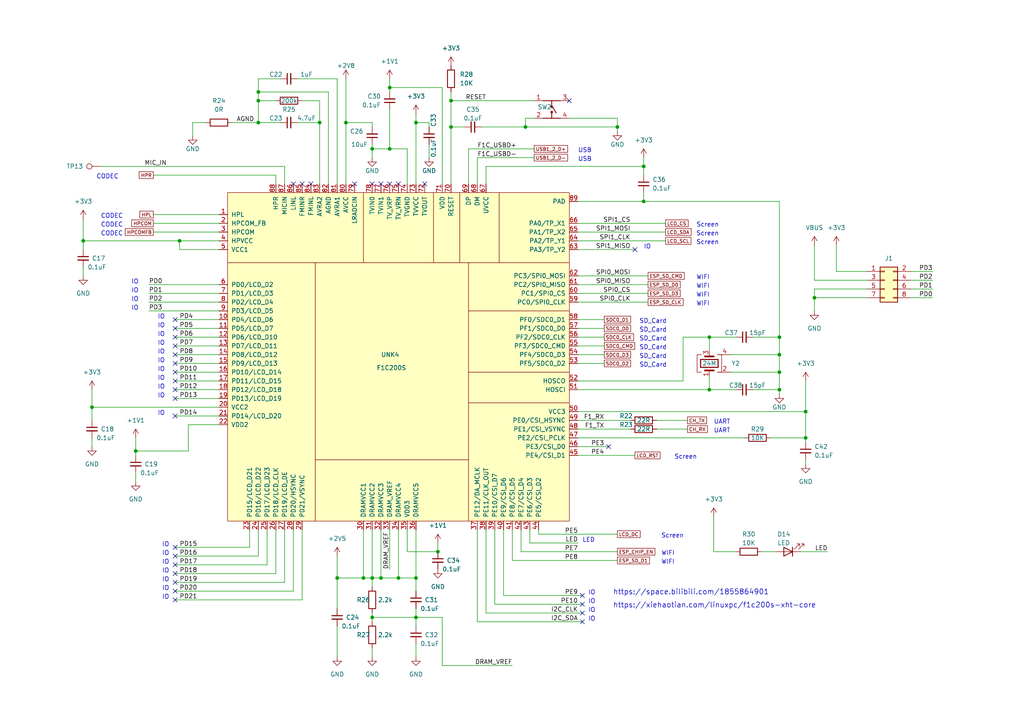
<source format=kicad_sch>
(kicad_sch (version 20211123) (generator eeschema)

  (uuid d172fcdd-1d55-41e8-a74f-014c40aea6de)

  (paper "A4")

  (title_block
    (title "F1C200S_XHT_CORE")
    (date "2023-11-19")
    (rev "1.0")
    (comment 4 "Author: Xie Haotian")
  )

  (lib_symbols
    (symbol "Connector:TestPoint" (pin_numbers hide) (pin_names (offset 0.762) hide) (in_bom yes) (on_board yes)
      (property "Reference" "TP" (id 0) (at 0 6.858 0)
        (effects (font (size 1.27 1.27)))
      )
      (property "Value" "TestPoint" (id 1) (at 0 5.08 0)
        (effects (font (size 1.27 1.27)))
      )
      (property "Footprint" "" (id 2) (at 5.08 0 0)
        (effects (font (size 1.27 1.27)) hide)
      )
      (property "Datasheet" "~" (id 3) (at 5.08 0 0)
        (effects (font (size 1.27 1.27)) hide)
      )
      (property "ki_keywords" "test point tp" (id 4) (at 0 0 0)
        (effects (font (size 1.27 1.27)) hide)
      )
      (property "ki_description" "test point" (id 5) (at 0 0 0)
        (effects (font (size 1.27 1.27)) hide)
      )
      (property "ki_fp_filters" "Pin* Test*" (id 6) (at 0 0 0)
        (effects (font (size 1.27 1.27)) hide)
      )
      (symbol "TestPoint_0_1"
        (circle (center 0 3.302) (radius 0.762)
          (stroke (width 0) (type default) (color 0 0 0 0))
          (fill (type none))
        )
      )
      (symbol "TestPoint_1_1"
        (pin passive line (at 0 0 90) (length 2.54)
          (name "1" (effects (font (size 1.27 1.27))))
          (number "1" (effects (font (size 1.27 1.27))))
        )
      )
    )
    (symbol "Connector_Generic:Conn_02x04_Odd_Even" (pin_names (offset 1.016) hide) (in_bom yes) (on_board yes)
      (property "Reference" "J" (id 0) (at 1.27 5.08 0)
        (effects (font (size 1.27 1.27)))
      )
      (property "Value" "Conn_02x04_Odd_Even" (id 1) (at 1.27 -7.62 0)
        (effects (font (size 1.27 1.27)))
      )
      (property "Footprint" "" (id 2) (at 0 0 0)
        (effects (font (size 1.27 1.27)) hide)
      )
      (property "Datasheet" "~" (id 3) (at 0 0 0)
        (effects (font (size 1.27 1.27)) hide)
      )
      (property "ki_keywords" "connector" (id 4) (at 0 0 0)
        (effects (font (size 1.27 1.27)) hide)
      )
      (property "ki_description" "Generic connector, double row, 02x04, odd/even pin numbering scheme (row 1 odd numbers, row 2 even numbers), script generated (kicad-library-utils/schlib/autogen/connector/)" (id 5) (at 0 0 0)
        (effects (font (size 1.27 1.27)) hide)
      )
      (property "ki_fp_filters" "Connector*:*_2x??_*" (id 6) (at 0 0 0)
        (effects (font (size 1.27 1.27)) hide)
      )
      (symbol "Conn_02x04_Odd_Even_1_1"
        (rectangle (start -1.27 -4.953) (end 0 -5.207)
          (stroke (width 0.1524) (type default) (color 0 0 0 0))
          (fill (type none))
        )
        (rectangle (start -1.27 -2.413) (end 0 -2.667)
          (stroke (width 0.1524) (type default) (color 0 0 0 0))
          (fill (type none))
        )
        (rectangle (start -1.27 0.127) (end 0 -0.127)
          (stroke (width 0.1524) (type default) (color 0 0 0 0))
          (fill (type none))
        )
        (rectangle (start -1.27 2.667) (end 0 2.413)
          (stroke (width 0.1524) (type default) (color 0 0 0 0))
          (fill (type none))
        )
        (rectangle (start -1.27 3.81) (end 3.81 -6.35)
          (stroke (width 0.254) (type default) (color 0 0 0 0))
          (fill (type background))
        )
        (rectangle (start 3.81 -4.953) (end 2.54 -5.207)
          (stroke (width 0.1524) (type default) (color 0 0 0 0))
          (fill (type none))
        )
        (rectangle (start 3.81 -2.413) (end 2.54 -2.667)
          (stroke (width 0.1524) (type default) (color 0 0 0 0))
          (fill (type none))
        )
        (rectangle (start 3.81 0.127) (end 2.54 -0.127)
          (stroke (width 0.1524) (type default) (color 0 0 0 0))
          (fill (type none))
        )
        (rectangle (start 3.81 2.667) (end 2.54 2.413)
          (stroke (width 0.1524) (type default) (color 0 0 0 0))
          (fill (type none))
        )
        (pin passive line (at -5.08 2.54 0) (length 3.81)
          (name "Pin_1" (effects (font (size 1.27 1.27))))
          (number "1" (effects (font (size 1.27 1.27))))
        )
        (pin passive line (at 7.62 2.54 180) (length 3.81)
          (name "Pin_2" (effects (font (size 1.27 1.27))))
          (number "2" (effects (font (size 1.27 1.27))))
        )
        (pin passive line (at -5.08 0 0) (length 3.81)
          (name "Pin_3" (effects (font (size 1.27 1.27))))
          (number "3" (effects (font (size 1.27 1.27))))
        )
        (pin passive line (at 7.62 0 180) (length 3.81)
          (name "Pin_4" (effects (font (size 1.27 1.27))))
          (number "4" (effects (font (size 1.27 1.27))))
        )
        (pin passive line (at -5.08 -2.54 0) (length 3.81)
          (name "Pin_5" (effects (font (size 1.27 1.27))))
          (number "5" (effects (font (size 1.27 1.27))))
        )
        (pin passive line (at 7.62 -2.54 180) (length 3.81)
          (name "Pin_6" (effects (font (size 1.27 1.27))))
          (number "6" (effects (font (size 1.27 1.27))))
        )
        (pin passive line (at -5.08 -5.08 0) (length 3.81)
          (name "Pin_7" (effects (font (size 1.27 1.27))))
          (number "7" (effects (font (size 1.27 1.27))))
        )
        (pin passive line (at 7.62 -5.08 180) (length 3.81)
          (name "Pin_8" (effects (font (size 1.27 1.27))))
          (number "8" (effects (font (size 1.27 1.27))))
        )
      )
    )
    (symbol "Crystal_GND24_1" (pin_names (offset 1.016) hide) (in_bom yes) (on_board yes)
      (property "Reference" "Y?" (id 0) (at 5.08 0 90)
        (effects (font (size 1.27 1.27)))
      )
      (property "Value" "24M" (id 1) (at 0 0 90)
        (effects (font (size 1.27 1.27)))
      )
      (property "Footprint" "Crystal:Crystal_SMD_3225-4Pin_3.2x2.5mm" (id 2) (at -12.7 -1.27 0)
        (effects (font (size 1.27 1.27)) hide)
      )
      (property "Datasheet" "~" (id 3) (at 0 0 0)
        (effects (font (size 1.27 1.27)) hide)
      )
      (property "ki_keywords" "quartz ceramic resonator oscillator" (id 4) (at 0 0 0)
        (effects (font (size 1.27 1.27)) hide)
      )
      (property "ki_description" "Four pin crystal, GND on pins 2 and 4" (id 5) (at 0 0 0)
        (effects (font (size 1.27 1.27)) hide)
      )
      (property "ki_fp_filters" "Crystal*" (id 6) (at 0 0 0)
        (effects (font (size 1.27 1.27)) hide)
      )
      (symbol "Crystal_GND24_1_0_1"
        (rectangle (start -1.143 2.54) (end 1.143 -2.54)
          (stroke (width 0.3048) (type default) (color 0 0 0 0))
          (fill (type none))
        )
        (polyline
          (pts
            (xy -2.54 0)
            (xy -2.032 0)
          )
          (stroke (width 0) (type default) (color 0 0 0 0))
          (fill (type none))
        )
        (polyline
          (pts
            (xy -2.032 -1.27)
            (xy -2.032 1.27)
          )
          (stroke (width 0.508) (type default) (color 0 0 0 0))
          (fill (type none))
        )
        (polyline
          (pts
            (xy 2.032 -1.27)
            (xy 2.032 1.27)
          )
          (stroke (width 0.508) (type default) (color 0 0 0 0))
          (fill (type none))
        )
        (polyline
          (pts
            (xy 2.032 0)
            (xy 2.54 0)
          )
          (stroke (width 0) (type default) (color 0 0 0 0))
          (fill (type none))
        )
        (polyline
          (pts
            (xy -2.54 -2.286)
            (xy -2.54 -3.556)
            (xy 2.54 -3.556)
            (xy 2.54 -2.286)
          )
          (stroke (width 0) (type default) (color 0 0 0 0))
          (fill (type none))
        )
        (polyline
          (pts
            (xy -2.54 2.286)
            (xy -2.54 3.556)
            (xy 2.54 3.556)
            (xy 2.54 2.286)
          )
          (stroke (width 0) (type default) (color 0 0 0 0))
          (fill (type none))
        )
      )
      (symbol "Crystal_GND24_1_1_1"
        (pin passive line (at -3.81 0 0) (length 1.27)
          (name "1" (effects (font (size 1.27 1.27))))
          (number "1" (effects (font (size 1.27 1.27))))
        )
        (pin passive line (at -2.54 -6.35 90) (length 3.81)
          (name "2" (effects (font (size 1.27 1.27))))
          (number "2" (effects (font (size 1.27 1.27))))
        )
        (pin passive line (at 3.81 0 180) (length 1.27)
          (name "3" (effects (font (size 1.27 1.27))))
          (number "3" (effects (font (size 1.27 1.27))))
        )
        (pin passive line (at 2.54 -6.35 90) (length 3.81)
          (name "4" (effects (font (size 1.27 1.27))))
          (number "4" (effects (font (size 1.27 1.27))))
        )
      )
    )
    (symbol "Device:C_Small" (pin_numbers hide) (pin_names (offset 0.254) hide) (in_bom yes) (on_board yes)
      (property "Reference" "C" (id 0) (at 0.254 1.778 0)
        (effects (font (size 1.27 1.27)) (justify left))
      )
      (property "Value" "C_Small" (id 1) (at 0.254 -2.032 0)
        (effects (font (size 1.27 1.27)) (justify left))
      )
      (property "Footprint" "" (id 2) (at 0 0 0)
        (effects (font (size 1.27 1.27)) hide)
      )
      (property "Datasheet" "~" (id 3) (at 0 0 0)
        (effects (font (size 1.27 1.27)) hide)
      )
      (property "ki_keywords" "capacitor cap" (id 4) (at 0 0 0)
        (effects (font (size 1.27 1.27)) hide)
      )
      (property "ki_description" "Unpolarized capacitor, small symbol" (id 5) (at 0 0 0)
        (effects (font (size 1.27 1.27)) hide)
      )
      (property "ki_fp_filters" "C_*" (id 6) (at 0 0 0)
        (effects (font (size 1.27 1.27)) hide)
      )
      (symbol "C_Small_0_1"
        (polyline
          (pts
            (xy -1.524 -0.508)
            (xy 1.524 -0.508)
          )
          (stroke (width 0.3302) (type default) (color 0 0 0 0))
          (fill (type none))
        )
        (polyline
          (pts
            (xy -1.524 0.508)
            (xy 1.524 0.508)
          )
          (stroke (width 0.3048) (type default) (color 0 0 0 0))
          (fill (type none))
        )
      )
      (symbol "C_Small_1_1"
        (pin passive line (at 0 2.54 270) (length 2.032)
          (name "~" (effects (font (size 1.27 1.27))))
          (number "1" (effects (font (size 1.27 1.27))))
        )
        (pin passive line (at 0 -2.54 90) (length 2.032)
          (name "~" (effects (font (size 1.27 1.27))))
          (number "2" (effects (font (size 1.27 1.27))))
        )
      )
    )
    (symbol "Device:LED" (pin_numbers hide) (pin_names (offset 1.016) hide) (in_bom yes) (on_board yes)
      (property "Reference" "D" (id 0) (at 0 2.54 0)
        (effects (font (size 1.27 1.27)))
      )
      (property "Value" "LED" (id 1) (at 0 -2.54 0)
        (effects (font (size 1.27 1.27)))
      )
      (property "Footprint" "" (id 2) (at 0 0 0)
        (effects (font (size 1.27 1.27)) hide)
      )
      (property "Datasheet" "~" (id 3) (at 0 0 0)
        (effects (font (size 1.27 1.27)) hide)
      )
      (property "ki_keywords" "LED diode" (id 4) (at 0 0 0)
        (effects (font (size 1.27 1.27)) hide)
      )
      (property "ki_description" "Light emitting diode" (id 5) (at 0 0 0)
        (effects (font (size 1.27 1.27)) hide)
      )
      (property "ki_fp_filters" "LED* LED_SMD:* LED_THT:*" (id 6) (at 0 0 0)
        (effects (font (size 1.27 1.27)) hide)
      )
      (symbol "LED_0_1"
        (polyline
          (pts
            (xy -1.27 -1.27)
            (xy -1.27 1.27)
          )
          (stroke (width 0.254) (type default) (color 0 0 0 0))
          (fill (type none))
        )
        (polyline
          (pts
            (xy -1.27 0)
            (xy 1.27 0)
          )
          (stroke (width 0) (type default) (color 0 0 0 0))
          (fill (type none))
        )
        (polyline
          (pts
            (xy 1.27 -1.27)
            (xy 1.27 1.27)
            (xy -1.27 0)
            (xy 1.27 -1.27)
          )
          (stroke (width 0.254) (type default) (color 0 0 0 0))
          (fill (type none))
        )
        (polyline
          (pts
            (xy -3.048 -0.762)
            (xy -4.572 -2.286)
            (xy -3.81 -2.286)
            (xy -4.572 -2.286)
            (xy -4.572 -1.524)
          )
          (stroke (width 0) (type default) (color 0 0 0 0))
          (fill (type none))
        )
        (polyline
          (pts
            (xy -1.778 -0.762)
            (xy -3.302 -2.286)
            (xy -2.54 -2.286)
            (xy -3.302 -2.286)
            (xy -3.302 -1.524)
          )
          (stroke (width 0) (type default) (color 0 0 0 0))
          (fill (type none))
        )
      )
      (symbol "LED_1_1"
        (pin passive line (at -3.81 0 0) (length 2.54)
          (name "K" (effects (font (size 1.27 1.27))))
          (number "1" (effects (font (size 1.27 1.27))))
        )
        (pin passive line (at 3.81 0 180) (length 2.54)
          (name "A" (effects (font (size 1.27 1.27))))
          (number "2" (effects (font (size 1.27 1.27))))
        )
      )
    )
    (symbol "Device:R" (pin_numbers hide) (pin_names (offset 0)) (in_bom yes) (on_board yes)
      (property "Reference" "R" (id 0) (at 2.032 0 90)
        (effects (font (size 1.27 1.27)))
      )
      (property "Value" "R" (id 1) (at 0 0 90)
        (effects (font (size 1.27 1.27)))
      )
      (property "Footprint" "" (id 2) (at -1.778 0 90)
        (effects (font (size 1.27 1.27)) hide)
      )
      (property "Datasheet" "~" (id 3) (at 0 0 0)
        (effects (font (size 1.27 1.27)) hide)
      )
      (property "ki_keywords" "R res resistor" (id 4) (at 0 0 0)
        (effects (font (size 1.27 1.27)) hide)
      )
      (property "ki_description" "Resistor" (id 5) (at 0 0 0)
        (effects (font (size 1.27 1.27)) hide)
      )
      (property "ki_fp_filters" "R_*" (id 6) (at 0 0 0)
        (effects (font (size 1.27 1.27)) hide)
      )
      (symbol "R_0_1"
        (rectangle (start -1.016 -2.54) (end 1.016 2.54)
          (stroke (width 0.254) (type default) (color 0 0 0 0))
          (fill (type none))
        )
      )
      (symbol "R_1_1"
        (pin passive line (at 0 3.81 270) (length 1.27)
          (name "~" (effects (font (size 1.27 1.27))))
          (number "1" (effects (font (size 1.27 1.27))))
        )
        (pin passive line (at 0 -3.81 90) (length 1.27)
          (name "~" (effects (font (size 1.27 1.27))))
          (number "2" (effects (font (size 1.27 1.27))))
        )
      )
    )
    (symbol "EVQPUC02K1_EVQPUC02K.schdoc-altium-import:0_EVQPUC02K" (in_bom yes) (on_board yes)
      (property "Reference" "" (id 0) (at 0 0 0)
        (effects (font (size 1.27 1.27)))
      )
      (property "Value" "0_EVQPUC02K" (id 1) (at 0 0 0)
        (effects (font (size 1.27 1.27)))
      )
      (property "Footprint" "" (id 2) (at 0 0 0)
        (effects (font (size 1.27 1.27)) hide)
      )
      (property "Datasheet" "" (id 3) (at 0 0 0)
        (effects (font (size 1.27 1.27)) hide)
      )
      (property "ki_fp_filters" "SW-SMD_EVQPUD02K" (id 4) (at 0 0 0)
        (effects (font (size 1.27 1.27)) hide)
      )
      (symbol "0_EVQPUC02K_1_0"
        (circle (center 0 -0.762) (radius 0.254)
          (stroke (width 0.254) (type default) (color 0 0 0 0))
          (fill (type none))
        )
        (polyline
          (pts
            (xy -2.54 -2.54)
            (xy 2.54 -2.54)
          )
          (stroke (width 0.254) (type default) (color 0 0 0 0))
          (fill (type none))
        )
        (polyline
          (pts
            (xy -2.54 2.54)
            (xy 2.54 2.54)
          )
          (stroke (width 0.254) (type default) (color 0 0 0 0))
          (fill (type none))
        )
        (polyline
          (pts
            (xy -1.27 -1.016)
            (xy -0.254 0.762)
          )
          (stroke (width 0.254) (type default) (color 0 0 0 0))
          (fill (type none))
        )
        (polyline
          (pts
            (xy 0 -2.54)
            (xy 0 -1.524)
          )
          (stroke (width 0.254) (type default) (color 0 0 0 0))
          (fill (type none))
        )
        (polyline
          (pts
            (xy 0 -1.524)
            (xy 0 -0.762)
          )
          (stroke (width 0.254) (type default) (color 0 0 0 0))
          (fill (type none))
        )
        (polyline
          (pts
            (xy 0 2.54)
            (xy 0 0.762)
          )
          (stroke (width 0.254) (type default) (color 0 0 0 0))
          (fill (type none))
        )
        (circle (center 0 0.762) (radius 0.254)
          (stroke (width 0.254) (type default) (color 0 0 0 0))
          (fill (type none))
        )
        (pin passive line (at 5.08 2.54 180) (length 2.54)
          (name "1" (effects (font (size 0 0))))
          (number "1" (effects (font (size 1.27 1.27))))
        )
        (pin passive line (at 5.08 -2.54 180) (length 2.54)
          (name "2" (effects (font (size 0 0))))
          (number "2" (effects (font (size 1.27 1.27))))
        )
        (pin passive line (at -5.08 2.54 0) (length 2.54)
          (name "3" (effects (font (size 0 0))))
          (number "3" (effects (font (size 1.27 1.27))))
        )
        (pin passive line (at -5.08 -2.54 0) (length 2.54)
          (name "4" (effects (font (size 0 0))))
          (number "4" (effects (font (size 1.27 1.27))))
        )
      )
    )
    (symbol "GND_1" (power) (pin_names (offset 0)) (in_bom yes) (on_board yes)
      (property "Reference" "#PWR" (id 0) (at 0 -6.35 0)
        (effects (font (size 1.27 1.27)) hide)
      )
      (property "Value" "GND_1" (id 1) (at 0 -3.81 0)
        (effects (font (size 1.27 1.27)))
      )
      (property "Footprint" "" (id 2) (at 0 0 0)
        (effects (font (size 1.27 1.27)) hide)
      )
      (property "Datasheet" "" (id 3) (at 0 0 0)
        (effects (font (size 1.27 1.27)) hide)
      )
      (property "ki_keywords" "global power" (id 4) (at 0 0 0)
        (effects (font (size 1.27 1.27)) hide)
      )
      (property "ki_description" "Power symbol creates a global label with name \"GND\" , ground" (id 5) (at 0 0 0)
        (effects (font (size 1.27 1.27)) hide)
      )
      (symbol "GND_1_0_1"
        (polyline
          (pts
            (xy 0 0)
            (xy 0 -1.27)
            (xy 1.27 -1.27)
            (xy 0 -2.54)
            (xy -1.27 -1.27)
            (xy 0 -1.27)
          )
          (stroke (width 0) (type default) (color 0 0 0 0))
          (fill (type none))
        )
      )
      (symbol "GND_1_1_1"
        (pin power_in line (at 0 0 270) (length 0) hide
          (name "GND" (effects (font (size 1.27 1.27))))
          (number "1" (effects (font (size 1.27 1.27))))
        )
      )
    )
    (symbol "GND_13" (power) (pin_names (offset 0)) (in_bom yes) (on_board yes)
      (property "Reference" "#PWR" (id 0) (at 0 -6.35 0)
        (effects (font (size 1.27 1.27)) hide)
      )
      (property "Value" "GND_13" (id 1) (at 0 -3.81 0)
        (effects (font (size 1.27 1.27)))
      )
      (property "Footprint" "" (id 2) (at 0 0 0)
        (effects (font (size 1.27 1.27)) hide)
      )
      (property "Datasheet" "" (id 3) (at 0 0 0)
        (effects (font (size 1.27 1.27)) hide)
      )
      (property "ki_keywords" "global power" (id 4) (at 0 0 0)
        (effects (font (size 1.27 1.27)) hide)
      )
      (property "ki_description" "Power symbol creates a global label with name \"GND\" , ground" (id 5) (at 0 0 0)
        (effects (font (size 1.27 1.27)) hide)
      )
      (symbol "GND_13_0_1"
        (polyline
          (pts
            (xy 0 0)
            (xy 0 -1.27)
            (xy 1.27 -1.27)
            (xy 0 -2.54)
            (xy -1.27 -1.27)
            (xy 0 -1.27)
          )
          (stroke (width 0) (type default) (color 0 0 0 0))
          (fill (type none))
        )
      )
      (symbol "GND_13_1_1"
        (pin power_in line (at 0 0 270) (length 0) hide
          (name "GND" (effects (font (size 1.27 1.27))))
          (number "1" (effects (font (size 1.27 1.27))))
        )
      )
    )
    (symbol "GND_2" (power) (pin_names (offset 0)) (in_bom yes) (on_board yes)
      (property "Reference" "#PWR" (id 0) (at 0 -6.35 0)
        (effects (font (size 1.27 1.27)) hide)
      )
      (property "Value" "GND_2" (id 1) (at 0 -3.81 0)
        (effects (font (size 1.27 1.27)))
      )
      (property "Footprint" "" (id 2) (at 0 0 0)
        (effects (font (size 1.27 1.27)) hide)
      )
      (property "Datasheet" "" (id 3) (at 0 0 0)
        (effects (font (size 1.27 1.27)) hide)
      )
      (property "ki_keywords" "global power" (id 4) (at 0 0 0)
        (effects (font (size 1.27 1.27)) hide)
      )
      (property "ki_description" "Power symbol creates a global label with name \"GND\" , ground" (id 5) (at 0 0 0)
        (effects (font (size 1.27 1.27)) hide)
      )
      (symbol "GND_2_0_1"
        (polyline
          (pts
            (xy 0 0)
            (xy 0 -1.27)
            (xy 1.27 -1.27)
            (xy 0 -2.54)
            (xy -1.27 -1.27)
            (xy 0 -1.27)
          )
          (stroke (width 0) (type default) (color 0 0 0 0))
          (fill (type none))
        )
      )
      (symbol "GND_2_1_1"
        (pin power_in line (at 0 0 270) (length 0) hide
          (name "GND" (effects (font (size 1.27 1.27))))
          (number "1" (effects (font (size 1.27 1.27))))
        )
      )
    )
    (symbol "GND_6" (power) (pin_names (offset 0)) (in_bom yes) (on_board yes)
      (property "Reference" "#PWR" (id 0) (at 0 -6.35 0)
        (effects (font (size 1.27 1.27)) hide)
      )
      (property "Value" "GND_6" (id 1) (at 0 -3.81 0)
        (effects (font (size 1.27 1.27)))
      )
      (property "Footprint" "" (id 2) (at 0 0 0)
        (effects (font (size 1.27 1.27)) hide)
      )
      (property "Datasheet" "" (id 3) (at 0 0 0)
        (effects (font (size 1.27 1.27)) hide)
      )
      (property "ki_keywords" "global power" (id 4) (at 0 0 0)
        (effects (font (size 1.27 1.27)) hide)
      )
      (property "ki_description" "Power symbol creates a global label with name \"GND\" , ground" (id 5) (at 0 0 0)
        (effects (font (size 1.27 1.27)) hide)
      )
      (symbol "GND_6_0_1"
        (polyline
          (pts
            (xy 0 0)
            (xy 0 -1.27)
            (xy 1.27 -1.27)
            (xy 0 -2.54)
            (xy -1.27 -1.27)
            (xy 0 -1.27)
          )
          (stroke (width 0) (type default) (color 0 0 0 0))
          (fill (type none))
        )
      )
      (symbol "GND_6_1_1"
        (pin power_in line (at 0 0 270) (length 0) hide
          (name "GND" (effects (font (size 1.27 1.27))))
          (number "1" (effects (font (size 1.27 1.27))))
        )
      )
    )
    (symbol "GND_7" (power) (pin_names (offset 0)) (in_bom yes) (on_board yes)
      (property "Reference" "#PWR" (id 0) (at 0 -6.35 0)
        (effects (font (size 1.27 1.27)) hide)
      )
      (property "Value" "GND_7" (id 1) (at 0 -3.81 0)
        (effects (font (size 1.27 1.27)))
      )
      (property "Footprint" "" (id 2) (at 0 0 0)
        (effects (font (size 1.27 1.27)) hide)
      )
      (property "Datasheet" "" (id 3) (at 0 0 0)
        (effects (font (size 1.27 1.27)) hide)
      )
      (property "ki_keywords" "global power" (id 4) (at 0 0 0)
        (effects (font (size 1.27 1.27)) hide)
      )
      (property "ki_description" "Power symbol creates a global label with name \"GND\" , ground" (id 5) (at 0 0 0)
        (effects (font (size 1.27 1.27)) hide)
      )
      (symbol "GND_7_0_1"
        (polyline
          (pts
            (xy 0 0)
            (xy 0 -1.27)
            (xy 1.27 -1.27)
            (xy 0 -2.54)
            (xy -1.27 -1.27)
            (xy 0 -1.27)
          )
          (stroke (width 0) (type default) (color 0 0 0 0))
          (fill (type none))
        )
      )
      (symbol "GND_7_1_1"
        (pin power_in line (at 0 0 270) (length 0) hide
          (name "GND" (effects (font (size 1.27 1.27))))
          (number "1" (effects (font (size 1.27 1.27))))
        )
      )
    )
    (symbol "QFN88-F1C200S:QFN88-F1C200S" (pin_names (offset 1.016)) (in_bom yes) (on_board yes)
      (property "Reference" "UNK4" (id 0) (at -6.35 0 0)
        (effects (font (size 1.27 1.27)) (justify left))
      )
      (property "Value" "F1C200S" (id 1) (at -7.62 -3.81 0)
        (effects (font (size 1.27 1.27)) (justify left))
      )
      (property "Footprint" "F1c200s_XhtCore:F1Cx00" (id 2) (at 0 0 0)
        (effects (font (size 1.27 1.27)) hide)
      )
      (property "Datasheet" "" (id 3) (at 0 0 0)
        (effects (font (size 1.27 1.27)) hide)
      )
      (symbol "QFN88-F1C200S_0_0"
        (rectangle (start -50.8 46.99) (end 48.26 -48.26)
          (stroke (width 0) (type default) (color 0 0 0 0))
          (fill (type background))
        )
        (polyline
          (pts
            (xy -25.4 -48.26)
            (xy -25.4 26.67)
          )
          (stroke (width 0) (type default) (color 0 0 0 0))
          (fill (type none))
        )
        (polyline
          (pts
            (xy -11.43 46.99)
            (xy -11.43 26.67)
          )
          (stroke (width 0) (type default) (color 0 0 0 0))
          (fill (type none))
        )
        (polyline
          (pts
            (xy 19.05 -48.26)
            (xy 19.05 26.67)
          )
          (stroke (width 0) (type default) (color 0 0 0 0))
          (fill (type background))
        )
        (polyline
          (pts
            (xy 19.05 -30.48)
            (xy -25.4 -30.48)
          )
          (stroke (width 0) (type default) (color 0 0 0 0))
          (fill (type none))
        )
        (polyline
          (pts
            (xy 27.94 46.99)
            (xy 27.94 26.67)
          )
          (stroke (width 0) (type default) (color 0 0 0 0))
          (fill (type none))
        )
        (polyline
          (pts
            (xy 48.26 -13.97)
            (xy 19.05 -13.97)
          )
          (stroke (width 0) (type default) (color 0 0 0 0))
          (fill (type none))
        )
        (polyline
          (pts
            (xy 48.26 -5.08)
            (xy 19.05 -5.08)
          )
          (stroke (width 0) (type default) (color 0 0 0 0))
          (fill (type none))
        )
        (polyline
          (pts
            (xy 48.26 12.7)
            (xy 19.05 12.7)
          )
          (stroke (width 0) (type default) (color 0 0 0 0))
          (fill (type none))
        )
        (polyline
          (pts
            (xy 48.26 26.67)
            (xy -50.8 26.67)
          )
          (stroke (width 0) (type default) (color 0 0 0 0))
          (fill (type none))
        )
        (polyline
          (pts
            (xy 16.51 46.99)
            (xy 16.51 26.67)
            (xy 8.89 26.67)
            (xy 8.89 46.99)
          )
          (stroke (width 0) (type default) (color 0 0 0 0))
          (fill (type none))
        )
      )
      (symbol "QFN88-F1C200S_1_0"
        (pin unspecified line (at -53.34 40.64 0) (length 2.54)
          (name "HPL" (effects (font (size 1.27 1.27))))
          (number "1" (effects (font (size 1.27 1.27))))
        )
        (pin unspecified line (at -53.34 10.16 0) (length 2.54)
          (name "PD4/LCD_D6" (effects (font (size 1.27 1.27))))
          (number "10" (effects (font (size 1.27 1.27))))
        )
        (pin unspecified line (at -53.34 7.62 0) (length 2.54)
          (name "PD5/LCD_D7" (effects (font (size 1.27 1.27))))
          (number "11" (effects (font (size 1.27 1.27))))
        )
        (pin unspecified line (at -53.34 5.08 0) (length 2.54)
          (name "PD6/LCD_D10" (effects (font (size 1.27 1.27))))
          (number "12" (effects (font (size 1.27 1.27))))
        )
        (pin unspecified line (at -53.34 2.54 0) (length 2.54)
          (name "PD7/LCD_D11" (effects (font (size 1.27 1.27))))
          (number "13" (effects (font (size 1.27 1.27))))
        )
        (pin unspecified line (at -53.34 0 0) (length 2.54)
          (name "PD8/LCD_D12" (effects (font (size 1.27 1.27))))
          (number "14" (effects (font (size 1.27 1.27))))
        )
        (pin unspecified line (at -53.34 -2.54 0) (length 2.54)
          (name "PD9/LCD_D13" (effects (font (size 1.27 1.27))))
          (number "15" (effects (font (size 1.27 1.27))))
        )
        (pin unspecified line (at -53.34 -5.08 0) (length 2.54)
          (name "PD10/LCD_D14" (effects (font (size 1.27 1.27))))
          (number "16" (effects (font (size 1.27 1.27))))
        )
        (pin unspecified line (at -53.34 -7.62 0) (length 2.54)
          (name "PD11/LCD_D15" (effects (font (size 1.27 1.27))))
          (number "17" (effects (font (size 1.27 1.27))))
        )
        (pin unspecified line (at -53.34 -10.16 0) (length 2.54)
          (name "PD12/LCD_D18" (effects (font (size 1.27 1.27))))
          (number "18" (effects (font (size 1.27 1.27))))
        )
        (pin unspecified line (at -53.34 -12.7 0) (length 2.54)
          (name "PD13/LCD_D19" (effects (font (size 1.27 1.27))))
          (number "19" (effects (font (size 1.27 1.27))))
        )
        (pin unspecified line (at -53.34 38.1 0) (length 2.54)
          (name "HPCOM_FB" (effects (font (size 1.27 1.27))))
          (number "2" (effects (font (size 1.27 1.27))))
        )
        (pin unspecified line (at -53.34 -15.24 0) (length 2.54)
          (name "VCC2" (effects (font (size 1.27 1.27))))
          (number "20" (effects (font (size 1.27 1.27))))
        )
        (pin unspecified line (at -53.34 -17.78 0) (length 2.54)
          (name "PD14/LCD_D20" (effects (font (size 1.27 1.27))))
          (number "21" (effects (font (size 1.27 1.27))))
        )
        (pin unspecified line (at -53.34 -20.32 0) (length 2.54)
          (name "VDD2" (effects (font (size 1.27 1.27))))
          (number "22" (effects (font (size 1.27 1.27))))
        )
        (pin unspecified line (at -44.45 -50.8 90) (length 2.54)
          (name "PD15/LCD_D21" (effects (font (size 1.27 1.27))))
          (number "23" (effects (font (size 1.27 1.27))))
        )
        (pin unspecified line (at -41.91 -50.8 90) (length 2.54)
          (name "PD16/LCD_D22" (effects (font (size 1.27 1.27))))
          (number "24" (effects (font (size 1.27 1.27))))
        )
        (pin unspecified line (at -39.37 -50.8 90) (length 2.54)
          (name "PD17/LCD_D23" (effects (font (size 1.27 1.27))))
          (number "25" (effects (font (size 1.27 1.27))))
        )
        (pin unspecified line (at -36.83 -50.8 90) (length 2.54)
          (name "PD18/LCD_CLK" (effects (font (size 1.27 1.27))))
          (number "26" (effects (font (size 1.27 1.27))))
        )
        (pin unspecified line (at -34.29 -50.8 90) (length 2.54)
          (name "PD19/LCD_DE" (effects (font (size 1.27 1.27))))
          (number "27" (effects (font (size 1.27 1.27))))
        )
        (pin unspecified line (at -31.75 -50.8 90) (length 2.54)
          (name "PD20/HSYNC" (effects (font (size 1.27 1.27))))
          (number "28" (effects (font (size 1.27 1.27))))
        )
        (pin unspecified line (at -29.21 -50.8 90) (length 2.54)
          (name "PD21/VSYNC" (effects (font (size 1.27 1.27))))
          (number "29" (effects (font (size 1.27 1.27))))
        )
        (pin unspecified line (at -53.34 35.56 0) (length 2.54)
          (name "HPCOM" (effects (font (size 1.27 1.27))))
          (number "3" (effects (font (size 1.27 1.27))))
        )
        (pin unspecified line (at -11.43 -50.8 90) (length 2.54)
          (name "DRAMVCC1" (effects (font (size 1.27 1.27))))
          (number "30" (effects (font (size 1.27 1.27))))
        )
        (pin unspecified line (at -8.89 -50.8 90) (length 2.54)
          (name "DRAMVCC2" (effects (font (size 1.27 1.27))))
          (number "31" (effects (font (size 1.27 1.27))))
        )
        (pin unspecified line (at -6.35 -50.8 90) (length 2.54)
          (name "DRAMVCC3" (effects (font (size 1.27 1.27))))
          (number "32" (effects (font (size 1.27 1.27))))
        )
        (pin unspecified line (at -3.81 -50.8 90) (length 2.54)
          (name "DRAM_VREF" (effects (font (size 1.27 1.27))))
          (number "33" (effects (font (size 1.27 1.27))))
        )
        (pin unspecified line (at -1.27 -50.8 90) (length 2.54)
          (name "DRAMVCC4" (effects (font (size 1.27 1.27))))
          (number "34" (effects (font (size 1.27 1.27))))
        )
        (pin unspecified line (at 1.27 -50.8 90) (length 2.54)
          (name "VDD3" (effects (font (size 1.27 1.27))))
          (number "35" (effects (font (size 1.27 1.27))))
        )
        (pin unspecified line (at 3.81 -50.8 90) (length 2.54)
          (name "DRAMVCC5" (effects (font (size 1.27 1.27))))
          (number "36" (effects (font (size 1.27 1.27))))
        )
        (pin unspecified line (at 21.59 -50.8 90) (length 2.54)
          (name "PE12/DA_MCLK" (effects (font (size 1.27 1.27))))
          (number "37" (effects (font (size 1.27 1.27))))
        )
        (pin unspecified line (at 24.13 -50.8 90) (length 2.54)
          (name "PE11/CLK_OUT" (effects (font (size 1.27 1.27))))
          (number "38" (effects (font (size 1.27 1.27))))
        )
        (pin unspecified line (at 26.67 -50.8 90) (length 2.54)
          (name "PE10/CSI_D7" (effects (font (size 1.27 1.27))))
          (number "39" (effects (font (size 1.27 1.27))))
        )
        (pin unspecified line (at -53.34 33.02 0) (length 2.54)
          (name "HPVCC" (effects (font (size 1.27 1.27))))
          (number "4" (effects (font (size 1.27 1.27))))
        )
        (pin unspecified line (at 29.21 -50.8 90) (length 2.54)
          (name "PE9/CSI_D6" (effects (font (size 1.27 1.27))))
          (number "40" (effects (font (size 1.27 1.27))))
        )
        (pin unspecified line (at 31.75 -50.8 90) (length 2.54)
          (name "PE8/CSI_D5" (effects (font (size 1.27 1.27))))
          (number "41" (effects (font (size 1.27 1.27))))
        )
        (pin unspecified line (at 34.29 -50.8 90) (length 2.54)
          (name "PE7/CSI_D4" (effects (font (size 1.27 1.27))))
          (number "42" (effects (font (size 1.27 1.27))))
        )
        (pin unspecified line (at 36.83 -50.8 90) (length 2.54)
          (name "PE6/CSI_D3" (effects (font (size 1.27 1.27))))
          (number "43" (effects (font (size 1.27 1.27))))
        )
        (pin unspecified line (at 39.37 -50.8 90) (length 2.54)
          (name "PE5/CSI_D2" (effects (font (size 1.27 1.27))))
          (number "44" (effects (font (size 1.27 1.27))))
        )
        (pin unspecified line (at 50.8 -29.21 180) (length 2.54)
          (name "PE4/CSI_D1" (effects (font (size 1.27 1.27))))
          (number "45" (effects (font (size 1.27 1.27))))
        )
        (pin unspecified line (at 50.8 -26.67 180) (length 2.54)
          (name "PE3/CSI_D0" (effects (font (size 1.27 1.27))))
          (number "46" (effects (font (size 1.27 1.27))))
        )
        (pin unspecified line (at 50.8 -24.13 180) (length 2.54)
          (name "PE2/CSI_PCLK" (effects (font (size 1.27 1.27))))
          (number "47" (effects (font (size 1.27 1.27))))
        )
        (pin unspecified line (at 50.8 -21.59 180) (length 2.54)
          (name "PE1/CSI_VSYNC" (effects (font (size 1.27 1.27))))
          (number "48" (effects (font (size 1.27 1.27))))
        )
        (pin unspecified line (at 50.8 -19.05 180) (length 2.54)
          (name "PE0/CSI_HSYNC" (effects (font (size 1.27 1.27))))
          (number "49" (effects (font (size 1.27 1.27))))
        )
        (pin unspecified line (at -53.34 30.48 0) (length 2.54)
          (name "VCC1" (effects (font (size 1.27 1.27))))
          (number "5" (effects (font (size 1.27 1.27))))
        )
        (pin unspecified line (at 50.8 -16.51 180) (length 2.54)
          (name "VCC3" (effects (font (size 1.27 1.27))))
          (number "50" (effects (font (size 1.27 1.27))))
        )
        (pin unspecified line (at 50.8 -10.16 180) (length 2.54)
          (name "HOSCI" (effects (font (size 1.27 1.27))))
          (number "51" (effects (font (size 1.27 1.27))))
        )
        (pin unspecified line (at 50.8 -7.62 180) (length 2.54)
          (name "HOSCO" (effects (font (size 1.27 1.27))))
          (number "52" (effects (font (size 1.27 1.27))))
        )
        (pin unspecified line (at 50.8 -2.54 180) (length 2.54)
          (name "PF5/SDC0_D2" (effects (font (size 1.27 1.27))))
          (number "53" (effects (font (size 1.27 1.27))))
        )
        (pin unspecified line (at 50.8 0 180) (length 2.54)
          (name "PF4/SDC0_D3" (effects (font (size 1.27 1.27))))
          (number "54" (effects (font (size 1.27 1.27))))
        )
        (pin unspecified line (at 50.8 2.54 180) (length 2.54)
          (name "PF3/SDC0_CMD" (effects (font (size 1.27 1.27))))
          (number "55" (effects (font (size 1.27 1.27))))
        )
        (pin unspecified line (at 50.8 5.08 180) (length 2.54)
          (name "PF2/SDC0_CLK" (effects (font (size 1.27 1.27))))
          (number "56" (effects (font (size 1.27 1.27))))
        )
        (pin unspecified line (at 50.8 7.62 180) (length 2.54)
          (name "PF1/SDC0_D0" (effects (font (size 1.27 1.27))))
          (number "57" (effects (font (size 1.27 1.27))))
        )
        (pin unspecified line (at 50.8 10.16 180) (length 2.54)
          (name "PF0/SDC0_D1" (effects (font (size 1.27 1.27))))
          (number "58" (effects (font (size 1.27 1.27))))
        )
        (pin unspecified line (at 50.8 15.24 180) (length 2.54)
          (name "PC0/SPI0_CLK" (effects (font (size 1.27 1.27))))
          (number "59" (effects (font (size 1.27 1.27))))
        )
        (pin unspecified line (at -53.34 20.32 0) (length 2.54)
          (name "PD0/LCD_D2" (effects (font (size 1.27 1.27))))
          (number "6" (effects (font (size 1.27 1.27))))
        )
        (pin unspecified line (at 50.8 17.78 180) (length 2.54)
          (name "PC1/SPI0_CS" (effects (font (size 1.27 1.27))))
          (number "60" (effects (font (size 1.27 1.27))))
        )
        (pin unspecified line (at 50.8 20.32 180) (length 2.54)
          (name "PC2/SPI0_MISO" (effects (font (size 1.27 1.27))))
          (number "61" (effects (font (size 1.27 1.27))))
        )
        (pin unspecified line (at 50.8 22.86 180) (length 2.54)
          (name "PC3/SPI0_MOSI" (effects (font (size 1.27 1.27))))
          (number "62" (effects (font (size 1.27 1.27))))
        )
        (pin unspecified line (at 50.8 30.48 180) (length 2.54)
          (name "PA3/TP_Y2" (effects (font (size 1.27 1.27))))
          (number "63" (effects (font (size 1.27 1.27))))
        )
        (pin unspecified line (at 50.8 33.02 180) (length 2.54)
          (name "PA2/TP_Y1" (effects (font (size 1.27 1.27))))
          (number "64" (effects (font (size 1.27 1.27))))
        )
        (pin unspecified line (at 50.8 35.56 180) (length 2.54)
          (name "PA1/TP_X2" (effects (font (size 1.27 1.27))))
          (number "65" (effects (font (size 1.27 1.27))))
        )
        (pin unspecified line (at 50.8 38.1 180) (length 2.54)
          (name "PA0/TP_X1" (effects (font (size 1.27 1.27))))
          (number "66" (effects (font (size 1.27 1.27))))
        )
        (pin unspecified line (at 24.13 49.53 270) (length 2.54)
          (name "UVCC" (effects (font (size 1.27 1.27))))
          (number "67" (effects (font (size 1.27 1.27))))
        )
        (pin unspecified line (at 21.59 49.53 270) (length 2.54)
          (name "DM" (effects (font (size 1.27 1.27))))
          (number "68" (effects (font (size 1.27 1.27))))
        )
        (pin unspecified line (at 19.05 49.53 270) (length 2.54)
          (name "DP" (effects (font (size 1.27 1.27))))
          (number "69" (effects (font (size 1.27 1.27))))
        )
        (pin unspecified line (at -53.34 17.78 0) (length 2.54)
          (name "PD1/LCD_D3" (effects (font (size 1.27 1.27))))
          (number "7" (effects (font (size 1.27 1.27))))
        )
        (pin unspecified line (at 13.97 49.53 270) (length 2.54)
          (name "RESET" (effects (font (size 1.27 1.27))))
          (number "70" (effects (font (size 1.27 1.27))))
        )
        (pin unspecified line (at 11.43 49.53 270) (length 2.54)
          (name "VDD" (effects (font (size 1.27 1.27))))
          (number "71" (effects (font (size 1.27 1.27))))
        )
        (pin unspecified line (at 6.35 49.53 270) (length 2.54)
          (name "TVOUT" (effects (font (size 1.27 1.27))))
          (number "72" (effects (font (size 1.27 1.27))))
        )
        (pin unspecified line (at 3.81 49.53 270) (length 2.54)
          (name "TVVCC" (effects (font (size 1.27 1.27))))
          (number "73" (effects (font (size 1.27 1.27))))
        )
        (pin unspecified line (at 1.27 49.53 270) (length 2.54)
          (name "TVGND" (effects (font (size 1.27 1.27))))
          (number "74" (effects (font (size 1.27 1.27))))
        )
        (pin unspecified line (at -1.27 49.53 270) (length 2.54)
          (name "TV_VRN" (effects (font (size 1.27 1.27))))
          (number "75" (effects (font (size 1.27 1.27))))
        )
        (pin unspecified line (at -3.81 49.53 270) (length 2.54)
          (name "TV_VRP" (effects (font (size 1.27 1.27))))
          (number "76" (effects (font (size 1.27 1.27))))
        )
        (pin unspecified line (at -6.35 49.53 270) (length 2.54)
          (name "TVIN1" (effects (font (size 1.27 1.27))))
          (number "77" (effects (font (size 1.27 1.27))))
        )
        (pin unspecified line (at -8.89 49.53 270) (length 2.54)
          (name "TVIN0" (effects (font (size 1.27 1.27))))
          (number "78" (effects (font (size 1.27 1.27))))
        )
        (pin unspecified line (at -13.97 49.53 270) (length 2.54)
          (name "LRADCIN" (effects (font (size 1.27 1.27))))
          (number "79" (effects (font (size 1.27 1.27))))
        )
        (pin unspecified line (at -53.34 15.24 0) (length 2.54)
          (name "PD2/LCD_D4" (effects (font (size 1.27 1.27))))
          (number "8" (effects (font (size 1.27 1.27))))
        )
        (pin unspecified line (at -16.51 49.53 270) (length 2.54)
          (name "AVCC" (effects (font (size 1.27 1.27))))
          (number "80" (effects (font (size 1.27 1.27))))
        )
        (pin unspecified line (at -19.05 49.53 270) (length 2.54)
          (name "AVRA1" (effects (font (size 1.27 1.27))))
          (number "81" (effects (font (size 1.27 1.27))))
        )
        (pin unspecified line (at -21.59 49.53 270) (length 2.54)
          (name "AGND" (effects (font (size 1.27 1.27))))
          (number "82" (effects (font (size 1.27 1.27))))
        )
        (pin unspecified line (at -24.13 49.53 270) (length 2.54)
          (name "AVRA2" (effects (font (size 1.27 1.27))))
          (number "83" (effects (font (size 1.27 1.27))))
        )
        (pin unspecified line (at -26.67 49.53 270) (length 2.54)
          (name "FMINL" (effects (font (size 1.27 1.27))))
          (number "84" (effects (font (size 1.27 1.27))))
        )
        (pin unspecified line (at -29.21 49.53 270) (length 2.54)
          (name "FMINR" (effects (font (size 1.27 1.27))))
          (number "85" (effects (font (size 1.27 1.27))))
        )
        (pin unspecified line (at -31.75 49.53 270) (length 2.54)
          (name "LINL" (effects (font (size 1.27 1.27))))
          (number "86" (effects (font (size 1.27 1.27))))
        )
        (pin unspecified line (at -34.29 49.53 270) (length 2.54)
          (name "MICIN" (effects (font (size 1.27 1.27))))
          (number "87" (effects (font (size 1.27 1.27))))
        )
        (pin unspecified line (at -36.83 49.53 270) (length 2.54)
          (name "HPR" (effects (font (size 1.27 1.27))))
          (number "88" (effects (font (size 1.27 1.27))))
        )
        (pin unspecified line (at 50.8 44.45 180) (length 2.54)
          (name "PAD" (effects (font (size 1.27 1.27))))
          (number "89" (effects (font (size 1.27 1.27))))
        )
        (pin unspecified line (at -53.34 12.7 0) (length 2.54)
          (name "PD3/LCD_D5" (effects (font (size 1.27 1.27))))
          (number "9" (effects (font (size 1.27 1.27))))
        )
      )
    )
    (symbol "power:+1V1" (power) (pin_names (offset 0)) (in_bom yes) (on_board yes)
      (property "Reference" "#PWR" (id 0) (at 0 -3.81 0)
        (effects (font (size 1.27 1.27)) hide)
      )
      (property "Value" "+1V1" (id 1) (at 0 3.556 0)
        (effects (font (size 1.27 1.27)))
      )
      (property "Footprint" "" (id 2) (at 0 0 0)
        (effects (font (size 1.27 1.27)) hide)
      )
      (property "Datasheet" "" (id 3) (at 0 0 0)
        (effects (font (size 1.27 1.27)) hide)
      )
      (property "ki_keywords" "global power" (id 4) (at 0 0 0)
        (effects (font (size 1.27 1.27)) hide)
      )
      (property "ki_description" "Power symbol creates a global label with name \"+1V1\"" (id 5) (at 0 0 0)
        (effects (font (size 1.27 1.27)) hide)
      )
      (symbol "+1V1_0_1"
        (polyline
          (pts
            (xy -0.762 1.27)
            (xy 0 2.54)
          )
          (stroke (width 0) (type default) (color 0 0 0 0))
          (fill (type none))
        )
        (polyline
          (pts
            (xy 0 0)
            (xy 0 2.54)
          )
          (stroke (width 0) (type default) (color 0 0 0 0))
          (fill (type none))
        )
        (polyline
          (pts
            (xy 0 2.54)
            (xy 0.762 1.27)
          )
          (stroke (width 0) (type default) (color 0 0 0 0))
          (fill (type none))
        )
      )
      (symbol "+1V1_1_1"
        (pin power_in line (at 0 0 90) (length 0) hide
          (name "+1V1" (effects (font (size 1.27 1.27))))
          (number "1" (effects (font (size 1.27 1.27))))
        )
      )
    )
    (symbol "power:+2V5" (power) (pin_names (offset 0)) (in_bom yes) (on_board yes)
      (property "Reference" "#PWR" (id 0) (at 0 -3.81 0)
        (effects (font (size 1.27 1.27)) hide)
      )
      (property "Value" "+2V5" (id 1) (at 0 3.556 0)
        (effects (font (size 1.27 1.27)))
      )
      (property "Footprint" "" (id 2) (at 0 0 0)
        (effects (font (size 1.27 1.27)) hide)
      )
      (property "Datasheet" "" (id 3) (at 0 0 0)
        (effects (font (size 1.27 1.27)) hide)
      )
      (property "ki_keywords" "global power" (id 4) (at 0 0 0)
        (effects (font (size 1.27 1.27)) hide)
      )
      (property "ki_description" "Power symbol creates a global label with name \"+2V5\"" (id 5) (at 0 0 0)
        (effects (font (size 1.27 1.27)) hide)
      )
      (symbol "+2V5_0_1"
        (polyline
          (pts
            (xy -0.762 1.27)
            (xy 0 2.54)
          )
          (stroke (width 0) (type default) (color 0 0 0 0))
          (fill (type none))
        )
        (polyline
          (pts
            (xy 0 0)
            (xy 0 2.54)
          )
          (stroke (width 0) (type default) (color 0 0 0 0))
          (fill (type none))
        )
        (polyline
          (pts
            (xy 0 2.54)
            (xy 0.762 1.27)
          )
          (stroke (width 0) (type default) (color 0 0 0 0))
          (fill (type none))
        )
      )
      (symbol "+2V5_1_1"
        (pin power_in line (at 0 0 90) (length 0) hide
          (name "+2V5" (effects (font (size 1.27 1.27))))
          (number "1" (effects (font (size 1.27 1.27))))
        )
      )
    )
    (symbol "power:+2V8" (power) (pin_names (offset 0)) (in_bom yes) (on_board yes)
      (property "Reference" "#PWR" (id 0) (at 0 -3.81 0)
        (effects (font (size 1.27 1.27)) hide)
      )
      (property "Value" "+2V8" (id 1) (at 0 3.556 0)
        (effects (font (size 1.27 1.27)))
      )
      (property "Footprint" "" (id 2) (at 0 0 0)
        (effects (font (size 1.27 1.27)) hide)
      )
      (property "Datasheet" "" (id 3) (at 0 0 0)
        (effects (font (size 1.27 1.27)) hide)
      )
      (property "ki_keywords" "global power" (id 4) (at 0 0 0)
        (effects (font (size 1.27 1.27)) hide)
      )
      (property "ki_description" "Power symbol creates a global label with name \"+2V8\"" (id 5) (at 0 0 0)
        (effects (font (size 1.27 1.27)) hide)
      )
      (symbol "+2V8_0_1"
        (polyline
          (pts
            (xy -0.762 1.27)
            (xy 0 2.54)
          )
          (stroke (width 0) (type default) (color 0 0 0 0))
          (fill (type none))
        )
        (polyline
          (pts
            (xy 0 0)
            (xy 0 2.54)
          )
          (stroke (width 0) (type default) (color 0 0 0 0))
          (fill (type none))
        )
        (polyline
          (pts
            (xy 0 2.54)
            (xy 0.762 1.27)
          )
          (stroke (width 0) (type default) (color 0 0 0 0))
          (fill (type none))
        )
      )
      (symbol "+2V8_1_1"
        (pin power_in line (at 0 0 90) (length 0) hide
          (name "+2V8" (effects (font (size 1.27 1.27))))
          (number "1" (effects (font (size 1.27 1.27))))
        )
      )
    )
    (symbol "power:+3V3" (power) (pin_names (offset 0)) (in_bom yes) (on_board yes)
      (property "Reference" "#PWR" (id 0) (at 0 -3.81 0)
        (effects (font (size 1.27 1.27)) hide)
      )
      (property "Value" "+3V3" (id 1) (at 0 3.556 0)
        (effects (font (size 1.27 1.27)))
      )
      (property "Footprint" "" (id 2) (at 0 0 0)
        (effects (font (size 1.27 1.27)) hide)
      )
      (property "Datasheet" "" (id 3) (at 0 0 0)
        (effects (font (size 1.27 1.27)) hide)
      )
      (property "ki_keywords" "global power" (id 4) (at 0 0 0)
        (effects (font (size 1.27 1.27)) hide)
      )
      (property "ki_description" "Power symbol creates a global label with name \"+3V3\"" (id 5) (at 0 0 0)
        (effects (font (size 1.27 1.27)) hide)
      )
      (symbol "+3V3_0_1"
        (polyline
          (pts
            (xy -0.762 1.27)
            (xy 0 2.54)
          )
          (stroke (width 0) (type default) (color 0 0 0 0))
          (fill (type none))
        )
        (polyline
          (pts
            (xy 0 0)
            (xy 0 2.54)
          )
          (stroke (width 0) (type default) (color 0 0 0 0))
          (fill (type none))
        )
        (polyline
          (pts
            (xy 0 2.54)
            (xy 0.762 1.27)
          )
          (stroke (width 0) (type default) (color 0 0 0 0))
          (fill (type none))
        )
      )
      (symbol "+3V3_1_1"
        (pin power_in line (at 0 0 90) (length 0) hide
          (name "+3V3" (effects (font (size 1.27 1.27))))
          (number "1" (effects (font (size 1.27 1.27))))
        )
      )
    )
    (symbol "power:VBUS" (power) (pin_names (offset 0)) (in_bom yes) (on_board yes)
      (property "Reference" "#PWR" (id 0) (at 0 -3.81 0)
        (effects (font (size 1.27 1.27)) hide)
      )
      (property "Value" "VBUS" (id 1) (at 0 3.81 0)
        (effects (font (size 1.27 1.27)))
      )
      (property "Footprint" "" (id 2) (at 0 0 0)
        (effects (font (size 1.27 1.27)) hide)
      )
      (property "Datasheet" "" (id 3) (at 0 0 0)
        (effects (font (size 1.27 1.27)) hide)
      )
      (property "ki_keywords" "global power" (id 4) (at 0 0 0)
        (effects (font (size 1.27 1.27)) hide)
      )
      (property "ki_description" "Power symbol creates a global label with name \"VBUS\"" (id 5) (at 0 0 0)
        (effects (font (size 1.27 1.27)) hide)
      )
      (symbol "VBUS_0_1"
        (polyline
          (pts
            (xy -0.762 1.27)
            (xy 0 2.54)
          )
          (stroke (width 0) (type default) (color 0 0 0 0))
          (fill (type none))
        )
        (polyline
          (pts
            (xy 0 0)
            (xy 0 2.54)
          )
          (stroke (width 0) (type default) (color 0 0 0 0))
          (fill (type none))
        )
        (polyline
          (pts
            (xy 0 2.54)
            (xy 0.762 1.27)
          )
          (stroke (width 0) (type default) (color 0 0 0 0))
          (fill (type none))
        )
      )
      (symbol "VBUS_1_1"
        (pin power_in line (at 0 0 90) (length 0) hide
          (name "VBUS" (effects (font (size 1.27 1.27))))
          (number "1" (effects (font (size 1.27 1.27))))
        )
      )
    )
  )

  (junction (at 107.95 179.07) (diameter 0) (color 0 0 0 0)
    (uuid 1550bf6d-291b-4ee4-a7ba-e86c350cb16e)
  )
  (junction (at 236.22 86.36) (diameter 0) (color 0 0 0 0)
    (uuid 20c90a4f-caba-4bd4-9a6b-97fa9fce8f9c)
  )
  (junction (at 113.03 25.4) (diameter 0) (color 0 0 0 0)
    (uuid 282c7530-08b1-4358-ba71-7633ecc9e91c)
  )
  (junction (at 52.07 69.85) (diameter 0) (color 0 0 0 0)
    (uuid 2c3555e4-35bd-4fca-8329-24d737a176f9)
  )
  (junction (at 152.4 36.83) (diameter 0) (color 0 0 0 0)
    (uuid 2e1cb159-49e8-481d-bcbb-9726525cf9db)
  )
  (junction (at 24.13 69.85) (diameter 0) (color 0 0 0 0)
    (uuid 2e740154-7796-4336-8fb1-d56d45cae309)
  )
  (junction (at 233.68 119.38) (diameter 0) (color 0 0 0 0)
    (uuid 35a482c5-f8a9-47a4-8336-45bc164d7a4e)
  )
  (junction (at 97.79 167.64) (diameter 0) (color 0 0 0 0)
    (uuid 440fd0e9-8bd0-4863-b535-bff32ae4c1e2)
  )
  (junction (at 120.65 179.07) (diameter 0) (color 0 0 0 0)
    (uuid 4d900e74-b1e0-4285-a293-b9e1b6dc9f9b)
  )
  (junction (at 186.69 48.26) (diameter 0) (color 0 0 0 0)
    (uuid 4e6badf5-c0c4-477d-b300-52d434a7390c)
  )
  (junction (at 74.93 35.56) (diameter 0) (color 0 0 0 0)
    (uuid 51b879e7-07c2-4457-96cd-71a4602c67f7)
  )
  (junction (at 186.69 58.42) (diameter 0) (color 0 0 0 0)
    (uuid 53bf5c1c-6d50-4aab-9b48-3caf5ee937a7)
  )
  (junction (at 107.95 167.64) (diameter 0) (color 0 0 0 0)
    (uuid 5c178d24-ebfa-4b20-83b4-66f136580005)
  )
  (junction (at 92.71 35.56) (diameter 0) (color 0 0 0 0)
    (uuid 5c5ab734-5a4c-42b5-918b-eb4cbc274053)
  )
  (junction (at 110.49 167.64) (diameter 0) (color 0 0 0 0)
    (uuid 5d911a65-fb76-4dff-a5b8-6e3d493ef7c6)
  )
  (junction (at 130.81 29.21) (diameter 0) (color 0 0 0 0)
    (uuid 5f3d8cbc-66bd-40df-88a7-95f8de57b680)
  )
  (junction (at 120.65 167.64) (diameter 0) (color 0 0 0 0)
    (uuid 605e03ee-e0a5-42c4-aed3-858e66e5ade8)
  )
  (junction (at 107.95 43.18) (diameter 0) (color 0 0 0 0)
    (uuid 62532671-bf2c-4cc8-b386-2874b6ce7fde)
  )
  (junction (at 205.74 97.79) (diameter 0) (color 0 0 0 0)
    (uuid 6b5883bb-5767-4472-b301-c625a2f308b9)
  )
  (junction (at 120.65 35.56) (diameter 0) (color 0 0 0 0)
    (uuid 7e10cd20-ddf9-4600-be7d-ceec9b8065c4)
  )
  (junction (at 226.06 102.87) (diameter 0) (color 0 0 0 0)
    (uuid 81bd8e21-4b0d-402a-8f7a-98362df5c9c0)
  )
  (junction (at 105.41 167.64) (diameter 0) (color 0 0 0 0)
    (uuid 8e58b5ea-77a0-4e23-98b5-3ff428c16126)
  )
  (junction (at 233.68 127) (diameter 0) (color 0 0 0 0)
    (uuid 8f009148-a1f9-4b85-afcd-126dd710415f)
  )
  (junction (at 115.57 167.64) (diameter 0) (color 0 0 0 0)
    (uuid 9134b507-b34e-486a-9dc8-923c8eeec007)
  )
  (junction (at 226.06 97.79) (diameter 0) (color 0 0 0 0)
    (uuid a2a21306-7a9c-49fd-8e54-ca1ff2330226)
  )
  (junction (at 100.33 35.56) (diameter 0) (color 0 0 0 0)
    (uuid a2dcf8dd-24c0-4f2c-b763-38eb13b3cd24)
  )
  (junction (at 26.67 118.11) (diameter 0) (color 0 0 0 0)
    (uuid c2778ae8-cc17-41da-aa24-3654b6f3bfa2)
  )
  (junction (at 39.37 130.81) (diameter 0) (color 0 0 0 0)
    (uuid c398d92d-a80f-4804-be23-9daded58cbbd)
  )
  (junction (at 205.74 113.03) (diameter 0) (color 0 0 0 0)
    (uuid c7166c49-7c77-4f10-9e1c-fbe61439e624)
  )
  (junction (at 226.06 107.95) (diameter 0) (color 0 0 0 0)
    (uuid cade31a5-9a38-4e5b-bf4d-7986757ff88d)
  )
  (junction (at 130.81 36.83) (diameter 0) (color 0 0 0 0)
    (uuid d43afcd9-9ea4-4321-95c9-0f9673a2bbf3)
  )
  (junction (at 226.06 113.03) (diameter 0) (color 0 0 0 0)
    (uuid d5c7682b-954c-496d-9727-afb8a47a4987)
  )
  (junction (at 74.93 26.67) (diameter 0) (color 0 0 0 0)
    (uuid e05c9652-c0ee-4def-b18b-b7b9a9299187)
  )
  (junction (at 179.07 36.83) (diameter 0) (color 0 0 0 0)
    (uuid eb241245-a470-4d99-bb92-ff733ac05659)
  )
  (junction (at 113.03 43.18) (diameter 0) (color 0 0 0 0)
    (uuid eb704cfa-cc5d-4d9d-9877-7165d871a468)
  )
  (junction (at 127 160.02) (diameter 0) (color 0 0 0 0)
    (uuid ef162771-e05d-4a22-90cb-82f2dc20ea4c)
  )
  (junction (at 74.93 29.21) (diameter 0) (color 0 0 0 0)
    (uuid f8e4dafa-c5b4-4886-adc0-d83e5338a067)
  )

  (no_connect (at 50.8 113.03) (uuid 0225ce08-dc9c-4fe6-845a-5bca01c3087a))
  (no_connect (at 50.8 166.37) (uuid 036bce62-c895-488a-bc8a-b9e296010820))
  (no_connect (at 50.8 105.41) (uuid 05719771-ff6a-4cf3-8321-34db4f9c980c))
  (no_connect (at 123.19 53.34) (uuid 064e98af-5654-4dca-b443-3a0cabf5a19c))
  (no_connect (at 50.8 95.25) (uuid 06d79a3b-638c-4ab4-9092-03d73424623c))
  (no_connect (at 85.09 53.34) (uuid 08554179-ced4-45d1-a880-ce35df42ea03))
  (no_connect (at 87.63 53.34) (uuid 11c20e25-a10c-4f3c-a641-33a6748c2921))
  (no_connect (at 107.95 53.34) (uuid 1c7a9858-9e20-4716-ad36-a931793b0b86))
  (no_connect (at 50.8 97.79) (uuid 1d8905df-a9fe-4414-be9a-6eba2847fe4d))
  (no_connect (at 110.49 53.34) (uuid 1e88bc8a-1343-49b2-808e-2557a159384c))
  (no_connect (at 50.8 102.87) (uuid 20078255-0bed-43d6-8a5c-a1fdbd6848b7))
  (no_connect (at 50.8 100.33) (uuid 21980802-b466-4097-b785-f8726d5c271c))
  (no_connect (at 50.8 92.71) (uuid 2815eab1-3625-4df8-bbf9-081732905d2d))
  (no_connect (at 168.91 180.34) (uuid 291648a8-2490-49cc-9946-7affc4c26cbb))
  (no_connect (at 50.8 173.99) (uuid 2f401b0c-cb56-48dc-9217-8a98b06c2d5f))
  (no_connect (at 50.8 168.91) (uuid 30fe9f93-0504-44f2-8096-cd2a50c306c1))
  (no_connect (at 50.8 110.49) (uuid 48cc5132-1858-45d5-95bb-24153b46f99a))
  (no_connect (at 50.8 120.65) (uuid 59ab8f19-91b2-4413-ace4-4bf986e648b5))
  (no_connect (at 50.8 163.83) (uuid 650eb6d5-5962-41c6-8de4-d7ff705b665a))
  (no_connect (at 102.87 53.34) (uuid 71377cd2-4a55-4e19-9199-1edcefbe4ae6))
  (no_connect (at 184.15 72.39) (uuid 78bad106-3e56-4f71-aa0c-e3c8c08e3f44))
  (no_connect (at 168.91 177.8) (uuid 8009eef9-466e-48e8-9b03-181384aea273))
  (no_connect (at 50.8 107.95) (uuid 8251eac6-611f-40d5-9718-08007526aecf))
  (no_connect (at 90.17 53.34) (uuid 84636936-fef1-40ee-8ed9-de2ef351215c))
  (no_connect (at 115.57 53.34) (uuid 8bd581a3-b237-47bc-ad65-ac93ae93a3a6))
  (no_connect (at 113.03 53.34) (uuid 8fa6dc1e-e148-4f98-8020-c32c6d13d737))
  (no_connect (at 176.53 129.54) (uuid 97b113de-8a68-4ff8-8471-1c1258c9bc1f))
  (no_connect (at 50.8 171.45) (uuid b07c24e0-1e80-4c9d-9358-90311d030ff9))
  (no_connect (at 168.91 175.26) (uuid b2a5c051-dda1-4978-a538-266face10c15))
  (no_connect (at 165.1 29.21) (uuid e630b4f0-1111-4535-ba1f-f73d80d56d9b))
  (no_connect (at 50.8 158.75) (uuid e77724ad-9d7b-4a8c-9454-87e9fbdc0005))
  (no_connect (at 50.8 161.29) (uuid f2d9259e-ed08-4223-a506-de5d862ea131))
  (no_connect (at 50.8 115.57) (uuid f638a1d4-4e69-42d0-b199-977f58e5c0fc))
  (no_connect (at 168.91 172.72) (uuid fff73709-3eab-43f5-a80b-ad718244a7b5))

  (wire (pts (xy 110.49 167.64) (xy 115.57 167.64))
    (stroke (width 0) (type default) (color 0 0 0 0))
    (uuid 00c969bd-021c-47f5-9705-b45532978b18)
  )
  (wire (pts (xy 167.64 67.31) (xy 193.04 67.31))
    (stroke (width 0) (type default) (color 0 0 0 0))
    (uuid 028389a9-8767-42eb-b0b4-adb20e2d9fe3)
  )
  (wire (pts (xy 205.74 109.22) (xy 205.74 113.03))
    (stroke (width 0) (type default) (color 0 0 0 0))
    (uuid 037d0837-a286-47f9-a64c-7360a0feadcd)
  )
  (wire (pts (xy 97.79 22.86) (xy 97.79 53.34))
    (stroke (width 0) (type default) (color 0 0 0 0))
    (uuid 039526b4-60c1-4acd-b279-3332987cbba1)
  )
  (wire (pts (xy 87.63 153.67) (xy 87.63 173.99))
    (stroke (width 0) (type default) (color 0 0 0 0))
    (uuid 06a99c5c-956b-46d4-b856-43437708bc64)
  )
  (wire (pts (xy 80.01 53.34) (xy 80.01 50.8))
    (stroke (width 0) (type default) (color 0 0 0 0))
    (uuid 07ecc5bf-e1d1-47b6-bf2d-1ad7af9002a9)
  )
  (wire (pts (xy 138.43 45.72) (xy 138.43 53.34))
    (stroke (width 0) (type default) (color 0 0 0 0))
    (uuid 0924473f-af8a-4652-bce2-2b060b21efcc)
  )
  (wire (pts (xy 167.64 85.09) (xy 187.96 85.09))
    (stroke (width 0) (type default) (color 0 0 0 0))
    (uuid 0ba5005f-e493-4399-96b8-b27877270917)
  )
  (wire (pts (xy 26.67 113.03) (xy 26.67 118.11))
    (stroke (width 0) (type default) (color 0 0 0 0))
    (uuid 0c8711ec-6940-4b8e-b59f-a16703f46cc7)
  )
  (wire (pts (xy 165.1 34.29) (xy 179.07 34.29))
    (stroke (width 0) (type default) (color 0 0 0 0))
    (uuid 0cea8dff-2382-4434-be3c-b447567b4cd0)
  )
  (wire (pts (xy 26.67 127) (xy 26.67 129.54))
    (stroke (width 0) (type default) (color 0 0 0 0))
    (uuid 0d33c507-f5a6-486a-8347-557ca75a678c)
  )
  (wire (pts (xy 50.8 173.99) (xy 87.63 173.99))
    (stroke (width 0) (type default) (color 0 0 0 0))
    (uuid 0d9ae6dc-8f3f-4d73-bd09-a3009e0d0c69)
  )
  (wire (pts (xy 50.8 166.37) (xy 80.01 166.37))
    (stroke (width 0) (type default) (color 0 0 0 0))
    (uuid 0f1524f1-4287-44a6-8a63-9c92798b1b81)
  )
  (wire (pts (xy 107.95 43.18) (xy 107.95 45.72))
    (stroke (width 0) (type default) (color 0 0 0 0))
    (uuid 107b19bb-b59d-4029-8be5-466dd71ba640)
  )
  (wire (pts (xy 107.95 35.56) (xy 100.33 35.56))
    (stroke (width 0) (type default) (color 0 0 0 0))
    (uuid 108f9d37-d850-43e9-9c4f-12c45cf80e30)
  )
  (wire (pts (xy 223.52 127) (xy 233.68 127))
    (stroke (width 0) (type default) (color 0 0 0 0))
    (uuid 1132b078-8c3b-489e-8a8e-7db59852e18e)
  )
  (wire (pts (xy 107.95 167.64) (xy 110.49 167.64))
    (stroke (width 0) (type default) (color 0 0 0 0))
    (uuid 11893244-cc3c-4460-b403-3c779a023079)
  )
  (wire (pts (xy 270.51 78.74) (xy 264.16 78.74))
    (stroke (width 0) (type default) (color 0 0 0 0))
    (uuid 128dbd64-af1d-44b7-9f28-21b739862844)
  )
  (wire (pts (xy 152.4 34.29) (xy 152.4 36.83))
    (stroke (width 0) (type default) (color 0 0 0 0))
    (uuid 12f545d9-ebe3-4c99-9963-e9519cbb1291)
  )
  (wire (pts (xy 198.12 97.79) (xy 205.74 97.79))
    (stroke (width 0) (type default) (color 0 0 0 0))
    (uuid 131ac746-e80c-4a24-8299-d35aa8e1c7d4)
  )
  (wire (pts (xy 140.97 153.67) (xy 140.97 177.8))
    (stroke (width 0) (type default) (color 0 0 0 0))
    (uuid 17829042-de64-4731-8dc5-a109d3f70fd4)
  )
  (wire (pts (xy 124.46 41.91) (xy 124.46 45.72))
    (stroke (width 0) (type default) (color 0 0 0 0))
    (uuid 17bcf620-3893-4cab-8760-a7c65f3d7751)
  )
  (wire (pts (xy 120.65 171.45) (xy 120.65 167.64))
    (stroke (width 0) (type default) (color 0 0 0 0))
    (uuid 17c1eb92-46a6-481c-808c-68529c877676)
  )
  (wire (pts (xy 107.95 187.96) (xy 107.95 190.5))
    (stroke (width 0) (type default) (color 0 0 0 0))
    (uuid 17edc295-468d-4854-bfbb-41959935eac1)
  )
  (wire (pts (xy 236.22 90.17) (xy 236.22 86.36))
    (stroke (width 0) (type default) (color 0 0 0 0))
    (uuid 18ac4317-59ec-473b-8497-43b53ef6eab8)
  )
  (wire (pts (xy 26.67 118.11) (xy 26.67 121.92))
    (stroke (width 0) (type default) (color 0 0 0 0))
    (uuid 18e7d2e1-b3f9-49c1-bf0f-e4916828a4ab)
  )
  (wire (pts (xy 167.64 110.49) (xy 198.12 110.49))
    (stroke (width 0) (type default) (color 0 0 0 0))
    (uuid 1953d671-3f59-4c1a-a261-22e511453311)
  )
  (wire (pts (xy 52.07 69.85) (xy 52.07 72.39))
    (stroke (width 0) (type default) (color 0 0 0 0))
    (uuid 19f40bc5-fae8-4b7e-b904-8070f3c3c4ba)
  )
  (wire (pts (xy 130.81 29.21) (xy 154.94 29.21))
    (stroke (width 0) (type default) (color 0 0 0 0))
    (uuid 1a231c09-5ba4-4546-adaf-abca83934b9d)
  )
  (wire (pts (xy 95.25 26.67) (xy 95.25 53.34))
    (stroke (width 0) (type default) (color 0 0 0 0))
    (uuid 1d6cc91a-1a9e-48bd-9d90-bf64c7fe69d1)
  )
  (wire (pts (xy 82.55 168.91) (xy 82.55 153.67))
    (stroke (width 0) (type default) (color 0 0 0 0))
    (uuid 1fb442dd-b71c-409d-b52f-14257f75d118)
  )
  (wire (pts (xy 24.13 63.5) (xy 24.13 69.85))
    (stroke (width 0) (type default) (color 0 0 0 0))
    (uuid 2050ec23-fb02-4a36-be80-5d35d46e8d22)
  )
  (wire (pts (xy 270.51 81.28) (xy 264.16 81.28))
    (stroke (width 0) (type default) (color 0 0 0 0))
    (uuid 2136c5c3-66f5-4767-83d9-e0bf7a43f7ea)
  )
  (wire (pts (xy 156.21 154.94) (xy 179.07 154.94))
    (stroke (width 0) (type default) (color 0 0 0 0))
    (uuid 220b60b2-7b5e-43dc-8f98-2657e4079780)
  )
  (wire (pts (xy 179.07 34.29) (xy 179.07 36.83))
    (stroke (width 0) (type default) (color 0 0 0 0))
    (uuid 22ec1647-38b5-416d-a75d-8e74b2812923)
  )
  (wire (pts (xy 167.64 80.01) (xy 187.96 80.01))
    (stroke (width 0) (type default) (color 0 0 0 0))
    (uuid 23024021-9e21-4a52-93f3-150fe55474a9)
  )
  (wire (pts (xy 97.79 161.29) (xy 97.79 167.64))
    (stroke (width 0) (type default) (color 0 0 0 0))
    (uuid 2330a306-c402-45c4-b71f-377bc89982ad)
  )
  (wire (pts (xy 143.51 175.26) (xy 168.91 175.26))
    (stroke (width 0) (type default) (color 0 0 0 0))
    (uuid 2465e79b-d5ec-4c57-b399-2e3cdfd7f0d3)
  )
  (wire (pts (xy 128.27 25.4) (xy 128.27 53.34))
    (stroke (width 0) (type default) (color 0 0 0 0))
    (uuid 247a2e33-43b5-4534-b01e-2486eb6c2d16)
  )
  (wire (pts (xy 270.51 86.36) (xy 264.16 86.36))
    (stroke (width 0) (type default) (color 0 0 0 0))
    (uuid 25aeb6bc-fc38-45a4-ac67-2898509cd463)
  )
  (wire (pts (xy 213.36 113.03) (xy 205.74 113.03))
    (stroke (width 0) (type default) (color 0 0 0 0))
    (uuid 2780a2ed-4a2f-4698-9e77-334eb74b272a)
  )
  (wire (pts (xy 168.91 177.8) (xy 140.97 177.8))
    (stroke (width 0) (type default) (color 0 0 0 0))
    (uuid 28ad546b-38cc-41ba-a0d4-37c519f61a00)
  )
  (wire (pts (xy 226.06 58.42) (xy 226.06 97.79))
    (stroke (width 0) (type default) (color 0 0 0 0))
    (uuid 28ef4485-ccb8-4177-afb8-5b82e8c8a7dd)
  )
  (wire (pts (xy 120.65 179.07) (xy 107.95 179.07))
    (stroke (width 0) (type default) (color 0 0 0 0))
    (uuid 297514b5-e73b-4470-bb46-b357ce9ebc9a)
  )
  (wire (pts (xy 207.01 149.86) (xy 207.01 160.02))
    (stroke (width 0) (type default) (color 0 0 0 0))
    (uuid 2a803641-daf1-4106-b93d-32d1a565eaab)
  )
  (wire (pts (xy 113.03 43.18) (xy 118.11 43.18))
    (stroke (width 0) (type default) (color 0 0 0 0))
    (uuid 2b55d25b-3769-4686-aaf0-5a0979385901)
  )
  (wire (pts (xy 130.81 36.83) (xy 130.81 53.34))
    (stroke (width 0) (type default) (color 0 0 0 0))
    (uuid 2b7ba03f-c64e-4718-b15d-dee547616e86)
  )
  (wire (pts (xy 50.8 92.71) (xy 63.5 92.71))
    (stroke (width 0) (type default) (color 0 0 0 0))
    (uuid 2d2ac725-7eb5-474e-9e9e-579d29887ad2)
  )
  (wire (pts (xy 130.81 26.67) (xy 130.81 29.21))
    (stroke (width 0) (type default) (color 0 0 0 0))
    (uuid 2d3ae0d6-924a-48dd-a4d3-1ce0597e61d8)
  )
  (wire (pts (xy 107.95 177.8) (xy 107.95 179.07))
    (stroke (width 0) (type default) (color 0 0 0 0))
    (uuid 2ddfb58d-89f4-40c6-9ebb-d17dac28a88c)
  )
  (wire (pts (xy 54.61 123.19) (xy 54.61 130.81))
    (stroke (width 0) (type default) (color 0 0 0 0))
    (uuid 2e3e2758-e770-49bb-89fc-2a28591c8b92)
  )
  (wire (pts (xy 190.5 124.46) (xy 199.39 124.46))
    (stroke (width 0) (type default) (color 0 0 0 0))
    (uuid 2ee6aa78-5920-416c-b041-88ca6e8a4a65)
  )
  (wire (pts (xy 186.69 45.72) (xy 186.69 48.26))
    (stroke (width 0) (type default) (color 0 0 0 0))
    (uuid 305a2cd2-f8bb-4211-996a-0f211e7b4373)
  )
  (wire (pts (xy 167.64 72.39) (xy 184.15 72.39))
    (stroke (width 0) (type default) (color 0 0 0 0))
    (uuid 3345fe04-1ffa-42ef-84e8-f92283093417)
  )
  (wire (pts (xy 242.57 71.12) (xy 242.57 78.74))
    (stroke (width 0) (type default) (color 0 0 0 0))
    (uuid 33ac9feb-bb0f-44a7-b53f-3bdb50c2bd96)
  )
  (wire (pts (xy 50.8 120.65) (xy 63.5 120.65))
    (stroke (width 0) (type default) (color 0 0 0 0))
    (uuid 3591206d-fc9f-4155-81ad-e80049039ee7)
  )
  (wire (pts (xy 213.36 97.79) (xy 205.74 97.79))
    (stroke (width 0) (type default) (color 0 0 0 0))
    (uuid 35b48f27-41b8-46ff-979d-d53f53a4f011)
  )
  (wire (pts (xy 140.97 48.26) (xy 140.97 53.34))
    (stroke (width 0) (type default) (color 0 0 0 0))
    (uuid 36ff8ef2-0064-42a2-8ae6-d5134d2ba65c)
  )
  (wire (pts (xy 212.09 107.95) (xy 226.06 107.95))
    (stroke (width 0) (type default) (color 0 0 0 0))
    (uuid 3ce4d7b8-08b4-43b7-8063-7460c49ef057)
  )
  (wire (pts (xy 153.67 157.48) (xy 167.64 157.48))
    (stroke (width 0) (type default) (color 0 0 0 0))
    (uuid 3d388466-1e55-492b-a5ca-f019d722eded)
  )
  (wire (pts (xy 205.74 101.6) (xy 205.74 97.79))
    (stroke (width 0) (type default) (color 0 0 0 0))
    (uuid 3d6a3808-371d-4cf6-a02f-306dc66b3fab)
  )
  (wire (pts (xy 167.64 82.55) (xy 187.96 82.55))
    (stroke (width 0) (type default) (color 0 0 0 0))
    (uuid 3f1b259a-f092-44db-8200-df009a693347)
  )
  (wire (pts (xy 270.51 83.82) (xy 264.16 83.82))
    (stroke (width 0) (type default) (color 0 0 0 0))
    (uuid 3f56eb91-919a-4baa-a3f9-8f589acce795)
  )
  (wire (pts (xy 118.11 53.34) (xy 118.11 43.18))
    (stroke (width 0) (type default) (color 0 0 0 0))
    (uuid 3fcda2a8-04be-4e76-96ed-7a455e7640b5)
  )
  (wire (pts (xy 120.65 153.67) (xy 120.65 167.64))
    (stroke (width 0) (type default) (color 0 0 0 0))
    (uuid 40cc6f9e-9999-4e8f-a8bd-1bf96b777a78)
  )
  (wire (pts (xy 50.8 115.57) (xy 63.5 115.57))
    (stroke (width 0) (type default) (color 0 0 0 0))
    (uuid 42670121-d26e-4b13-a048-1a0ed0211b9d)
  )
  (wire (pts (xy 39.37 127) (xy 39.37 130.81))
    (stroke (width 0) (type default) (color 0 0 0 0))
    (uuid 4407819a-40db-4454-b918-860fdd31049b)
  )
  (wire (pts (xy 113.03 153.67) (xy 113.03 165.1))
    (stroke (width 0) (type default) (color 0 0 0 0))
    (uuid 472a2e96-36fa-4a81-8d70-15c7763691f4)
  )
  (wire (pts (xy 120.65 35.56) (xy 120.65 53.34))
    (stroke (width 0) (type default) (color 0 0 0 0))
    (uuid 485bc154-bc02-4370-92fd-1a877ef6f855)
  )
  (wire (pts (xy 50.8 158.75) (xy 72.39 158.75))
    (stroke (width 0) (type default) (color 0 0 0 0))
    (uuid 485df122-2179-435e-abc9-37583faa7d03)
  )
  (wire (pts (xy 113.03 22.86) (xy 113.03 25.4))
    (stroke (width 0) (type default) (color 0 0 0 0))
    (uuid 48bdc6a3-ee56-4db6-94b9-043092013127)
  )
  (wire (pts (xy 43.18 82.55) (xy 63.5 82.55))
    (stroke (width 0) (type default) (color 0 0 0 0))
    (uuid 4a6a7009-35fc-431e-baa0-45313b97872d)
  )
  (wire (pts (xy 167.64 105.41) (xy 175.26 105.41))
    (stroke (width 0) (type default) (color 0 0 0 0))
    (uuid 4c8f5ea8-a0d9-49a9-a6a3-a6d501958cb6)
  )
  (wire (pts (xy 55.88 39.37) (xy 55.88 35.56))
    (stroke (width 0) (type default) (color 0 0 0 0))
    (uuid 4cde56b4-b2cd-4de5-ad87-66b9df29401b)
  )
  (wire (pts (xy 179.07 36.83) (xy 179.07 38.1))
    (stroke (width 0) (type default) (color 0 0 0 0))
    (uuid 4d3b972d-f41c-4709-896c-b26d5474c20c)
  )
  (wire (pts (xy 54.61 123.19) (xy 63.5 123.19))
    (stroke (width 0) (type default) (color 0 0 0 0))
    (uuid 4e110ae3-763a-47bf-bdc9-a88af3485a93)
  )
  (wire (pts (xy 190.5 121.92) (xy 199.39 121.92))
    (stroke (width 0) (type default) (color 0 0 0 0))
    (uuid 4e5434b7-1622-49a3-a46f-501e53ae72df)
  )
  (wire (pts (xy 50.8 110.49) (xy 63.5 110.49))
    (stroke (width 0) (type default) (color 0 0 0 0))
    (uuid 4ebf1b21-2430-471d-8199-f2080421a5e6)
  )
  (wire (pts (xy 168.91 172.72) (xy 146.05 172.72))
    (stroke (width 0) (type default) (color 0 0 0 0))
    (uuid 4f5ce4ae-055e-49cc-98b0-10e899bf5d6e)
  )
  (wire (pts (xy 39.37 130.81) (xy 39.37 132.08))
    (stroke (width 0) (type default) (color 0 0 0 0))
    (uuid 51db96dc-7847-434a-8059-4f8da00cf25a)
  )
  (wire (pts (xy 198.12 110.49) (xy 198.12 97.79))
    (stroke (width 0) (type default) (color 0 0 0 0))
    (uuid 542779a2-87ad-4958-970a-bcacb2f3ccef)
  )
  (wire (pts (xy 167.64 92.71) (xy 175.26 92.71))
    (stroke (width 0) (type default) (color 0 0 0 0))
    (uuid 55befb82-5238-4fc2-81da-98ccab333f80)
  )
  (wire (pts (xy 50.8 161.29) (xy 74.93 161.29))
    (stroke (width 0) (type default) (color 0 0 0 0))
    (uuid 55c66799-9814-4dfd-92d1-4292368fc36d)
  )
  (wire (pts (xy 105.41 167.64) (xy 97.79 167.64))
    (stroke (width 0) (type default) (color 0 0 0 0))
    (uuid 55e4104b-0c54-41ad-ae9a-3d6807c161f4)
  )
  (wire (pts (xy 167.64 127) (xy 215.9 127))
    (stroke (width 0) (type default) (color 0 0 0 0))
    (uuid 562b3ae0-4ba8-404d-a302-acb0eaba06f9)
  )
  (wire (pts (xy 115.57 153.67) (xy 115.57 167.64))
    (stroke (width 0) (type default) (color 0 0 0 0))
    (uuid 57e978fd-89fd-4e5a-a0b8-3c2619739c13)
  )
  (wire (pts (xy 50.8 97.79) (xy 63.5 97.79))
    (stroke (width 0) (type default) (color 0 0 0 0))
    (uuid 58307262-965a-43c9-8c84-8a57a51f4b98)
  )
  (wire (pts (xy 43.18 85.09) (xy 63.5 85.09))
    (stroke (width 0) (type default) (color 0 0 0 0))
    (uuid 59c18b2d-f347-4bc5-99bb-b5a8fcfece7c)
  )
  (wire (pts (xy 50.8 105.41) (xy 63.5 105.41))
    (stroke (width 0) (type default) (color 0 0 0 0))
    (uuid 5acd8e7a-8205-479a-b75d-15398e65a02f)
  )
  (wire (pts (xy 50.8 163.83) (xy 77.47 163.83))
    (stroke (width 0) (type default) (color 0 0 0 0))
    (uuid 5bcea81c-7f4d-4abd-b4fb-12c202c13a16)
  )
  (wire (pts (xy 207.01 160.02) (xy 213.36 160.02))
    (stroke (width 0) (type default) (color 0 0 0 0))
    (uuid 5ceb5cf3-fc00-4277-91a0-598b8ef503dd)
  )
  (wire (pts (xy 151.13 160.02) (xy 179.07 160.02))
    (stroke (width 0) (type default) (color 0 0 0 0))
    (uuid 5d6793c6-ecce-4f1f-b395-de3c25216c2f)
  )
  (wire (pts (xy 80.01 166.37) (xy 80.01 153.67))
    (stroke (width 0) (type default) (color 0 0 0 0))
    (uuid 5de706c1-ab5f-4945-88d4-030065f7a1a2)
  )
  (wire (pts (xy 167.64 97.79) (xy 175.26 97.79))
    (stroke (width 0) (type default) (color 0 0 0 0))
    (uuid 5e458b83-e24f-4e67-b2fc-877797735da6)
  )
  (wire (pts (xy 39.37 137.16) (xy 39.37 139.7))
    (stroke (width 0) (type default) (color 0 0 0 0))
    (uuid 61ced71c-0759-4a16-857f-65a61a33bb41)
  )
  (wire (pts (xy 50.8 168.91) (xy 82.55 168.91))
    (stroke (width 0) (type default) (color 0 0 0 0))
    (uuid 62647abe-de44-49be-bec7-afb9266bf386)
  )
  (wire (pts (xy 233.68 127) (xy 233.68 119.38))
    (stroke (width 0) (type default) (color 0 0 0 0))
    (uuid 62736ebc-1bff-4123-be09-9c6b8b9cf5d5)
  )
  (wire (pts (xy 148.59 153.67) (xy 148.59 162.56))
    (stroke (width 0) (type default) (color 0 0 0 0))
    (uuid 643f6f4d-a184-4a8c-a32b-bb11d51349be)
  )
  (wire (pts (xy 138.43 180.34) (xy 168.91 180.34))
    (stroke (width 0) (type default) (color 0 0 0 0))
    (uuid 650b425e-7351-4114-a33e-79d552ed0168)
  )
  (wire (pts (xy 167.64 121.92) (xy 182.88 121.92))
    (stroke (width 0) (type default) (color 0 0 0 0))
    (uuid 6544b17d-2118-4a2a-aa9d-2954b7a73188)
  )
  (wire (pts (xy 107.95 43.18) (xy 113.03 43.18))
    (stroke (width 0) (type default) (color 0 0 0 0))
    (uuid 65fd4b99-582e-40d5-86d4-ec22012185fd)
  )
  (wire (pts (xy 74.93 22.86) (xy 74.93 26.67))
    (stroke (width 0) (type default) (color 0 0 0 0))
    (uuid 69423be3-5bfe-4949-b639-108bec159732)
  )
  (wire (pts (xy 167.64 64.77) (xy 193.04 64.77))
    (stroke (width 0) (type default) (color 0 0 0 0))
    (uuid 6b3b5403-2332-4be1-b7ab-b0c4e1c30b97)
  )
  (wire (pts (xy 113.03 25.4) (xy 113.03 26.67))
    (stroke (width 0) (type default) (color 0 0 0 0))
    (uuid 6ba7bcdf-d612-40e3-b44b-5e8f1c7013d9)
  )
  (wire (pts (xy 86.36 35.56) (xy 92.71 35.56))
    (stroke (width 0) (type default) (color 0 0 0 0))
    (uuid 70760240-b639-46ac-ab3d-2dcd96bc9708)
  )
  (wire (pts (xy 148.59 162.56) (xy 179.07 162.56))
    (stroke (width 0) (type default) (color 0 0 0 0))
    (uuid 720dca0b-2688-4730-9290-0c50e1350c1e)
  )
  (wire (pts (xy 74.93 22.86) (xy 81.28 22.86))
    (stroke (width 0) (type default) (color 0 0 0 0))
    (uuid 72fd5b48-bc2f-46ce-8400-ffdab6055464)
  )
  (wire (pts (xy 130.81 36.83) (xy 134.62 36.83))
    (stroke (width 0) (type default) (color 0 0 0 0))
    (uuid 755f57c9-178d-45fb-9d46-842d4bc83c95)
  )
  (wire (pts (xy 146.05 153.67) (xy 146.05 172.72))
    (stroke (width 0) (type default) (color 0 0 0 0))
    (uuid 7572ee7b-7e9f-4be3-86f5-9dc7ffd43856)
  )
  (wire (pts (xy 226.06 107.95) (xy 226.06 113.03))
    (stroke (width 0) (type default) (color 0 0 0 0))
    (uuid 76895a65-a477-43d2-9ac3-3c27ef305605)
  )
  (wire (pts (xy 153.67 153.67) (xy 153.67 157.48))
    (stroke (width 0) (type default) (color 0 0 0 0))
    (uuid 776f0830-aeef-4500-ae29-462d2a251254)
  )
  (wire (pts (xy 118.11 160.02) (xy 118.11 153.67))
    (stroke (width 0) (type default) (color 0 0 0 0))
    (uuid 792f0ac1-d78e-4096-93bf-981138d5a6c5)
  )
  (wire (pts (xy 107.95 153.67) (xy 107.95 167.64))
    (stroke (width 0) (type default) (color 0 0 0 0))
    (uuid 7b516c14-bc88-466f-80b9-d9b2fd630ee6)
  )
  (wire (pts (xy 167.64 132.08) (xy 184.15 132.08))
    (stroke (width 0) (type default) (color 0 0 0 0))
    (uuid 7cf79e1c-fea5-4094-abdc-d6130bdb5b9e)
  )
  (wire (pts (xy 167.64 124.46) (xy 182.88 124.46))
    (stroke (width 0) (type default) (color 0 0 0 0))
    (uuid 7d43412a-eab1-4101-9c46-7478ea0fd349)
  )
  (wire (pts (xy 236.22 86.36) (xy 251.46 86.36))
    (stroke (width 0) (type default) (color 0 0 0 0))
    (uuid 7e61c748-d9ae-40d4-99a2-45bd3386814c)
  )
  (wire (pts (xy 167.64 69.85) (xy 193.04 69.85))
    (stroke (width 0) (type default) (color 0 0 0 0))
    (uuid 7f1dac78-7435-4d51-952f-143c4c2c9182)
  )
  (wire (pts (xy 44.45 62.23) (xy 63.5 62.23))
    (stroke (width 0) (type default) (color 0 0 0 0))
    (uuid 80b8f49e-0bcc-42f4-beb2-879ab5b3acf4)
  )
  (wire (pts (xy 226.06 113.03) (xy 226.06 114.3))
    (stroke (width 0) (type default) (color 0 0 0 0))
    (uuid 80bd2ab8-036b-4993-8819-327fe9f02bab)
  )
  (wire (pts (xy 67.31 35.56) (xy 74.93 35.56))
    (stroke (width 0) (type default) (color 0 0 0 0))
    (uuid 80c7729c-6d87-48d4-bdd0-c2a11338076c)
  )
  (wire (pts (xy 107.95 179.07) (xy 107.95 180.34))
    (stroke (width 0) (type default) (color 0 0 0 0))
    (uuid 829dac49-124b-4f6d-ab2b-5c4e059b7658)
  )
  (wire (pts (xy 50.8 100.33) (xy 63.5 100.33))
    (stroke (width 0) (type default) (color 0 0 0 0))
    (uuid 83f98e5b-a3f0-4c99-9000-0323733f983d)
  )
  (wire (pts (xy 26.67 118.11) (xy 63.5 118.11))
    (stroke (width 0) (type default) (color 0 0 0 0))
    (uuid 86b4ba04-6cba-45bd-9613-1846e3168477)
  )
  (wire (pts (xy 50.8 102.87) (xy 63.5 102.87))
    (stroke (width 0) (type default) (color 0 0 0 0))
    (uuid 87a16505-a940-4103-bd1e-621ebc60c8d7)
  )
  (wire (pts (xy 50.8 95.25) (xy 63.5 95.25))
    (stroke (width 0) (type default) (color 0 0 0 0))
    (uuid 884be175-903b-46d3-a55d-07d9c5d610ba)
  )
  (wire (pts (xy 232.41 160.02) (xy 240.03 160.02))
    (stroke (width 0) (type default) (color 0 0 0 0))
    (uuid 888432fa-c989-46f9-8d80-3e05bcfc803b)
  )
  (wire (pts (xy 236.22 83.82) (xy 251.46 83.82))
    (stroke (width 0) (type default) (color 0 0 0 0))
    (uuid 888be982-8899-480f-8d42-5d4bea1f654c)
  )
  (wire (pts (xy 44.45 50.8) (xy 80.01 50.8))
    (stroke (width 0) (type default) (color 0 0 0 0))
    (uuid 89a94eb5-d566-483d-a418-e9a87834f595)
  )
  (wire (pts (xy 220.98 160.02) (xy 224.79 160.02))
    (stroke (width 0) (type default) (color 0 0 0 0))
    (uuid 89f81526-7c2b-47f4-851f-11edd1f5aacd)
  )
  (wire (pts (xy 105.41 153.67) (xy 105.41 167.64))
    (stroke (width 0) (type default) (color 0 0 0 0))
    (uuid 8a0072fb-6cf7-49ea-9f07-7b69ebdbc588)
  )
  (wire (pts (xy 87.63 29.21) (xy 92.71 29.21))
    (stroke (width 0) (type default) (color 0 0 0 0))
    (uuid 8a9a1d4d-0dd7-45ba-b3ae-63635a835f15)
  )
  (wire (pts (xy 120.65 179.07) (xy 120.65 181.61))
    (stroke (width 0) (type default) (color 0 0 0 0))
    (uuid 8acaacf1-8e73-4601-afe1-8d75544520df)
  )
  (wire (pts (xy 186.69 55.88) (xy 186.69 58.42))
    (stroke (width 0) (type default) (color 0 0 0 0))
    (uuid 8b593b7d-62b8-4da7-bfd0-bfc3bcbecfd5)
  )
  (wire (pts (xy 50.8 107.95) (xy 63.5 107.95))
    (stroke (width 0) (type default) (color 0 0 0 0))
    (uuid 8b72373c-b73b-4d0a-aad4-4e5fac93bc38)
  )
  (wire (pts (xy 236.22 86.36) (xy 236.22 83.82))
    (stroke (width 0) (type default) (color 0 0 0 0))
    (uuid 8bb17d55-2fde-463d-8cab-5fdf23ac5573)
  )
  (wire (pts (xy 233.68 127) (xy 233.68 128.27))
    (stroke (width 0) (type default) (color 0 0 0 0))
    (uuid 8e18317f-3b89-4532-aa86-ca255fea8d29)
  )
  (wire (pts (xy 120.65 176.53) (xy 120.65 179.07))
    (stroke (width 0) (type default) (color 0 0 0 0))
    (uuid 8f1f87cc-90fd-4fb8-829b-bdc37f4f3f5d)
  )
  (wire (pts (xy 24.13 69.85) (xy 52.07 69.85))
    (stroke (width 0) (type default) (color 0 0 0 0))
    (uuid 922121ef-765a-47b1-b956-b169c39ac340)
  )
  (wire (pts (xy 148.59 193.04) (xy 128.27 193.04))
    (stroke (width 0) (type default) (color 0 0 0 0))
    (uuid 93d5baad-1013-4fb2-8337-854f5932cbc2)
  )
  (wire (pts (xy 52.07 69.85) (xy 63.5 69.85))
    (stroke (width 0) (type default) (color 0 0 0 0))
    (uuid 9424b482-adaf-4451-ba09-1ba1caf98182)
  )
  (wire (pts (xy 72.39 158.75) (xy 72.39 153.67))
    (stroke (width 0) (type default) (color 0 0 0 0))
    (uuid 98d1fb3b-040b-4238-99b9-81918652b301)
  )
  (wire (pts (xy 143.51 153.67) (xy 143.51 175.26))
    (stroke (width 0) (type default) (color 0 0 0 0))
    (uuid 99cb0de4-c2e0-4b63-8a1d-c53097ded401)
  )
  (wire (pts (xy 74.93 35.56) (xy 81.28 35.56))
    (stroke (width 0) (type default) (color 0 0 0 0))
    (uuid 9ac51de5-afb6-4080-9933-b302f0e327b9)
  )
  (wire (pts (xy 97.79 181.61) (xy 97.79 190.5))
    (stroke (width 0) (type default) (color 0 0 0 0))
    (uuid 9e6be020-a086-42f4-b452-a348edb5bcb0)
  )
  (wire (pts (xy 242.57 78.74) (xy 251.46 78.74))
    (stroke (width 0) (type default) (color 0 0 0 0))
    (uuid 9eecfd68-aaaa-4fa1-936a-4b2170df7b8e)
  )
  (wire (pts (xy 139.7 36.83) (xy 152.4 36.83))
    (stroke (width 0) (type default) (color 0 0 0 0))
    (uuid a0a54ac4-e469-406b-8276-c0ac53f67cc7)
  )
  (wire (pts (xy 43.18 87.63) (xy 63.5 87.63))
    (stroke (width 0) (type default) (color 0 0 0 0))
    (uuid a352ebcd-f17a-4247-9618-df147135f831)
  )
  (wire (pts (xy 107.95 167.64) (xy 107.95 170.18))
    (stroke (width 0) (type default) (color 0 0 0 0))
    (uuid a369ba59-4b6c-4a89-a20c-4e08bc20654f)
  )
  (wire (pts (xy 85.09 171.45) (xy 85.09 153.67))
    (stroke (width 0) (type default) (color 0 0 0 0))
    (uuid a3db8805-5ccd-48fe-8c4f-c29f9b38606a)
  )
  (wire (pts (xy 110.49 153.67) (xy 110.49 167.64))
    (stroke (width 0) (type default) (color 0 0 0 0))
    (uuid a42ce0e2-5f0d-44c5-befb-222866bfe7a7)
  )
  (wire (pts (xy 120.65 186.69) (xy 120.65 190.5))
    (stroke (width 0) (type default) (color 0 0 0 0))
    (uuid a5e4d6d5-3def-4d6d-b0a2-7a536efe4b15)
  )
  (wire (pts (xy 226.06 113.03) (xy 218.44 113.03))
    (stroke (width 0) (type default) (color 0 0 0 0))
    (uuid a636fe48-7a92-4d4f-aaba-682ca522b414)
  )
  (wire (pts (xy 167.64 95.25) (xy 175.26 95.25))
    (stroke (width 0) (type default) (color 0 0 0 0))
    (uuid aaa98735-6ec1-4b77-9faa-a3ad4a18314b)
  )
  (wire (pts (xy 43.18 90.17) (xy 63.5 90.17))
    (stroke (width 0) (type default) (color 0 0 0 0))
    (uuid afcb71c2-e309-45c8-be75-2ed675bcafec)
  )
  (wire (pts (xy 128.27 179.07) (xy 120.65 179.07))
    (stroke (width 0) (type default) (color 0 0 0 0))
    (uuid b26be28f-b824-466b-9f2c-ec4bc4d4d8eb)
  )
  (wire (pts (xy 54.61 130.81) (xy 39.37 130.81))
    (stroke (width 0) (type default) (color 0 0 0 0))
    (uuid b415f7d4-8992-4f05-9300-36c1b92974af)
  )
  (wire (pts (xy 29.21 48.26) (xy 82.55 48.26))
    (stroke (width 0) (type default) (color 0 0 0 0))
    (uuid b455e3e8-fe8d-4737-905d-4e3fa017fe44)
  )
  (wire (pts (xy 186.69 58.42) (xy 226.06 58.42))
    (stroke (width 0) (type default) (color 0 0 0 0))
    (uuid b662ae11-f7d6-410b-baab-6300b48e408a)
  )
  (wire (pts (xy 127 157.48) (xy 127 160.02))
    (stroke (width 0) (type default) (color 0 0 0 0))
    (uuid b95e3b7a-b38d-4200-905e-1dd82e97a1a8)
  )
  (wire (pts (xy 186.69 48.26) (xy 140.97 48.26))
    (stroke (width 0) (type default) (color 0 0 0 0))
    (uuid b9a43f20-b185-4fc3-b962-f5fcd30c7565)
  )
  (wire (pts (xy 226.06 97.79) (xy 218.44 97.79))
    (stroke (width 0) (type default) (color 0 0 0 0))
    (uuid bd74622a-c806-474c-97c4-5d7a448124e3)
  )
  (wire (pts (xy 154.94 43.18) (xy 135.89 43.18))
    (stroke (width 0) (type default) (color 0 0 0 0))
    (uuid be980c3c-8250-428b-8b35-01cd043fe102)
  )
  (wire (pts (xy 92.71 35.56) (xy 92.71 53.34))
    (stroke (width 0) (type default) (color 0 0 0 0))
    (uuid bf4ff300-fa5f-4610-9b26-aaf9c436aa13)
  )
  (wire (pts (xy 74.93 26.67) (xy 74.93 29.21))
    (stroke (width 0) (type default) (color 0 0 0 0))
    (uuid c22a91e5-8fca-4bf5-83f6-e156133bcb90)
  )
  (wire (pts (xy 152.4 36.83) (xy 179.07 36.83))
    (stroke (width 0) (type default) (color 0 0 0 0))
    (uuid c3374a34-3755-46f0-bdb6-eb09815e0b88)
  )
  (wire (pts (xy 95.25 26.67) (xy 74.93 26.67))
    (stroke (width 0) (type default) (color 0 0 0 0))
    (uuid c4cfea41-050d-48c1-84f3-b3b2c9b6cdb9)
  )
  (wire (pts (xy 107.95 35.56) (xy 107.95 36.83))
    (stroke (width 0) (type default) (color 0 0 0 0))
    (uuid c4f4301f-606e-4f02-93a9-e8a32749de17)
  )
  (wire (pts (xy 167.64 119.38) (xy 233.68 119.38))
    (stroke (width 0) (type default) (color 0 0 0 0))
    (uuid c5055a76-15b4-4523-8d62-d5373d529390)
  )
  (wire (pts (xy 151.13 153.67) (xy 151.13 160.02))
    (stroke (width 0) (type default) (color 0 0 0 0))
    (uuid c6c0dd24-70ac-40f0-9efe-c5b8d275f010)
  )
  (wire (pts (xy 86.36 22.86) (xy 97.79 22.86))
    (stroke (width 0) (type default) (color 0 0 0 0))
    (uuid c7c1aae8-5d85-434a-a925-a0afe5d8ac91)
  )
  (wire (pts (xy 135.89 43.18) (xy 135.89 53.34))
    (stroke (width 0) (type default) (color 0 0 0 0))
    (uuid cb90c413-dd26-43bd-a218-f45f0a83f097)
  )
  (wire (pts (xy 251.46 81.28) (xy 236.22 81.28))
    (stroke (width 0) (type default) (color 0 0 0 0))
    (uuid cca11f99-d0d0-4c22-8880-4d08ba572577)
  )
  (wire (pts (xy 152.4 34.29) (xy 154.94 34.29))
    (stroke (width 0) (type default) (color 0 0 0 0))
    (uuid ccda2391-76c6-4ceb-9484-191bbce33da0)
  )
  (wire (pts (xy 50.8 171.45) (xy 85.09 171.45))
    (stroke (width 0) (type default) (color 0 0 0 0))
    (uuid ce02fa5e-2daf-46f5-8812-35c677bb6ba6)
  )
  (wire (pts (xy 74.93 29.21) (xy 80.01 29.21))
    (stroke (width 0) (type default) (color 0 0 0 0))
    (uuid ce9b79b2-b1f7-4861-9ade-1c6e044fd5c6)
  )
  (wire (pts (xy 97.79 167.64) (xy 97.79 176.53))
    (stroke (width 0) (type default) (color 0 0 0 0))
    (uuid d1197eca-d7fd-4d37-93df-e7dc4688f23c)
  )
  (wire (pts (xy 128.27 193.04) (xy 128.27 179.07))
    (stroke (width 0) (type default) (color 0 0 0 0))
    (uuid d21d1dca-4711-44e0-b18c-e8c2b535341f)
  )
  (wire (pts (xy 113.03 31.75) (xy 113.03 43.18))
    (stroke (width 0) (type default) (color 0 0 0 0))
    (uuid d2f9918d-8023-4560-a3b2-e6b16927bb5a)
  )
  (wire (pts (xy 130.81 29.21) (xy 130.81 36.83))
    (stroke (width 0) (type default) (color 0 0 0 0))
    (uuid d4fdc78b-5cce-40dd-940a-208bfb6510d6)
  )
  (wire (pts (xy 107.95 43.18) (xy 107.95 41.91))
    (stroke (width 0) (type default) (color 0 0 0 0))
    (uuid d5b2cdc2-1c84-4a23-8587-58add5c3a8fe)
  )
  (wire (pts (xy 100.33 22.86) (xy 100.33 35.56))
    (stroke (width 0) (type default) (color 0 0 0 0))
    (uuid d5e076f2-0d1b-4806-ba09-7eb7f2863ba0)
  )
  (wire (pts (xy 24.13 77.47) (xy 24.13 80.01))
    (stroke (width 0) (type default) (color 0 0 0 0))
    (uuid d7a55e10-cb22-4c0e-a36a-f8ad973b5d86)
  )
  (wire (pts (xy 167.64 100.33) (xy 175.26 100.33))
    (stroke (width 0) (type default) (color 0 0 0 0))
    (uuid d8606054-f513-4799-857b-b7c6e95a1f68)
  )
  (wire (pts (xy 44.45 67.31) (xy 63.5 67.31))
    (stroke (width 0) (type default) (color 0 0 0 0))
    (uuid d890b237-476f-4473-9c1a-4bb65e59f364)
  )
  (wire (pts (xy 74.93 161.29) (xy 74.93 153.67))
    (stroke (width 0) (type default) (color 0 0 0 0))
    (uuid da0e3cad-9361-4a8b-87c0-5a2de8235fb4)
  )
  (wire (pts (xy 107.95 167.64) (xy 105.41 167.64))
    (stroke (width 0) (type default) (color 0 0 0 0))
    (uuid da56928d-257e-485b-8ad7-0b3ca7fb8c02)
  )
  (wire (pts (xy 74.93 35.56) (xy 74.93 29.21))
    (stroke (width 0) (type default) (color 0 0 0 0))
    (uuid dcbadc59-ff8c-4b07-b7f5-ca7eb7ca5527)
  )
  (wire (pts (xy 212.09 102.87) (xy 226.06 102.87))
    (stroke (width 0) (type default) (color 0 0 0 0))
    (uuid ded073f7-84bb-4d4b-b9b5-01bf95d392dc)
  )
  (wire (pts (xy 92.71 29.21) (xy 92.71 35.56))
    (stroke (width 0) (type default) (color 0 0 0 0))
    (uuid df5cbab7-9d12-4a26-90d0-b20070139c7c)
  )
  (wire (pts (xy 44.45 64.77) (xy 63.5 64.77))
    (stroke (width 0) (type default) (color 0 0 0 0))
    (uuid e4a21add-0420-4219-925a-bd0b51730bf7)
  )
  (wire (pts (xy 24.13 69.85) (xy 24.13 72.39))
    (stroke (width 0) (type default) (color 0 0 0 0))
    (uuid e4ee1f6c-2385-4e9e-bffa-aa46fef33ae6)
  )
  (wire (pts (xy 115.57 167.64) (xy 120.65 167.64))
    (stroke (width 0) (type default) (color 0 0 0 0))
    (uuid e5c531e0-22a0-4e8c-b77d-0d10dcacc1f7)
  )
  (wire (pts (xy 226.06 102.87) (xy 226.06 107.95))
    (stroke (width 0) (type default) (color 0 0 0 0))
    (uuid e80569dd-5457-43a6-b39b-e21a992cd70d)
  )
  (wire (pts (xy 63.5 72.39) (xy 52.07 72.39))
    (stroke (width 0) (type default) (color 0 0 0 0))
    (uuid e84a09a7-7c9e-44eb-a88f-6dcad090349a)
  )
  (wire (pts (xy 124.46 35.56) (xy 120.65 35.56))
    (stroke (width 0) (type default) (color 0 0 0 0))
    (uuid e8519931-4b59-4009-98ef-9d105f561dba)
  )
  (wire (pts (xy 127 160.02) (xy 118.11 160.02))
    (stroke (width 0) (type default) (color 0 0 0 0))
    (uuid e939ec8b-5a67-4627-9502-9e942ee82694)
  )
  (wire (pts (xy 233.68 134.62) (xy 233.68 133.35))
    (stroke (width 0) (type default) (color 0 0 0 0))
    (uuid e9dded94-283f-4e35-80b6-b68ecf4d7f2d)
  )
  (wire (pts (xy 186.69 48.26) (xy 186.69 50.8))
    (stroke (width 0) (type default) (color 0 0 0 0))
    (uuid eacdc336-fddd-4727-bca8-fecce941e296)
  )
  (wire (pts (xy 100.33 35.56) (xy 100.33 53.34))
    (stroke (width 0) (type default) (color 0 0 0 0))
    (uuid eae771e4-8861-4802-a250-0f0b1fb7d15a)
  )
  (wire (pts (xy 124.46 36.83) (xy 124.46 35.56))
    (stroke (width 0) (type default) (color 0 0 0 0))
    (uuid ec14f872-033c-40e6-ad97-69703ec85cd1)
  )
  (wire (pts (xy 167.64 113.03) (xy 205.74 113.03))
    (stroke (width 0) (type default) (color 0 0 0 0))
    (uuid ecb9270e-f680-4438-830f-62786a7faf2c)
  )
  (wire (pts (xy 226.06 97.79) (xy 226.06 102.87))
    (stroke (width 0) (type default) (color 0 0 0 0))
    (uuid edc4b19d-2dfc-443b-a856-816996058653)
  )
  (wire (pts (xy 233.68 110.49) (xy 233.68 119.38))
    (stroke (width 0) (type default) (color 0 0 0 0))
    (uuid ef2b02cb-1d00-40da-a5b6-0b3cab307ee7)
  )
  (wire (pts (xy 138.43 153.67) (xy 138.43 180.34))
    (stroke (width 0) (type default) (color 0 0 0 0))
    (uuid f0c8977d-10a8-4fad-aeaa-7f7c4a4a69ed)
  )
  (wire (pts (xy 167.64 87.63) (xy 187.96 87.63))
    (stroke (width 0) (type default) (color 0 0 0 0))
    (uuid f16ca59f-9138-4ebb-9f15-6b4617768cb7)
  )
  (wire (pts (xy 82.55 53.34) (xy 82.55 48.26))
    (stroke (width 0) (type default) (color 0 0 0 0))
    (uuid f23d5382-6e91-4d32-8278-2cb2eeccf0cc)
  )
  (wire (pts (xy 55.88 35.56) (xy 59.69 35.56))
    (stroke (width 0) (type default) (color 0 0 0 0))
    (uuid f3041ef9-9fbe-4c3b-b383-31f3a94bf02f)
  )
  (wire (pts (xy 138.43 45.72) (xy 154.94 45.72))
    (stroke (width 0) (type default) (color 0 0 0 0))
    (uuid f485abb8-551f-4e0c-bde4-25380c44b300)
  )
  (wire (pts (xy 77.47 163.83) (xy 77.47 153.67))
    (stroke (width 0) (type default) (color 0 0 0 0))
    (uuid f4ce5e51-717f-4cfc-b0e6-921cc2914309)
  )
  (wire (pts (xy 120.65 33.02) (xy 120.65 35.56))
    (stroke (width 0) (type default) (color 0 0 0 0))
    (uuid f5796abf-edec-4880-aa17-556288b2a224)
  )
  (wire (pts (xy 167.64 102.87) (xy 175.26 102.87))
    (stroke (width 0) (type default) (color 0 0 0 0))
    (uuid f59619c8-c788-4ea6-86ca-fb640b822be6)
  )
  (wire (pts (xy 167.64 58.42) (xy 186.69 58.42))
    (stroke (width 0) (type default) (color 0 0 0 0))
    (uuid f5c8b726-5233-4777-a073-feb7baa51475)
  )
  (wire (pts (xy 156.21 153.67) (xy 156.21 154.94))
    (stroke (width 0) (type default) (color 0 0 0 0))
    (uuid f6bb54ba-1361-4782-bcdd-659cc3249cb2)
  )
  (wire (pts (xy 236.22 71.12) (xy 236.22 81.28))
    (stroke (width 0) (type default) (color 0 0 0 0))
    (uuid f735a46c-f1dd-45ae-b2f6-bfa41145f807)
  )
  (wire (pts (xy 50.8 113.03) (xy 63.5 113.03))
    (stroke (width 0) (type default) (color 0 0 0 0))
    (uuid f8de0088-f7d4-4b96-b5af-911f0e35550f)
  )
  (wire (pts (xy 167.64 129.54) (xy 176.53 129.54))
    (stroke (width 0) (type default) (color 0 0 0 0))
    (uuid f951d3d7-2e2e-4bf8-83f6-ca7e2042a3bd)
  )
  (wire (pts (xy 128.27 25.4) (xy 113.03 25.4))
    (stroke (width 0) (type default) (color 0 0 0 0))
    (uuid fb45a172-0ed2-4df6-b0b1-f30f3233b518)
  )

  (text "IO" (at 45.72 97.79 0)
    (effects (font (size 1.27 1.27)) (justify left bottom))
    (uuid 0579b00a-a82b-4b36-825a-c4eee4466d38)
  )
  (text "IO" (at 38.1 87.63 0)
    (effects (font (size 1.27 1.27)) (justify left bottom))
    (uuid 086619e4-326d-42ed-9358-bbb344567ff2)
  )
  (text "IO" (at 45.72 120.65 0)
    (effects (font (size 1.27 1.27)) (justify left bottom))
    (uuid 087b16bb-9e13-41b6-92e9-251d9650181e)
  )
  (text "IO" (at 38.1 85.09 0)
    (effects (font (size 1.27 1.27)) (justify left bottom))
    (uuid 089289e6-aecc-46ea-8b7f-cc39bfb256f7)
  )
  (text "IO" (at 46.99 173.99 0)
    (effects (font (size 1.27 1.27)) (justify left bottom))
    (uuid 10967c35-cffe-4cbf-b56a-524b9d1059a2)
  )
  (text "IO" (at 45.72 115.57 0)
    (effects (font (size 1.27 1.27)) (justify left bottom))
    (uuid 16eec506-8457-48c5-ba5f-11de47534ac5)
  )
  (text "Screen" (at 191.77 156.21 0)
    (effects (font (size 1.27 1.27)) (justify left bottom))
    (uuid 1aed375b-f35c-4f9e-a907-3208e0f08aae)
  )
  (text "IO" (at 38.1 90.17 0)
    (effects (font (size 1.27 1.27)) (justify left bottom))
    (uuid 26c4fb4f-8fc1-4860-baaf-8a7cf7ac255b)
  )
  (text "IO" (at 45.72 92.71 0)
    (effects (font (size 1.27 1.27)) (justify left bottom))
    (uuid 270fd407-12b9-4013-b9a6-d72b4ab0a1ce)
  )
  (text "https://space.bilibili.com/1855864901" (at 177.8 172.72 0)
    (effects (font (size 1.5 1.5)) (justify left bottom))
    (uuid 28223f00-03d0-435b-88ee-b9ffe06f7fdf)
  )
  (text "CODEC" (at 29.21 68.58 0)
    (effects (font (size 1.27 1.27)) (justify left bottom))
    (uuid 2a26ae67-edd3-4571-b889-e82bd34f61cd)
  )
  (text "USB" (at 167.64 44.45 0)
    (effects (font (size 1.27 1.27)) (justify left bottom))
    (uuid 2e2b77e1-a3ea-4af0-8538-9bb0077588a0)
  )
  (text "IO" (at 45.72 105.41 0)
    (effects (font (size 1.27 1.27)) (justify left bottom))
    (uuid 371dc783-b330-46e3-83b5-343f3a1af152)
  )
  (text "IO" (at 45.72 107.95 0)
    (effects (font (size 1.27 1.27)) (justify left bottom))
    (uuid 390dbab7-f3f9-4b01-8b0b-0ad426b31bd6)
  )
  (text "WIFI" (at 191.77 163.83 0)
    (effects (font (size 1.27 1.27)) (justify left bottom))
    (uuid 3a7d0258-8a26-4558-943d-c0cebaa5b206)
  )
  (text "UART" (at 207.01 123.19 0)
    (effects (font (size 1.27 1.27)) (justify left bottom))
    (uuid 438ae5e8-f679-4091-8294-ad9447c8d4f7)
  )
  (text "SD_Card" (at 185.42 96.52 0)
    (effects (font (size 1.27 1.27)) (justify left bottom))
    (uuid 4684037f-9319-4e2d-80a0-393240b70cb7)
  )
  (text "Screen" (at 201.93 66.04 0)
    (effects (font (size 1.27 1.27)) (justify left bottom))
    (uuid 46e7a79e-936d-4477-9dce-0f283b7eeb72)
  )
  (text "IO" (at 46.99 158.75 0)
    (effects (font (size 1.27 1.27)) (justify left bottom))
    (uuid 4ec929de-5339-4769-b47e-0fa381f5dfd4)
  )
  (text "IO" (at 45.72 102.87 0)
    (effects (font (size 1.27 1.27)) (justify left bottom))
    (uuid 5f7690b7-f407-4f0f-b41b-02314452a22a)
  )
  (text "IO" (at 46.99 161.29 0)
    (effects (font (size 1.27 1.27)) (justify left bottom))
    (uuid 629705d2-280b-42ff-9076-e62c7a5ddccc)
  )
  (text "IO" (at 172.72 177.8 180)
    (effects (font (size 1.27 1.27)) (justify right bottom))
    (uuid 62c2424a-e1d5-4289-86d4-96c79afab659)
  )
  (text "UART" (at 207.01 125.73 0)
    (effects (font (size 1.27 1.27)) (justify left bottom))
    (uuid 638052c5-9019-4385-b409-5a02456ff771)
  )
  (text "IO" (at 45.72 110.49 0)
    (effects (font (size 1.27 1.27)) (justify left bottom))
    (uuid 64d6b94c-4446-4a7c-b942-2c8affcde65c)
  )
  (text "CODEC" (at 27.94 52.07 0)
    (effects (font (size 1.27 1.27)) (justify left bottom))
    (uuid 6b14df49-c452-4ed8-a456-0923c53b6bb6)
  )
  (text "WIFI" (at 191.77 161.29 0)
    (effects (font (size 1.27 1.27)) (justify left bottom))
    (uuid 6d813749-3011-427c-a3b0-501b6788a11c)
  )
  (text "IO" (at 45.72 100.33 0)
    (effects (font (size 1.27 1.27)) (justify left bottom))
    (uuid 76542786-d69f-4bf2-8502-5ae1a2230c46)
  )
  (text "WIFI" (at 201.93 83.82 0)
    (effects (font (size 1.27 1.27)) (justify left bottom))
    (uuid 77ab68a6-9b37-4681-86e4-e91ec7348d3c)
  )
  (text "SD_Card" (at 185.42 104.14 0)
    (effects (font (size 1.27 1.27)) (justify left bottom))
    (uuid 7916314b-bee0-4e56-8b33-34bf66387d9f)
  )
  (text "CODEC" (at 29.21 66.04 0)
    (effects (font (size 1.27 1.27)) (justify left bottom))
    (uuid 796370c8-526b-4a7a-89ec-f94e53b334e1)
  )
  (text "SD_Card" (at 185.42 101.6 0)
    (effects (font (size 1.27 1.27)) (justify left bottom))
    (uuid 852107d0-9451-4831-ac02-74f6f86a1f5c)
  )
  (text "USB" (at 167.64 46.99 0)
    (effects (font (size 1.27 1.27)) (justify left bottom))
    (uuid 8615afac-d6ae-452f-a3cd-92cbb0e6f6c3)
  )
  (text "IO" (at 172.72 180.34 180)
    (effects (font (size 1.27 1.27)) (justify right bottom))
    (uuid 87cc3d71-2dba-49c3-83dc-b37920c4822e)
  )
  (text "IO" (at 38.1 82.55 0)
    (effects (font (size 1.27 1.27)) (justify left bottom))
    (uuid 8910cb15-5c1a-42ec-a34d-9ca7c923460a)
  )
  (text "IO" (at 186.69 72.39 0)
    (effects (font (size 1.27 1.27)) (justify left bottom))
    (uuid 904993c4-88c1-4bb4-92d4-859a0354ce00)
  )
  (text "Screen" (at 201.93 68.58 0)
    (effects (font (size 1.27 1.27)) (justify left bottom))
    (uuid 9b4198f3-17ab-45b6-a828-efe16170d48c)
  )
  (text "IO" (at 45.72 95.25 0)
    (effects (font (size 1.27 1.27)) (justify left bottom))
    (uuid 9b952164-66c4-4ff8-aa6b-c36ad572157e)
  )
  (text "SD_Card" (at 185.42 106.68 0)
    (effects (font (size 1.27 1.27)) (justify left bottom))
    (uuid 9ed2b63b-8715-4b42-ade4-4f0456c2a9d1)
  )
  (text "WIFI" (at 201.93 86.36 0)
    (effects (font (size 1.27 1.27)) (justify left bottom))
    (uuid a0206082-0fad-4a77-b741-87cd9ebec6ea)
  )
  (text "IO" (at 45.72 113.03 0)
    (effects (font (size 1.27 1.27)) (justify left bottom))
    (uuid a6f5fb56-56a4-4ccf-aaa3-4992c9543062)
  )
  (text "WIFI" (at 201.93 88.9 0)
    (effects (font (size 1.27 1.27)) (justify left bottom))
    (uuid b28f3dca-776e-43d4-9732-aa9d92389db1)
  )
  (text "WIFI" (at 201.93 81.28 0)
    (effects (font (size 1.27 1.27)) (justify left bottom))
    (uuid b3133862-d26a-46f0-af02-ad15e093e349)
  )
  (text "https://xiehaotian.com/linuxpc/f1c200s-xht-core" (at 177.8 176.53 0)
    (effects (font (size 1.5 1.5)) (justify left bottom))
    (uuid b35eac52-4672-4172-8555-ffc386460128)
  )
  (text "Screen" (at 195.58 133.35 0)
    (effects (font (size 1.27 1.27)) (justify left bottom))
    (uuid b8db38c7-60b2-451b-af12-ac3b178a98ec)
  )
  (text "CODEC" (at 29.21 63.5 0)
    (effects (font (size 1.27 1.27)) (justify left bottom))
    (uuid bcf25960-747b-4cb3-9c34-c850c35d917a)
  )
  (text "IO" (at 172.72 175.26 180)
    (effects (font (size 1.27 1.27)) (justify right bottom))
    (uuid bd59e8e0-2533-404b-a814-96e8a7b6a091)
  )
  (text "IO" (at 172.72 172.72 180)
    (effects (font (size 1.27 1.27)) (justify right bottom))
    (uuid c5446bfc-ea6d-403a-95b0-dd6d668888fc)
  )
  (text "IO" (at 46.99 166.37 0)
    (effects (font (size 1.27 1.27)) (justify left bottom))
    (uuid c995f705-8d34-4701-9d54-92ed4cf0c4c0)
  )
  (text "Screen" (at 201.93 71.12 0)
    (effects (font (size 1.27 1.27)) (justify left bottom))
    (uuid cebe8094-4fee-460d-a19b-1b925df64bfd)
  )
  (text "IO" (at 46.99 171.45 0)
    (effects (font (size 1.27 1.27)) (justify left bottom))
    (uuid d86261f6-d383-4dc2-b19b-01fc9ab1e9fa)
  )
  (text "SD_Card" (at 185.42 93.98 0)
    (effects (font (size 1.27 1.27)) (justify left bottom))
    (uuid d995ed50-0872-4688-9f1c-ea91d409049b)
  )
  (text "IO" (at 46.99 163.83 0)
    (effects (font (size 1.27 1.27)) (justify left bottom))
    (uuid f5faa3d6-3caa-4ae6-844d-3e8d73003327)
  )
  (text "LED" (at 168.91 157.48 0)
    (effects (font (size 1.27 1.27)) (justify left bottom))
    (uuid fc360ee6-5f4a-4f04-a656-511d96fc02a3)
  )
  (text "IO" (at 46.99 168.91 0)
    (effects (font (size 1.27 1.27)) (justify left bottom))
    (uuid fe1f52db-f9af-4045-aedd-8de45075dd8d)
  )
  (text "SD_Card" (at 185.42 99.06 0)
    (effects (font (size 1.27 1.27)) (justify left bottom))
    (uuid fe9df862-372a-492a-9505-0a61baf71619)
  )

  (label "PD13" (at 52.07 115.57 0)
    (effects (font (size 1.27 1.27)) (justify left bottom))
    (uuid 036d0109-3cd0-484f-b51b-05a35b1dd861)
  )
  (label "PD0" (at 270.51 86.36 180)
    (effects (font (size 1.27 1.27)) (justify right bottom))
    (uuid 07251751-df94-43ba-a3f4-257031fe8989)
  )
  (label "PD20" (at 52.07 171.45 0)
    (effects (font (size 1.27 1.27)) (justify left bottom))
    (uuid 16909c16-7026-408d-b0f3-f61caae6a92c)
  )
  (label "PE7" (at 167.64 160.02 180)
    (effects (font (size 1.27 1.27)) (justify right bottom))
    (uuid 1910e6d8-3363-4248-a627-7de39303c4bf)
  )
  (label "PD9" (at 52.07 105.41 0)
    (effects (font (size 1.27 1.27)) (justify left bottom))
    (uuid 1f809874-f265-4d99-9cae-0f1d1ad4dac6)
  )
  (label "PE5" (at 167.64 154.94 180)
    (effects (font (size 1.27 1.27)) (justify right bottom))
    (uuid 2dc7968b-a39c-4328-889b-9b7d65ccd619)
  )
  (label "PD15" (at 52.07 158.75 0)
    (effects (font (size 1.27 1.27)) (justify left bottom))
    (uuid 31076056-283e-457b-8daf-69717e3aa4db)
  )
  (label "I2C_CLK" (at 167.64 177.8 180)
    (effects (font (size 1.27 1.27)) (justify right bottom))
    (uuid 33686b51-6149-45c1-88f4-68151426663a)
  )
  (label "PD14" (at 52.07 120.65 0)
    (effects (font (size 1.27 1.27)) (justify left bottom))
    (uuid 33945d9b-de1b-4602-99ca-1a9466497162)
  )
  (label "PD7" (at 52.07 100.33 0)
    (effects (font (size 1.27 1.27)) (justify left bottom))
    (uuid 34daafba-1bc0-4859-a0d3-d53e0368bf8b)
  )
  (label "PD5" (at 52.07 95.25 0)
    (effects (font (size 1.27 1.27)) (justify left bottom))
    (uuid 3762523c-44ed-4800-9a00-ed0de759efb1)
  )
  (label "PD2" (at 270.51 81.28 180)
    (effects (font (size 1.27 1.27)) (justify right bottom))
    (uuid 3e7f37b8-2ce6-42b5-81e8-85738472af91)
  )
  (label "DRAM_VREF" (at 113.03 165.1 90)
    (effects (font (size 1.27 1.27)) (justify left bottom))
    (uuid 45e9a552-35c1-400e-9be8-223d9c0c4cd8)
  )
  (label "SPI0_MOSI" (at 182.88 80.01 180)
    (effects (font (size 1.27 1.27)) (justify right bottom))
    (uuid 47b292bb-70c5-4db3-97af-18392d841f62)
  )
  (label "PD16" (at 52.07 161.29 0)
    (effects (font (size 1.27 1.27)) (justify left bottom))
    (uuid 488d8848-48ca-4942-913d-52a902d313a0)
  )
  (label "F1C_USBD+" (at 149.86 43.18 180)
    (effects (font (size 1.27 1.27)) (justify right bottom))
    (uuid 4c0c974e-74dc-4a33-a0d4-19b825242ac2)
  )
  (label "I2C_SDA" (at 167.64 180.34 180)
    (effects (font (size 1.27 1.27)) (justify right bottom))
    (uuid 5833adbd-3a42-47dc-a429-6a73819ecf50)
  )
  (label "PD17" (at 52.07 163.83 0)
    (effects (font (size 1.27 1.27)) (justify left bottom))
    (uuid 5ae0b810-edd5-40d8-adf9-4014fcdc9ad8)
  )
  (label "SPI0_CLK" (at 182.88 87.63 180)
    (effects (font (size 1.27 1.27)) (justify right bottom))
    (uuid 5dccfc27-8c8c-4f74-92c1-ad25921eb84f)
  )
  (label "LED" (at 240.03 160.02 180)
    (effects (font (size 1.27 1.27)) (justify right bottom))
    (uuid 622f439b-c862-4ad6-91f0-ad91129dbcec)
  )
  (label "PD3" (at 270.51 78.74 180)
    (effects (font (size 1.27 1.27)) (justify right bottom))
    (uuid 6d332ed8-221e-4450-936e-0eb5f5539e6c)
  )
  (label "AGND" (at 68.58 35.56 0)
    (effects (font (size 1.27 1.27)) (justify left bottom))
    (uuid 70058bae-6c86-47f0-827a-da1d162a53cf)
  )
  (label "PD1" (at 43.18 85.09 0)
    (effects (font (size 1.27 1.27)) (justify left bottom))
    (uuid 80f7084d-5ebc-45d9-b5f4-63dda06dd3be)
  )
  (label "MIC_IN" (at 41.91 48.26 0)
    (effects (font (size 1.27 1.27)) (justify left bottom))
    (uuid 815a562a-9e9b-4400-9e4b-57d1fdaabd6f)
  )
  (label "PD21" (at 52.07 173.99 0)
    (effects (font (size 1.27 1.27)) (justify left bottom))
    (uuid 85af54d3-3967-4a6f-91c0-b966967221a4)
  )
  (label "PE3" (at 175.26 129.54 180)
    (effects (font (size 1.27 1.27)) (justify right bottom))
    (uuid 89b7010a-600d-4955-8473-d68068b8d671)
  )
  (label "LED" (at 167.64 157.48 180)
    (effects (font (size 1.27 1.27)) (justify right bottom))
    (uuid 8b6283af-323a-4790-bcce-16167bf56a61)
  )
  (label "SPI1_CS" (at 182.88 64.77 180)
    (effects (font (size 1.27 1.27)) (justify right bottom))
    (uuid 8bd31dac-e43d-4748-95c3-63df5e16cb1b)
  )
  (label "PE9" (at 167.64 172.72 180)
    (effects (font (size 1.27 1.27)) (justify right bottom))
    (uuid 92a849ce-e2af-4adf-860e-0a3ff3333e88)
  )
  (label "PD19" (at 52.07 168.91 0)
    (effects (font (size 1.27 1.27)) (justify left bottom))
    (uuid 98dfaf22-376a-47fe-b666-427c7c115ead)
  )
  (label "SPI1_MOSI" (at 182.88 67.31 180)
    (effects (font (size 1.27 1.27)) (justify right bottom))
    (uuid 991fe9b5-a0d8-42ef-9a41-1b50596400c1)
  )
  (label "PE10" (at 167.64 175.26 180)
    (effects (font (size 1.27 1.27)) (justify right bottom))
    (uuid a05df5ae-aa30-47b9-ac80-71dfed464aeb)
  )
  (label "PE8" (at 167.64 162.56 180)
    (effects (font (size 1.27 1.27)) (justify right bottom))
    (uuid a866689a-950b-4972-9399-a24518aa02f5)
  )
  (label "PD1" (at 270.51 83.82 180)
    (effects (font (size 1.27 1.27)) (justify right bottom))
    (uuid a99f1d6b-9249-45c1-90f2-42bb29b6dc0e)
  )
  (label "PD10" (at 52.07 107.95 0)
    (effects (font (size 1.27 1.27)) (justify left bottom))
    (uuid aa5c01d1-0e93-4848-aef2-e6f8290d0219)
  )
  (label "PD2" (at 43.18 87.63 0)
    (effects (font (size 1.27 1.27)) (justify left bottom))
    (uuid ae210b97-b2c4-4ee1-9adc-763c5b7427b2)
  )
  (label "F1_RX" (at 175.26 121.92 180)
    (effects (font (size 1.27 1.27)) (justify right bottom))
    (uuid ae38497e-49d2-4b5d-ba70-c27d433e5b99)
  )
  (label "SPI1_CLK" (at 182.88 69.85 180)
    (effects (font (size 1.27 1.27)) (justify right bottom))
    (uuid ae3c75ac-48aa-4616-ae66-ba8eaf3acc90)
  )
  (label "F1_TX" (at 175.26 124.46 180)
    (effects (font (size 1.27 1.27)) (justify right bottom))
    (uuid b2a96540-ceda-4218-b44e-fb4d9065ea8c)
  )
  (label "SPI1_MISO" (at 182.88 72.39 180)
    (effects (font (size 1.27 1.27)) (justify right bottom))
    (uuid b5478705-9860-4e10-8f82-c772285054de)
  )
  (label "PD11" (at 52.07 110.49 0)
    (effects (font (size 1.27 1.27)) (justify left bottom))
    (uuid c2224eb4-f069-4f87-b39d-c789a34d3da9)
  )
  (label "SPI0_CS" (at 182.88 85.09 180)
    (effects (font (size 1.27 1.27)) (justify right bottom))
    (uuid c843e0d6-920d-48d0-ad52-6ae2afa46c7e)
  )
  (label "PD12" (at 52.07 113.03 0)
    (effects (font (size 1.27 1.27)) (justify left bottom))
    (uuid cf4ab0a6-d26d-47d2-a9b0-13357c13cd93)
  )
  (label "PD18" (at 52.07 166.37 0)
    (effects (font (size 1.27 1.27)) (justify left bottom))
    (uuid de233cfa-47d8-4828-b4e6-f8574fb14230)
  )
  (label "DRAM_VREF" (at 148.59 193.04 180)
    (effects (font (size 1.27 1.27)) (justify right bottom))
    (uuid e1506441-db8f-4e03-a77b-6f26a3aaa7ea)
  )
  (label "PD0" (at 43.18 82.55 0)
    (effects (font (size 1.27 1.27)) (justify left bottom))
    (uuid e4527e7a-28d8-4419-a6d1-ed2349184a66)
  )
  (label "PD6" (at 52.07 97.79 0)
    (effects (font (size 1.27 1.27)) (justify left bottom))
    (uuid e6f48220-ee59-45d3-9808-f1443ed0a09e)
  )
  (label "F1C_USBD-" (at 149.86 45.72 180)
    (effects (font (size 1.27 1.27)) (justify right bottom))
    (uuid e8acf860-d8f6-45e7-b179-016471439d05)
  )
  (label "SPI0_MISO" (at 182.88 82.55 180)
    (effects (font (size 1.27 1.27)) (justify right bottom))
    (uuid eecf1659-8a1d-48b4-824d-6c33734828d4)
  )
  (label "PD3" (at 43.18 90.17 0)
    (effects (font (size 1.27 1.27)) (justify left bottom))
    (uuid f2fd51ca-32b8-492e-9af2-fb2147e0781a)
  )
  (label "PD4" (at 52.07 92.71 0)
    (effects (font (size 1.27 1.27)) (justify left bottom))
    (uuid f467d974-8137-4884-a898-2fa1b4d0e6b6)
  )
  (label "PD8" (at 52.07 102.87 0)
    (effects (font (size 1.27 1.27)) (justify left bottom))
    (uuid f4ddcb53-82c0-40ed-9030-ea9b1146ca32)
  )
  (label "RESET" (at 140.97 29.21 180)
    (effects (font (size 1.27 1.27)) (justify right bottom))
    (uuid f5c7b83d-22a0-47e2-8fda-465cb6c95fd1)
  )
  (label "PE4" (at 175.26 132.08 180)
    (effects (font (size 1.27 1.27)) (justify right bottom))
    (uuid f7af3413-4bf6-4f29-8977-066571218c01)
  )

  (global_label "SDC0_D1" (shape passive) (at 175.26 92.71 0) (fields_autoplaced)
    (effects (font (size 1 1)) (justify left))
    (uuid 0a5ea531-c57f-4dfb-b797-bb04343b7ff9)
    (property "Intersheet References" "${INTERSHEET_REFS}" (id 0) (at 183.779 92.6475 0)
      (effects (font (size 1 1)) (justify left) hide)
    )
  )
  (global_label "SDC0_D3" (shape passive) (at 175.26 102.87 0) (fields_autoplaced)
    (effects (font (size 1 1)) (justify left))
    (uuid 180bbcd5-dacd-4150-a5f9-fcafd1021f3b)
    (property "Intersheet References" "${INTERSHEET_REFS}" (id 0) (at 183.779 102.8075 0)
      (effects (font (size 1 1)) (justify left) hide)
    )
  )
  (global_label "HPCOMFB" (shape passive) (at 44.45 67.31 180) (fields_autoplaced)
    (effects (font (size 1 1)) (justify right))
    (uuid 1fc4e68f-0b8a-432e-a183-e8343d89dcce)
    (property "Intersheet References" "${INTERSHEET_REFS}" (id 0) (at 35.4548 67.2475 0)
      (effects (font (size 1 1)) (justify right) hide)
    )
  )
  (global_label "LCD_RST" (shape passive) (at 184.15 132.08 0) (fields_autoplaced)
    (effects (font (size 1 1)) (justify left))
    (uuid 22602dc8-b814-4504-97f8-eed574f9596e)
    (property "Intersheet References" "${INTERSHEET_REFS}" (id 0) (at 192.3357 132.0175 0)
      (effects (font (size 1 1)) (justify left) hide)
    )
  )
  (global_label "ESP_SD_CLK" (shape passive) (at 187.96 87.63 0) (fields_autoplaced)
    (effects (font (size 1 1)) (justify left))
    (uuid 30bf60ce-ec0a-498f-a798-1fad107a9fdb)
    (property "Intersheet References" "${INTERSHEET_REFS}" (id 0) (at 199.0029 87.5675 0)
      (effects (font (size 1 1)) (justify left) hide)
    )
  )
  (global_label "CH_TX" (shape passive) (at 199.39 121.92 0) (fields_autoplaced)
    (effects (font (size 1 1)) (justify left))
    (uuid 362ac580-3312-408a-9126-1afca3f9514b)
    (property "Intersheet References" "${INTERSHEET_REFS}" (id 0) (at 205.8138 121.8575 0)
      (effects (font (size 1 1)) (justify left) hide)
    )
  )
  (global_label "ESP_SD_D3" (shape passive) (at 187.96 85.09 0) (fields_autoplaced)
    (effects (font (size 1 1)) (justify left))
    (uuid 3a07424f-d3f8-4fcd-9c3e-a759a9bcb63f)
    (property "Intersheet References" "${INTERSHEET_REFS}" (id 0) (at 198.1457 85.0275 0)
      (effects (font (size 1 1)) (justify left) hide)
    )
  )
  (global_label "HPR" (shape passive) (at 44.45 50.8 180) (fields_autoplaced)
    (effects (font (size 1 1)) (justify right))
    (uuid 4ce52285-9b1b-451e-897e-79a9d9842688)
    (property "Intersheet References" "${INTERSHEET_REFS}" (id 0) (at 39.5024 50.7375 0)
      (effects (font (size 1 1)) (justify right) hide)
    )
  )
  (global_label "LCD_CS" (shape passive) (at 193.04 64.77 0) (fields_autoplaced)
    (effects (font (size 1 1)) (justify left))
    (uuid 57db4865-04a1-40df-9c6f-704d7f348fd0)
    (property "Intersheet References" "${INTERSHEET_REFS}" (id 0) (at 200.4638 64.7075 0)
      (effects (font (size 1 1)) (justify left) hide)
    )
  )
  (global_label "SDC0_CMD" (shape passive) (at 175.26 100.33 0) (fields_autoplaced)
    (effects (font (size 1 1)) (justify left))
    (uuid 69698b0f-555e-425f-9a9a-5e7e5bf73f2a)
    (property "Intersheet References" "${INTERSHEET_REFS}" (id 0) (at 184.9695 100.2675 0)
      (effects (font (size 1 1)) (justify left) hide)
    )
  )
  (global_label "ESP_SD_D1" (shape passive) (at 179.07 162.56 0) (fields_autoplaced)
    (effects (font (size 1 1)) (justify left))
    (uuid 6c4489bb-bb24-4745-989d-5bb50fc41e30)
    (property "Intersheet References" "${INTERSHEET_REFS}" (id 0) (at 189.2557 162.4975 0)
      (effects (font (size 1 1)) (justify left) hide)
    )
  )
  (global_label "SDC0_CLK" (shape passive) (at 175.26 97.79 0) (fields_autoplaced)
    (effects (font (size 1 1)) (justify left))
    (uuid 6c6121cf-db02-4359-8f93-5ad99d7d02b6)
    (property "Intersheet References" "${INTERSHEET_REFS}" (id 0) (at 184.6362 97.7275 0)
      (effects (font (size 1 1)) (justify left) hide)
    )
  )
  (global_label "LCD_SDA" (shape passive) (at 193.04 67.31 0) (fields_autoplaced)
    (effects (font (size 1 1)) (justify left))
    (uuid 7c6afe77-aa55-48de-a987-061dfb702f71)
    (property "Intersheet References" "${INTERSHEET_REFS}" (id 0) (at 201.321 67.2475 0)
      (effects (font (size 1 1)) (justify left) hide)
    )
  )
  (global_label "ESP_SD_D0" (shape passive) (at 187.96 82.55 0) (fields_autoplaced)
    (effects (font (size 1 1)) (justify left))
    (uuid 91800d7c-9ea2-45d9-b7a1-d09707994632)
    (property "Intersheet References" "${INTERSHEET_REFS}" (id 0) (at 198.1457 82.4875 0)
      (effects (font (size 1 1)) (justify left) hide)
    )
  )
  (global_label "SDC0_D0" (shape passive) (at 175.26 95.25 0) (fields_autoplaced)
    (effects (font (size 1 1)) (justify left))
    (uuid a6c374ba-c647-4f1b-b01e-b40bef9c0ce1)
    (property "Intersheet References" "${INTERSHEET_REFS}" (id 0) (at 183.779 95.1875 0)
      (effects (font (size 1 1)) (justify left) hide)
    )
  )
  (global_label "LCD_DC" (shape passive) (at 179.07 154.94 0) (fields_autoplaced)
    (effects (font (size 1 1)) (justify left))
    (uuid b0fac125-5d56-4243-915b-757d75a70316)
    (property "Intersheet References" "${INTERSHEET_REFS}" (id 0) (at 186.5414 154.8775 0)
      (effects (font (size 1 1)) (justify left) hide)
    )
  )
  (global_label "SDC0_D2" (shape passive) (at 175.26 105.41 0) (fields_autoplaced)
    (effects (font (size 1 1)) (justify left))
    (uuid b3d5e26f-33aa-4b5b-b806-14295918da4e)
    (property "Intersheet References" "${INTERSHEET_REFS}" (id 0) (at 183.779 105.3475 0)
      (effects (font (size 1 1)) (justify left) hide)
    )
  )
  (global_label "HPL" (shape passive) (at 44.45 62.23 180) (fields_autoplaced)
    (effects (font (size 1 1)) (justify right))
    (uuid b8c2923c-3492-4d27-9a9c-8014f1b3ef29)
    (property "Intersheet References" "${INTERSHEET_REFS}" (id 0) (at 39.6929 62.2925 0)
      (effects (font (size 1 1)) (justify right) hide)
    )
  )
  (global_label "USB1_2_D-" (shape passive) (at 154.94 45.72 0) (fields_autoplaced)
    (effects (font (size 1 1)) (justify left))
    (uuid ba5b3937-b43c-4a22-9fcf-ed802658c479)
    (property "Intersheet References" "${INTERSHEET_REFS}" (id 0) (at 165.5067 45.6575 0)
      (effects (font (size 1 1)) (justify left) hide)
    )
  )
  (global_label "CH_RX" (shape passive) (at 199.39 124.46 0) (fields_autoplaced)
    (effects (font (size 1 1)) (justify left))
    (uuid c4a86678-89b2-4ddd-8769-0dfbce05899b)
    (property "Intersheet References" "${INTERSHEET_REFS}" (id 0) (at 206.0519 124.3975 0)
      (effects (font (size 1 1)) (justify left) hide)
    )
  )
  (global_label "ESP_CHIP_EN" (shape passive) (at 179.07 160.02 0) (fields_autoplaced)
    (effects (font (size 1 1)) (justify left))
    (uuid d10fdc1d-fa27-4a60-afdc-059d6729787e)
    (property "Intersheet References" "${INTERSHEET_REFS}" (id 0) (at 190.8271 159.9575 0)
      (effects (font (size 1 1)) (justify left) hide)
    )
  )
  (global_label "LCD_SCL" (shape passive) (at 193.04 69.85 0) (fields_autoplaced)
    (effects (font (size 1 1)) (justify left))
    (uuid d1bb2fe4-a414-4214-8903-48b602241040)
    (property "Intersheet References" "${INTERSHEET_REFS}" (id 0) (at 201.2733 69.7875 0)
      (effects (font (size 1 1)) (justify left) hide)
    )
  )
  (global_label "ESP_SD_CMD" (shape passive) (at 187.96 80.01 0) (fields_autoplaced)
    (effects (font (size 1 1)) (justify left))
    (uuid e29fadfa-acfe-405b-b5f6-1a190edf9fe8)
    (property "Intersheet References" "${INTERSHEET_REFS}" (id 0) (at 199.3362 79.9475 0)
      (effects (font (size 1 1)) (justify left) hide)
    )
  )
  (global_label "USB1_2_D+" (shape passive) (at 154.94 43.18 0) (fields_autoplaced)
    (effects (font (size 1 1)) (justify left))
    (uuid e3470911-e8e7-46ca-9e3f-7597dec4289c)
    (property "Intersheet References" "${INTERSHEET_REFS}" (id 0) (at 165.5067 43.1175 0)
      (effects (font (size 1 1)) (justify left) hide)
    )
  )
  (global_label "HPCOM" (shape passive) (at 44.45 64.77 180) (fields_autoplaced)
    (effects (font (size 1 1)) (justify right))
    (uuid ff9bf8b6-a513-40a3-b400-30d4414cc133)
    (property "Intersheet References" "${INTERSHEET_REFS}" (id 0) (at 37.3119 64.7075 0)
      (effects (font (size 1 1)) (justify right) hide)
    )
  )

  (symbol (lib_id "power:+3V3") (at 120.65 33.02 0) (unit 1)
    (in_bom yes) (on_board yes) (fields_autoplaced)
    (uuid 00b186fd-6da3-4e94-bd4c-b3b121e77537)
    (property "Reference" "#PWR0128" (id 0) (at 120.65 36.83 0)
      (effects (font (size 1.27 1.27)) hide)
    )
    (property "Value" "+3V3" (id 1) (at 120.65 27.94 0))
    (property "Footprint" "" (id 2) (at 120.65 33.02 0)
      (effects (font (size 1.27 1.27)) hide)
    )
    (property "Datasheet" "" (id 3) (at 120.65 33.02 0)
      (effects (font (size 1.27 1.27)) hide)
    )
    (pin "1" (uuid 7df09cf0-9f92-4570-9631-5fe7db7a2e58))
  )

  (symbol (lib_id "QFN88-F1C200S:QFN88-F1C200S") (at 116.84 102.87 0) (unit 1)
    (in_bom yes) (on_board yes)
    (uuid 07765c19-764f-4574-8248-444b2e04ee0c)
    (property "Reference" "UNK4" (id 0) (at 110.49 102.87 0)
      (effects (font (size 1.27 1.27)) (justify left))
    )
    (property "Value" "F1C200S" (id 1) (at 109.22 106.68 0)
      (effects (font (size 1.27 1.27)) (justify left))
    )
    (property "Footprint" "F1c200s_XhtCore:F1Cx00" (id 2) (at 116.84 102.87 0)
      (effects (font (size 1.27 1.27)) hide)
    )
    (property "Datasheet" "" (id 3) (at 116.84 102.87 0)
      (effects (font (size 1.27 1.27)) hide)
    )
    (pin "1" (uuid ccc7bcfa-bbbf-4312-9c6f-7fa3a4816165))
    (pin "10" (uuid c15749c1-759b-492b-a553-6bbe274ca34d))
    (pin "11" (uuid cc62cb2d-856a-4218-8f05-2d7d9279edc1))
    (pin "12" (uuid c21816a1-7ec2-41f6-b3bc-21575f730478))
    (pin "13" (uuid 9745dff1-b1ec-4400-883e-78940dc01064))
    (pin "14" (uuid 429b62ec-1d5f-499c-830c-49d90c61fb6b))
    (pin "15" (uuid a51b0b18-74f9-4fad-b8c5-d22d4f057909))
    (pin "16" (uuid c20c9c6c-2fb2-47c7-b6e9-0a0302230f4b))
    (pin "17" (uuid c5f46855-1321-4a9d-993c-8354d73f936d))
    (pin "18" (uuid 37e52ded-7963-4eba-94b7-4ae3e1ffa8fa))
    (pin "19" (uuid 0e908733-ce22-4b0c-855d-488045624650))
    (pin "2" (uuid 5b944b15-9a45-46be-943d-3ca06e3688ba))
    (pin "20" (uuid d4eb2f04-9dfa-4946-916a-dc627f1b0583))
    (pin "21" (uuid 4ddd6145-5fad-49fa-9901-203318d985b7))
    (pin "22" (uuid d1b4a492-6d31-47cf-a61f-9358ca615997))
    (pin "23" (uuid e0b75ac3-e20a-43df-8a08-55e47e97843b))
    (pin "24" (uuid 1724dddf-5fff-4b9e-a915-ac082e63a7fd))
    (pin "25" (uuid f1a43b87-44ec-46f0-84bd-751044e1e81d))
    (pin "26" (uuid 60d1ca9c-897f-4a4b-ba8c-639b41c74612))
    (pin "27" (uuid f961d3b4-e7f3-4a53-a433-61ce0e0f80eb))
    (pin "28" (uuid bdb2fb61-2d4a-4a97-9425-a43658bfecc1))
    (pin "29" (uuid 9be3204f-c4cf-4af3-9df3-37834f6d2447))
    (pin "3" (uuid dc472470-120c-4b91-92a8-1f2e8c8cfead))
    (pin "30" (uuid 58f553c5-fda5-4e19-8d58-244c6593d9fc))
    (pin "31" (uuid 9f136c46-1905-4669-afce-667ee04005fd))
    (pin "32" (uuid aa1b7a76-3918-4ac3-a19a-5bc9e4d80d36))
    (pin "33" (uuid bc53cf83-8066-4d47-bbdd-e10e6fafe103))
    (pin "34" (uuid c4315b5d-b366-462b-aa7f-58a1c2000a9b))
    (pin "35" (uuid 4e4316c4-19dc-464d-814e-72923fb1e166))
    (pin "36" (uuid 4cb3e626-108f-4353-bde5-768e3fa66721))
    (pin "37" (uuid 6142952c-0aa0-4f9a-9df2-599efdd2001e))
    (pin "38" (uuid ff5fa4ff-c59d-4b11-a71d-9466a1fed485))
    (pin "39" (uuid 547a8162-ba04-46fe-a06c-8d39f8af755c))
    (pin "4" (uuid b7000de7-1d7c-428d-a3b4-af62f03997d6))
    (pin "40" (uuid eb2d5772-b48a-4c02-88f8-11563df46a4c))
    (pin "41" (uuid 5a1093e3-8501-4c61-9be5-634ce4072fe1))
    (pin "42" (uuid 65bb06c2-634a-45ef-bac0-e95757ba9eb6))
    (pin "43" (uuid bd59a53a-b644-4486-a251-4e3cc4679d64))
    (pin "44" (uuid 028e6326-b4f3-4721-8189-f52d2213ee1f))
    (pin "45" (uuid 81b31603-376d-4d36-8351-23bcd79ab151))
    (pin "46" (uuid 18816068-3b8b-42dd-a85f-1ee38005e3ee))
    (pin "47" (uuid 0cc53731-f143-4719-9c52-8efd06625a7b))
    (pin "48" (uuid a64aa108-6d14-40f4-8fc6-5488b0108eac))
    (pin "49" (uuid 153c4d7a-6af8-4686-b9e2-2f8f698605b3))
    (pin "5" (uuid 6c1b2ffc-2a59-439c-9d2b-512a5ee08968))
    (pin "50" (uuid 67f59c29-62a4-468a-bd50-e77533252b99))
    (pin "51" (uuid 016d823f-76fe-41ec-85fb-0eb86fd65cad))
    (pin "52" (uuid 13011e89-bc22-49a2-b5c3-55d4c5b49f64))
    (pin "53" (uuid 28bf1918-2432-456f-98df-e8552b691770))
    (pin "54" (uuid ea84d90b-fc72-4ed3-bf4e-9b99c904923d))
    (pin "55" (uuid 2e64274f-6d73-46c7-9637-6b203a204825))
    (pin "56" (uuid 3d549c3c-990e-4f28-b16a-2b411f2765cc))
    (pin "57" (uuid c4fb4b5c-e87a-4acd-98e5-149e24746eb7))
    (pin "58" (uuid f18dab5f-5a91-4cb6-b4f9-db985c6a1baa))
    (pin "59" (uuid bba810f8-6c15-4832-8af3-23f7967dd9ad))
    (pin "6" (uuid 93afc9f3-889b-43db-a01c-7d70ed2017a0))
    (pin "60" (uuid ac21e2ab-f3a3-487a-b9fd-460a0dc5e05c))
    (pin "61" (uuid dc752b09-f73f-44df-8504-0e038dc708a1))
    (pin "62" (uuid 926bc0ff-0d2a-44d6-91ba-5b92bf1bbec8))
    (pin "63" (uuid 7a72129f-a85f-4f38-8c69-99a373922504))
    (pin "64" (uuid d8260478-126c-4447-8bf7-de8e29a60cf1))
    (pin "65" (uuid 1a884470-d0af-4850-9be3-0aa41360e0b0))
    (pin "66" (uuid 74db7dda-e3bd-49f0-bac0-3216484eebd6))
    (pin "67" (uuid ad3ecbc5-64b6-47fc-93ca-3722ce6a5e23))
    (pin "68" (uuid dc28a529-6cb1-4200-ae82-741078d8d303))
    (pin "69" (uuid 7005f13b-1f7d-4ca8-a845-6a2589c42ffe))
    (pin "7" (uuid 040fdb31-2481-4abd-9ec8-307cf1d04131))
    (pin "70" (uuid 9a848628-cf4c-4639-8ccd-5902f94464d1))
    (pin "71" (uuid 0769c366-37fc-42b1-a011-d26383663652))
    (pin "72" (uuid ed326dd1-0bb8-4a51-a720-d10653348c9e))
    (pin "73" (uuid b8275126-c737-45fb-a896-46393d4f7603))
    (pin "74" (uuid f9cb2799-bd3d-4b5b-94a1-107e30dc022f))
    (pin "75" (uuid 1f66e15f-b2ca-45cd-a41c-2f9094661225))
    (pin "76" (uuid ef94cb08-413d-4f75-9a73-d9b3174de69e))
    (pin "77" (uuid 6d63be65-211c-447f-83e1-3e80a332fa77))
    (pin "78" (uuid 274301dd-9fe7-4954-af4a-b51b03beecf6))
    (pin "79" (uuid 08ac3971-fd0f-4dce-9fcd-46baa8e16a83))
    (pin "8" (uuid 2830e94f-067f-49ef-84cd-6e0b1c176183))
    (pin "80" (uuid e33d556e-c237-4310-b726-7f9d7b680fd1))
    (pin "81" (uuid b11c4ffb-dd52-44d5-90c2-249415591ccf))
    (pin "82" (uuid 67659198-dfc9-4e7a-8bae-bfe159a9d0bf))
    (pin "83" (uuid 0450274e-7c5a-4123-9262-30cba52f992f))
    (pin "84" (uuid 98eff3ba-3d3f-4d4a-aa63-af7f445692b7))
    (pin "85" (uuid 25d98a64-9fd0-45ec-9461-482c1dc6f079))
    (pin "86" (uuid 886004ab-e488-44b2-b910-a2e8d0a75b9a))
    (pin "87" (uuid 7bf21e0b-7ad1-4aaf-8c0c-35ccedf653a7))
    (pin "88" (uuid 5838f7f6-b134-4271-aed1-2faf317dd573))
    (pin "89" (uuid 5fabaeda-df55-41b8-be07-0310e5145b9a))
    (pin "9" (uuid ce2464d2-3db8-40cf-aff6-a34beba16cd6))
  )

  (symbol (lib_name "GND_6") (lib_id "power:GND") (at 107.95 45.72 0) (unit 1)
    (in_bom yes) (on_board yes)
    (uuid 07c12cca-c1c7-40e5-a4ef-fd445de65b3d)
    (property "Reference" "#PWR0138" (id 0) (at 107.95 52.07 0)
      (effects (font (size 1.27 1.27)) hide)
    )
    (property "Value" "GND" (id 1) (at 107.95 49.53 0))
    (property "Footprint" "" (id 2) (at 107.95 45.72 0)
      (effects (font (size 1.27 1.27)) hide)
    )
    (property "Datasheet" "" (id 3) (at 107.95 45.72 0)
      (effects (font (size 1.27 1.27)) hide)
    )
    (pin "1" (uuid 2d0dec65-f24f-4da6-9bcc-5c0c6da214da))
  )

  (symbol (lib_id "Device:R") (at 186.69 124.46 90) (unit 1)
    (in_bom yes) (on_board yes)
    (uuid 0a19ab5b-e592-4b5c-91f6-581c53218089)
    (property "Reference" "R23" (id 0) (at 181.61 123.19 90))
    (property "Value" "22R" (id 1) (at 186.69 124.46 90))
    (property "Footprint" "Resistor_SMD:R_0603_1608Metric" (id 2) (at 186.69 126.238 90)
      (effects (font (size 1.27 1.27)) hide)
    )
    (property "Datasheet" "~" (id 3) (at 186.69 124.46 0)
      (effects (font (size 1.27 1.27)) hide)
    )
    (pin "1" (uuid 24fe82a3-25c4-4be4-a8a2-7942d5fdd75b))
    (pin "2" (uuid 932166cc-0f34-4b71-aaf7-ec765f60bb82))
  )

  (symbol (lib_id "Device:R") (at 107.95 173.99 0) (unit 1)
    (in_bom yes) (on_board yes)
    (uuid 1966d79f-3b6c-4099-86fc-eaf662f22e69)
    (property "Reference" "R26" (id 0) (at 105.41 173.99 0))
    (property "Value" "2.2k" (id 1) (at 111.76 173.99 0))
    (property "Footprint" "Resistor_SMD:R_0402_1005Metric" (id 2) (at 106.172 173.99 90)
      (effects (font (size 1.27 1.27)) hide)
    )
    (property "Datasheet" "~" (id 3) (at 107.95 173.99 0)
      (effects (font (size 1.27 1.27)) hide)
    )
    (pin "1" (uuid 603b34fd-8eeb-4975-9049-cfbe4b594d02))
    (pin "2" (uuid bb20818b-1ea9-4ec7-8204-c88c3f9cb599))
  )

  (symbol (lib_id "power:+1V1") (at 127 157.48 0) (unit 1)
    (in_bom yes) (on_board yes) (fields_autoplaced)
    (uuid 1b887431-1396-47e5-9591-a2494c3019b4)
    (property "Reference" "#PWR0204" (id 0) (at 127 161.29 0)
      (effects (font (size 1.27 1.27)) hide)
    )
    (property "Value" "+1V1" (id 1) (at 127 152.4 0))
    (property "Footprint" "" (id 2) (at 127 157.48 0)
      (effects (font (size 1.27 1.27)) hide)
    )
    (property "Datasheet" "" (id 3) (at 127 157.48 0)
      (effects (font (size 1.27 1.27)) hide)
    )
    (pin "1" (uuid c950c9c0-bcc9-4e4e-b44b-6fbdfa0c5d65))
  )

  (symbol (lib_id "Device:R") (at 107.95 184.15 0) (unit 1)
    (in_bom yes) (on_board yes)
    (uuid 220385ad-4abc-498d-9090-9cad9d4d6152)
    (property "Reference" "R27" (id 0) (at 105.41 184.15 0))
    (property "Value" "2.2k" (id 1) (at 111.76 184.15 0))
    (property "Footprint" "Resistor_SMD:R_0402_1005Metric" (id 2) (at 106.172 184.15 90)
      (effects (font (size 1.27 1.27)) hide)
    )
    (property "Datasheet" "~" (id 3) (at 107.95 184.15 0)
      (effects (font (size 1.27 1.27)) hide)
    )
    (pin "1" (uuid 0dd379b8-4e6d-4c1e-965e-0df3908c2112))
    (pin "2" (uuid 5b04d23e-900f-412b-93dc-4f13552fce84))
  )

  (symbol (lib_id "Connector_Generic:Conn_02x04_Odd_Even") (at 256.54 81.28 0) (unit 1)
    (in_bom yes) (on_board yes) (fields_autoplaced)
    (uuid 297cd06a-2615-4877-b544-1f21c23bd97f)
    (property "Reference" "J1" (id 0) (at 257.81 74.93 0))
    (property "Value" "Conn_02x04_Odd_Even" (id 1) (at 257.81 74.93 0)
      (effects (font (size 1.27 1.27)) hide)
    )
    (property "Footprint" "Connector_PinHeader_1.27mm:PinHeader_2x04_P1.27mm_Vertical_SMD" (id 2) (at 256.54 81.28 0)
      (effects (font (size 1.27 1.27)) hide)
    )
    (property "Datasheet" "~" (id 3) (at 256.54 81.28 0)
      (effects (font (size 1.27 1.27)) hide)
    )
    (pin "1" (uuid 635b66c6-20c7-4b0f-87ff-a373714bf162))
    (pin "2" (uuid 1480c39c-81c5-47a2-aa0b-41af7d053105))
    (pin "3" (uuid f263be4f-b256-4e15-8230-76bb70bcd8b2))
    (pin "4" (uuid edcdb173-c99a-4c63-b695-997c2cbb43df))
    (pin "5" (uuid a480fdf0-b2cf-4c52-b127-0bddd726c62b))
    (pin "6" (uuid 68e5816c-fa18-4b42-b7f4-928a63698365))
    (pin "7" (uuid 3109e41a-8d90-4e25-b321-1c667991fb6b))
    (pin "8" (uuid 184272cf-35f7-458b-8bc5-235aba380fef))
  )

  (symbol (lib_id "power:+2V5") (at 97.79 161.29 0) (unit 1)
    (in_bom yes) (on_board yes) (fields_autoplaced)
    (uuid 2cb568f9-cc1e-4483-96b8-76630602321c)
    (property "Reference" "#PWR0147" (id 0) (at 97.79 165.1 0)
      (effects (font (size 1.27 1.27)) hide)
    )
    (property "Value" "+2V5" (id 1) (at 97.79 156.21 0))
    (property "Footprint" "" (id 2) (at 97.79 161.29 0)
      (effects (font (size 1.27 1.27)) hide)
    )
    (property "Datasheet" "" (id 3) (at 97.79 161.29 0)
      (effects (font (size 1.27 1.27)) hide)
    )
    (pin "1" (uuid 23896d30-8f55-4e2f-ad91-4074720a0fab))
  )

  (symbol (lib_id "Device:R") (at 217.17 160.02 90) (unit 1)
    (in_bom yes) (on_board yes)
    (uuid 31e6b735-ea74-4136-82eb-8ccdeac93b2a)
    (property "Reference" "R30" (id 0) (at 217.17 154.94 90))
    (property "Value" "10K" (id 1) (at 217.17 157.48 90))
    (property "Footprint" "Resistor_SMD:R_0603_1608Metric" (id 2) (at 217.17 161.798 90)
      (effects (font (size 1.27 1.27)) hide)
    )
    (property "Datasheet" "~" (id 3) (at 217.17 160.02 0)
      (effects (font (size 1.27 1.27)) hide)
    )
    (pin "1" (uuid fa0355fb-bcef-4968-b972-f941d7543904))
    (pin "2" (uuid fa26b4f8-db83-4b19-979c-8cf885df8642))
  )

  (symbol (lib_id "Device:R") (at 219.71 127 90) (unit 1)
    (in_bom yes) (on_board yes)
    (uuid 33eb80bf-ad75-471c-b730-469e5b459013)
    (property "Reference" "R29" (id 0) (at 219.71 124.46 90))
    (property "Value" "10K" (id 1) (at 219.71 127 90))
    (property "Footprint" "Resistor_SMD:R_0402_1005Metric" (id 2) (at 219.71 128.778 90)
      (effects (font (size 1.27 1.27)) hide)
    )
    (property "Datasheet" "~" (id 3) (at 219.71 127 0)
      (effects (font (size 1.27 1.27)) hide)
    )
    (pin "1" (uuid 98a3a313-6a26-4a8e-b2f7-abb2367114d1))
    (pin "2" (uuid 6736302b-1667-4bc8-a1a4-329edca345dc))
  )

  (symbol (lib_name "GND_13") (lib_id "power:GND") (at 236.22 90.17 0) (unit 1)
    (in_bom yes) (on_board yes) (fields_autoplaced)
    (uuid 3541890a-ad1d-45d7-8bf2-06b647ea24c1)
    (property "Reference" "#PWR0214" (id 0) (at 236.22 96.52 0)
      (effects (font (size 1.27 1.27)) hide)
    )
    (property "Value" "GND" (id 1) (at 236.22 95.25 0))
    (property "Footprint" "" (id 2) (at 236.22 90.17 0)
      (effects (font (size 1.27 1.27)) hide)
    )
    (property "Datasheet" "" (id 3) (at 236.22 90.17 0)
      (effects (font (size 1.27 1.27)) hide)
    )
    (pin "1" (uuid 6ca30eef-36fe-4695-9296-7c3cf4c5443d))
  )

  (symbol (lib_name "Crystal_GND24_1") (lib_id "Device:Crystal_GND24") (at 205.74 105.41 90) (unit 1)
    (in_bom yes) (on_board yes)
    (uuid 359e2a16-63ab-4875-8840-a1a232a5bac1)
    (property "Reference" "Y2" (id 0) (at 213.36 105.41 90))
    (property "Value" "24M" (id 1) (at 205.74 105.41 90))
    (property "Footprint" "Crystal:Crystal_SMD_3225-4Pin_3.2x2.5mm" (id 2) (at 207.01 118.11 0)
      (effects (font (size 1.27 1.27)) hide)
    )
    (property "Datasheet" "~" (id 3) (at 205.74 105.41 0)
      (effects (font (size 1.27 1.27)) hide)
    )
    (pin "1" (uuid a1940a2c-d675-456a-82a5-53a95b84766f))
    (pin "2" (uuid 16d1f0f7-276f-4282-92a7-6f12e0cf1434))
    (pin "3" (uuid ab2dd449-45a7-4064-8140-1e0c5eb17fa1))
    (pin "4" (uuid adcaa8b4-c4bc-44e9-af1a-2b641f6186f1))
  )

  (symbol (lib_name "GND_2") (lib_id "power:GND") (at 97.79 190.5 0) (unit 1)
    (in_bom yes) (on_board yes) (fields_autoplaced)
    (uuid 41c95105-8d95-4bdc-b4de-fbf87a83f54f)
    (property "Reference" "#PWR0206" (id 0) (at 97.79 196.85 0)
      (effects (font (size 1.27 1.27)) hide)
    )
    (property "Value" "GND" (id 1) (at 97.79 195.58 0))
    (property "Footprint" "" (id 2) (at 97.79 190.5 0)
      (effects (font (size 1.27 1.27)) hide)
    )
    (property "Datasheet" "" (id 3) (at 97.79 190.5 0)
      (effects (font (size 1.27 1.27)) hide)
    )
    (pin "1" (uuid d31d3c53-eef9-47fb-b7b2-04ddd9bb1bfe))
  )

  (symbol (lib_id "Device:C_Small") (at 124.46 39.37 0) (unit 1)
    (in_bom yes) (on_board yes)
    (uuid 42fedf3c-5732-4d93-a1e7-f79f2d556a60)
    (property "Reference" "C33" (id 0) (at 125.73 36.83 90)
      (effects (font (size 1.27 1.27)) (justify left))
    )
    (property "Value" "0.1uF" (id 1) (at 125.73 45.72 90)
      (effects (font (size 1.27 1.27)) (justify left))
    )
    (property "Footprint" "Capacitor_SMD:C_0402_1005Metric" (id 2) (at 124.46 39.37 0)
      (effects (font (size 1.27 1.27)) hide)
    )
    (property "Datasheet" "~" (id 3) (at 124.46 39.37 0)
      (effects (font (size 1.27 1.27)) hide)
    )
    (pin "1" (uuid 7b6257f8-d06e-4627-b1e0-cc2148665e14))
    (pin "2" (uuid 5df42a7a-3c1c-4b11-be73-a4bcb65b58eb))
  )

  (symbol (lib_name "GND_2") (lib_id "power:GND") (at 107.95 190.5 0) (unit 1)
    (in_bom yes) (on_board yes) (fields_autoplaced)
    (uuid 4302d8ba-e4a1-4da4-9938-0226c4e46b93)
    (property "Reference" "#PWR0205" (id 0) (at 107.95 196.85 0)
      (effects (font (size 1.27 1.27)) hide)
    )
    (property "Value" "GND" (id 1) (at 107.95 195.58 0))
    (property "Footprint" "" (id 2) (at 107.95 190.5 0)
      (effects (font (size 1.27 1.27)) hide)
    )
    (property "Datasheet" "" (id 3) (at 107.95 190.5 0)
      (effects (font (size 1.27 1.27)) hide)
    )
    (pin "1" (uuid e540a815-5969-4fee-9b12-51f4cd76ada9))
  )

  (symbol (lib_id "EVQPUC02K1_EVQPUC02K.schdoc-altium-import:0_EVQPUC02K") (at 160.02 31.75 0) (mirror y) (unit 1)
    (in_bom yes) (on_board yes)
    (uuid 45d33483-1eef-4bbc-8c8c-6d12496446ce)
    (property "Reference" "SW2" (id 0) (at 160.02 31.75 0)
      (effects (font (size 1.27 1.27)) (justify left bottom))
    )
    (property "Value" "EVQPUC02K" (id 1) (at 160.02 31.75 0)
      (effects (font (size 1.27 1.27)) (justify left bottom) hide)
    )
    (property "Footprint" "F1c200s_XhtCore:SW-SMD_EVQPUD02K" (id 2) (at 160.02 31.75 0)
      (effects (font (size 1.27 1.27)) hide)
    )
    (property "Datasheet" "" (id 3) (at 160.02 31.75 0)
      (effects (font (size 1.27 1.27)) hide)
    )
    (property "NAME" "${MANUFACTURER PART}" (id 4) (at 160.02 31.75 0)
      (effects (font (size 1.27 1.27)) (justify left bottom) hide)
    )
    (property "SYMBOL" "EVQPUC02K" (id 5) (at 160.02 31.75 0)
      (effects (font (size 1.27 1.27)) (justify left bottom) hide)
    )
    (property "DEVICE" "EVQPUC02K" (id 6) (at 160.02 31.75 0)
      (effects (font (size 1.27 1.27)) (justify left bottom) hide)
    )
    (property "LCSC PART NAME" "4.7*4.5*1.65mm 卧贴 轻触开关 行程0.3mm 侧按" (id 7) (at 160.02 31.75 0)
      (effects (font (size 1.27 1.27)) (justify left bottom) hide)
    )
    (property "SUPPLIER PART" "C79174" (id 8) (at 160.02 31.75 0)
      (effects (font (size 1.27 1.27)) (justify left bottom) hide)
    )
    (property "MANUFACTURER" "PANASONIC(松下)" (id 9) (at 160.02 31.75 0)
      (effects (font (size 1.27 1.27)) (justify left bottom) hide)
    )
    (property "MANUFACTURER PART" "EVQPUC02K" (id 10) (at 160.02 31.75 0)
      (effects (font (size 1.27 1.27)) (justify left bottom) hide)
    )
    (property "SUPPLIER FOOTPRINT" "SMD,4.5x4.7mm" (id 11) (at 160.02 31.75 0)
      (effects (font (size 1.27 1.27)) (justify left bottom) hide)
    )
    (property "JLCPCB PART CLASS" "Extended Part" (id 12) (at 160.02 31.75 0)
      (effects (font (size 1.27 1.27)) (justify left bottom) hide)
    )
    (property "DATASHEET" "https://atta.szlcsc.com/upload/public/pdf/source/20160718/1468827519745.pdf" (id 13) (at 160.02 31.75 0)
      (effects (font (size 1.27 1.27)) (justify left bottom) hide)
    )
    (property "SUPPLIER" "LCSC" (id 14) (at 160.02 31.75 0)
      (effects (font (size 1.27 1.27)) (justify left bottom) hide)
    )
    (property "ADD INTO BOM" "yes" (id 15) (at 160.02 31.75 0)
      (effects (font (size 1.27 1.27)) (justify left bottom) hide)
    )
    (property "CONVERT TO PCB" "yes" (id 16) (at 160.02 31.75 0)
      (effects (font (size 1.27 1.27)) (justify left bottom) hide)
    )
    (property "CONTACT CURRENT" "50mA" (id 17) (at 160.02 31.75 0)
      (effects (font (size 1.27 1.27)) (justify left bottom) hide)
    )
    (property "VOLTAGE RATING (AC)" "-" (id 18) (at 160.02 31.75 0)
      (effects (font (size 1.27 1.27)) (justify left bottom) hide)
    )
    (property "VOLTAGE RATING (DC)" "12V" (id 19) (at 160.02 31.75 0)
      (effects (font (size 1.27 1.27)) (justify left bottom) hide)
    )
    (property "POWER RATING" "-" (id 20) (at 160.02 31.75 0)
      (effects (font (size 1.27 1.27)) (justify left bottom) hide)
    )
    (property "INSULATION RESISTANCE" "100MΩ" (id 21) (at 160.02 31.75 0)
      (effects (font (size 1.27 1.27)) (justify left bottom) hide)
    )
    (property "CIRCUIT" "单刀单掷" (id 22) (at 160.02 31.75 0)
      (effects (font (size 1.27 1.27)) (justify left bottom) hide)
    )
    (property "MOUNTING STYLE" "卧贴" (id 23) (at 160.02 31.75 0)
      (effects (font (size 1.27 1.27)) (justify left bottom) hide)
    )
    (property "ACTUATOR STYLE" "矩形按钮" (id 24) (at 160.02 31.75 0)
      (effects (font (size 1.27 1.27)) (justify left bottom) hide)
    )
    (property "WITH LAMP" "-" (id 25) (at 160.02 31.75 0)
      (effects (font (size 1.27 1.27)) (justify left bottom) hide)
    )
    (property "OPERATING FORCE" "2.2N" (id 26) (at 160.02 31.75 0)
      (effects (font (size 1.27 1.27)) (justify left bottom) hide)
    )
    (property "MECHANICAL LIFE" "10万次" (id 27) (at 160.02 31.75 0)
      (effects (font (size 1.27 1.27)) (justify left bottom) hide)
    )
    (property "OPERATING TEMPERATURE" "-20℃~+70℃" (id 28) (at 160.02 31.75 0)
      (effects (font (size 1.27 1.27)) (justify left bottom) hide)
    )
    (property "IP RATING" "-" (id 29) (at 160.02 31.75 0)
      (effects (font (size 1.27 1.27)) (justify left bottom) hide)
    )
    (property "SWITCH LENGTH" "4.7mm" (id 30) (at 160.02 31.75 0)
      (effects (font (size 1.27 1.27)) (justify left bottom) hide)
    )
    (property "SWITCH WIDTH" "4.5mm" (id 31) (at 160.02 31.75 0)
      (effects (font (size 1.27 1.27)) (justify left bottom) hide)
    )
    (property "SWITCH HEIGHT" "1.65mm" (id 32) (at 160.02 31.75 0)
      (effects (font (size 1.27 1.27)) (justify left bottom) hide)
    )
    (pin "1" (uuid 805d3d38-bbf7-4c5d-bb61-6fae5f89933a))
    (pin "2" (uuid 8b694ba0-6cc2-419d-84a0-60f3f911dfa0))
    (pin "3" (uuid 0abd8099-e5a6-4238-bf9d-c4cc29acd4f5))
    (pin "4" (uuid aa84b138-7ea8-404c-88a7-089be5cd974b))
  )

  (symbol (lib_id "Device:C_Small") (at 24.13 74.93 0) (mirror y) (unit 1)
    (in_bom yes) (on_board yes)
    (uuid 4cac8d39-1aba-4668-9d6e-a9986cf25f1c)
    (property "Reference" "C17" (id 0) (at 26.67 74.93 0)
      (effects (font (size 1.27 1.27)) (justify right))
    )
    (property "Value" "0.1uF" (id 1) (at 25.4 77.47 0)
      (effects (font (size 1.27 1.27)) (justify right))
    )
    (property "Footprint" "Capacitor_SMD:C_0402_1005Metric" (id 2) (at 24.13 74.93 0)
      (effects (font (size 1.27 1.27)) hide)
    )
    (property "Datasheet" "~" (id 3) (at 24.13 74.93 0)
      (effects (font (size 1.27 1.27)) hide)
    )
    (pin "1" (uuid 2c002b42-897a-4266-a296-8bb9b001ba9b))
    (pin "2" (uuid c9a43256-f5f8-4216-8897-b9bd0a89bf00))
  )

  (symbol (lib_name "GND_6") (lib_id "power:GND") (at 179.07 38.1 0) (unit 1)
    (in_bom yes) (on_board yes)
    (uuid 515cbbde-6c4b-41a6-a070-4d628165e12a)
    (property "Reference" "#PWR0137" (id 0) (at 179.07 44.45 0)
      (effects (font (size 1.27 1.27)) hide)
    )
    (property "Value" "GND" (id 1) (at 179.07 41.91 0))
    (property "Footprint" "" (id 2) (at 179.07 38.1 0)
      (effects (font (size 1.27 1.27)) hide)
    )
    (property "Datasheet" "" (id 3) (at 179.07 38.1 0)
      (effects (font (size 1.27 1.27)) hide)
    )
    (pin "1" (uuid 21e357ee-13bd-402b-9757-db386095680c))
  )

  (symbol (lib_name "GND_6") (lib_id "power:GND") (at 124.46 45.72 0) (unit 1)
    (in_bom yes) (on_board yes)
    (uuid 5eb88a04-6f06-44d0-bf6a-1e9d66b7c384)
    (property "Reference" "#PWR0130" (id 0) (at 124.46 52.07 0)
      (effects (font (size 1.27 1.27)) hide)
    )
    (property "Value" "GND" (id 1) (at 124.46 49.53 0))
    (property "Footprint" "" (id 2) (at 124.46 45.72 0)
      (effects (font (size 1.27 1.27)) hide)
    )
    (property "Datasheet" "" (id 3) (at 124.46 45.72 0)
      (effects (font (size 1.27 1.27)) hide)
    )
    (pin "1" (uuid 36108a9f-0772-4727-b3dc-b2096f40a063))
  )

  (symbol (lib_id "Device:C_Small") (at 26.67 124.46 0) (mirror y) (unit 1)
    (in_bom yes) (on_board yes)
    (uuid 63c87d60-6fee-473e-84b3-124f4ca24237)
    (property "Reference" "C18" (id 0) (at 29.21 124.46 0)
      (effects (font (size 1.27 1.27)) (justify right))
    )
    (property "Value" "0.1uF" (id 1) (at 27.94 127 0)
      (effects (font (size 1.27 1.27)) (justify right))
    )
    (property "Footprint" "Capacitor_SMD:C_0402_1005Metric" (id 2) (at 26.67 124.46 0)
      (effects (font (size 1.27 1.27)) hide)
    )
    (property "Datasheet" "~" (id 3) (at 26.67 124.46 0)
      (effects (font (size 1.27 1.27)) hide)
    )
    (pin "1" (uuid 095ea411-f78f-4c14-ac4c-2c018f97c32a))
    (pin "2" (uuid e2a577ae-9961-4989-a36f-194b58e2b00b))
  )

  (symbol (lib_name "GND_6") (lib_id "power:GND") (at 226.06 114.3 0) (unit 1)
    (in_bom yes) (on_board yes)
    (uuid 6490e781-f3b8-4154-83ed-6c9266676703)
    (property "Reference" "#PWR0134" (id 0) (at 226.06 120.65 0)
      (effects (font (size 1.27 1.27)) hide)
    )
    (property "Value" "GND" (id 1) (at 226.06 118.11 0))
    (property "Footprint" "" (id 2) (at 226.06 114.3 0)
      (effects (font (size 1.27 1.27)) hide)
    )
    (property "Datasheet" "" (id 3) (at 226.06 114.3 0)
      (effects (font (size 1.27 1.27)) hide)
    )
    (pin "1" (uuid 4cc0c643-aa08-4cb4-878f-4807d6b0845c))
  )

  (symbol (lib_id "Device:C_Small") (at 120.65 184.15 0) (mirror y) (unit 1)
    (in_bom yes) (on_board yes)
    (uuid 663d00b4-f424-4d8c-9469-50d4a6cc1a33)
    (property "Reference" "C32" (id 0) (at 123.19 184.15 0)
      (effects (font (size 1.27 1.27)) (justify right))
    )
    (property "Value" "0.1uF" (id 1) (at 121.92 186.69 0)
      (effects (font (size 1.27 1.27)) (justify right))
    )
    (property "Footprint" "Capacitor_SMD:C_0402_1005Metric" (id 2) (at 120.65 184.15 0)
      (effects (font (size 1.27 1.27)) hide)
    )
    (property "Datasheet" "~" (id 3) (at 120.65 184.15 0)
      (effects (font (size 1.27 1.27)) hide)
    )
    (pin "1" (uuid f1c5b626-dba0-4f22-ab59-f23589007e37))
    (pin "2" (uuid 573d7c8b-6771-493a-b543-3dfee91c8b55))
  )

  (symbol (lib_id "power:+3V3") (at 233.68 110.49 0) (unit 1)
    (in_bom yes) (on_board yes) (fields_autoplaced)
    (uuid 683b95c2-d375-4069-a177-2ff6e85a3465)
    (property "Reference" "#PWR0133" (id 0) (at 233.68 114.3 0)
      (effects (font (size 1.27 1.27)) hide)
    )
    (property "Value" "+3V3" (id 1) (at 233.68 105.41 0))
    (property "Footprint" "" (id 2) (at 233.68 110.49 0)
      (effects (font (size 1.27 1.27)) hide)
    )
    (property "Datasheet" "" (id 3) (at 233.68 110.49 0)
      (effects (font (size 1.27 1.27)) hide)
    )
    (pin "1" (uuid ae80e76c-3b8c-4958-8e45-38bb059f0566))
  )

  (symbol (lib_id "Device:C_Small") (at 137.16 36.83 90) (unit 1)
    (in_bom yes) (on_board yes)
    (uuid 68c47a20-ba40-417d-b012-80b9cfd89264)
    (property "Reference" "C35" (id 0) (at 137.1663 31.75 90))
    (property "Value" "0.1uF" (id 1) (at 137.1663 34.29 90))
    (property "Footprint" "Capacitor_SMD:C_0603_1608Metric" (id 2) (at 137.16 36.83 0)
      (effects (font (size 1.27 1.27)) hide)
    )
    (property "Datasheet" "~" (id 3) (at 137.16 36.83 0)
      (effects (font (size 1.27 1.27)) hide)
    )
    (pin "1" (uuid 4ac5e70a-3959-404d-a407-8329f4cc471e))
    (pin "2" (uuid 74daa216-9f99-4782-919a-a4b2fa5dc552))
  )

  (symbol (lib_id "power:+3V3") (at 207.01 149.86 0) (unit 1)
    (in_bom yes) (on_board yes) (fields_autoplaced)
    (uuid 6ad59fba-f701-47fe-84d7-91f460bedfc6)
    (property "Reference" "#PWR0197" (id 0) (at 207.01 153.67 0)
      (effects (font (size 1.27 1.27)) hide)
    )
    (property "Value" "+3V3" (id 1) (at 207.01 144.78 0))
    (property "Footprint" "" (id 2) (at 207.01 149.86 0)
      (effects (font (size 1.27 1.27)) hide)
    )
    (property "Datasheet" "" (id 3) (at 207.01 149.86 0)
      (effects (font (size 1.27 1.27)) hide)
    )
    (pin "1" (uuid 61efbb24-b820-4fb8-8f72-82d3566a62f0))
  )

  (symbol (lib_id "power:VBUS") (at 236.22 71.12 0) (unit 1)
    (in_bom yes) (on_board yes) (fields_autoplaced)
    (uuid 6e87d0e9-010a-438e-9353-c4dfcc0d7a98)
    (property "Reference" "#PWR0216" (id 0) (at 236.22 74.93 0)
      (effects (font (size 1.27 1.27)) hide)
    )
    (property "Value" "VBUS" (id 1) (at 236.22 66.04 0))
    (property "Footprint" "" (id 2) (at 236.22 71.12 0)
      (effects (font (size 1.27 1.27)) hide)
    )
    (property "Datasheet" "" (id 3) (at 236.22 71.12 0)
      (effects (font (size 1.27 1.27)) hide)
    )
    (pin "1" (uuid ad226028-601c-4719-a0d6-c01f223b3ff8))
  )

  (symbol (lib_id "Device:LED") (at 228.6 160.02 180) (unit 1)
    (in_bom yes) (on_board yes)
    (uuid 6f93aafe-2ec6-49dc-a8a8-f67627afa879)
    (property "Reference" "D14" (id 0) (at 227.33 154.94 0))
    (property "Value" "LED" (id 1) (at 227.33 157.48 0))
    (property "Footprint" "LED_SMD:LED_0603_1608Metric" (id 2) (at 228.6 160.02 0)
      (effects (font (size 1.27 1.27)) hide)
    )
    (property "Datasheet" "~" (id 3) (at 228.6 160.02 0)
      (effects (font (size 1.27 1.27)) hide)
    )
    (pin "1" (uuid cb680eb0-6d40-4d6a-b733-88d5e5836f78))
    (pin "2" (uuid 3c38c870-31a7-49b8-b78b-b4b515fe060e))
  )

  (symbol (lib_name "GND_7") (lib_id "power:GND") (at 55.88 39.37 0) (unit 1)
    (in_bom yes) (on_board yes)
    (uuid 790ad1b5-7e8a-410e-9f4f-cb55f8ff2b5e)
    (property "Reference" "#PWR0151" (id 0) (at 55.88 45.72 0)
      (effects (font (size 1.27 1.27)) hide)
    )
    (property "Value" "GND" (id 1) (at 55.88 43.18 0))
    (property "Footprint" "" (id 2) (at 55.88 39.37 0)
      (effects (font (size 1.27 1.27)) hide)
    )
    (property "Datasheet" "" (id 3) (at 55.88 39.37 0)
      (effects (font (size 1.27 1.27)) hide)
    )
    (pin "1" (uuid c9d04dca-b13f-4c47-90b8-88985c46197f))
  )

  (symbol (lib_id "Device:C_Small") (at 39.37 134.62 0) (mirror y) (unit 1)
    (in_bom yes) (on_board yes)
    (uuid 7de2381a-9eaf-444e-841f-2c3206e6f00e)
    (property "Reference" "C19" (id 0) (at 41.91 134.62 0)
      (effects (font (size 1.27 1.27)) (justify right))
    )
    (property "Value" "0.1uF" (id 1) (at 40.64 137.16 0)
      (effects (font (size 1.27 1.27)) (justify right))
    )
    (property "Footprint" "Capacitor_SMD:C_0402_1005Metric" (id 2) (at 39.37 134.62 0)
      (effects (font (size 1.27 1.27)) hide)
    )
    (property "Datasheet" "~" (id 3) (at 39.37 134.62 0)
      (effects (font (size 1.27 1.27)) hide)
    )
    (pin "1" (uuid 7f87be85-095d-4894-91e3-4b67f80e0dc5))
    (pin "2" (uuid c5c641dc-edf7-45d5-bd0b-a9e980c44c52))
  )

  (symbol (lib_name "GND_6") (lib_id "power:GND") (at 233.68 134.62 0) (unit 1)
    (in_bom yes) (on_board yes) (fields_autoplaced)
    (uuid 84df267f-22a1-40c8-9cbe-47af92671b84)
    (property "Reference" "#PWR0198" (id 0) (at 233.68 140.97 0)
      (effects (font (size 1.27 1.27)) hide)
    )
    (property "Value" "GND" (id 1) (at 233.68 139.7 0))
    (property "Footprint" "" (id 2) (at 233.68 134.62 0)
      (effects (font (size 1.27 1.27)) hide)
    )
    (property "Datasheet" "" (id 3) (at 233.68 134.62 0)
      (effects (font (size 1.27 1.27)) hide)
    )
    (pin "1" (uuid 2db7be87-41ca-4287-a7db-4db4c53dd72b))
  )

  (symbol (lib_id "Device:C_Small") (at 215.9 97.79 90) (unit 1)
    (in_bom yes) (on_board yes)
    (uuid 898c6b95-7642-4aee-b78c-96250fd74a75)
    (property "Reference" "C37" (id 0) (at 212.09 96.52 90))
    (property "Value" "15pF" (id 1) (at 219.71 96.52 90))
    (property "Footprint" "Capacitor_SMD:C_0402_1005Metric" (id 2) (at 215.9 97.79 0)
      (effects (font (size 1.27 1.27)) hide)
    )
    (property "Datasheet" "~" (id 3) (at 215.9 97.79 0)
      (effects (font (size 1.27 1.27)) hide)
    )
    (pin "1" (uuid 9550b0fe-b4d8-4900-a1fa-6c3aa05b9ddd))
    (pin "2" (uuid bd59f4f0-6c5a-41c4-bf52-ea7ef60c8f01))
  )

  (symbol (lib_id "Device:C_Small") (at 233.68 130.81 0) (unit 1)
    (in_bom yes) (on_board yes) (fields_autoplaced)
    (uuid 8b2e2684-dd6e-43b6-a8cd-5eebf2180aa8)
    (property "Reference" "C42" (id 0) (at 236.22 129.5462 0)
      (effects (font (size 1.27 1.27)) (justify left))
    )
    (property "Value" "0.1uF" (id 1) (at 236.22 132.0862 0)
      (effects (font (size 1.27 1.27)) (justify left))
    )
    (property "Footprint" "Capacitor_SMD:C_0402_1005Metric" (id 2) (at 233.68 130.81 0)
      (effects (font (size 1.27 1.27)) hide)
    )
    (property "Datasheet" "~" (id 3) (at 233.68 130.81 0)
      (effects (font (size 1.27 1.27)) hide)
    )
    (pin "1" (uuid db8f31ef-7e5a-4a9a-ac57-8fdfcfca03a1))
    (pin "2" (uuid c5d0fa94-f193-4f0a-8c16-8555ef0ea675))
  )

  (symbol (lib_id "Device:C_Small") (at 97.79 179.07 0) (mirror y) (unit 1)
    (in_bom yes) (on_board yes)
    (uuid 92cb9364-8038-42bb-9bcb-619b1497e144)
    (property "Reference" "C24" (id 0) (at 100.33 179.07 0)
      (effects (font (size 1.27 1.27)) (justify right))
    )
    (property "Value" "0.1uF" (id 1) (at 99.06 181.61 0)
      (effects (font (size 1.27 1.27)) (justify right))
    )
    (property "Footprint" "Capacitor_SMD:C_0402_1005Metric" (id 2) (at 97.79 179.07 0)
      (effects (font (size 1.27 1.27)) hide)
    )
    (property "Datasheet" "~" (id 3) (at 97.79 179.07 0)
      (effects (font (size 1.27 1.27)) hide)
    )
    (pin "1" (uuid 859ca97a-a905-4887-a9cf-3910ec617067))
    (pin "2" (uuid 72725f0b-8c5d-4c0d-b628-1a299934023a))
  )

  (symbol (lib_id "power:+2V8") (at 100.33 22.86 0) (unit 1)
    (in_bom yes) (on_board yes)
    (uuid 93863215-2623-4e4d-8038-f47f2820add2)
    (property "Reference" "#PWR0136" (id 0) (at 100.33 26.67 0)
      (effects (font (size 1.27 1.27)) hide)
    )
    (property "Value" "+2V8" (id 1) (at 100.33 19.05 0))
    (property "Footprint" "" (id 2) (at 100.33 22.86 0)
      (effects (font (size 1.27 1.27)) hide)
    )
    (property "Datasheet" "" (id 3) (at 100.33 22.86 0)
      (effects (font (size 1.27 1.27)) hide)
    )
    (pin "1" (uuid cb96a3dd-fe92-4332-8a03-d9418c3ad15e))
  )

  (symbol (lib_id "power:+3V3") (at 186.69 45.72 0) (unit 1)
    (in_bom yes) (on_board yes) (fields_autoplaced)
    (uuid 997cf412-e737-4e8d-9ca9-621b79b75f4d)
    (property "Reference" "#PWR0135" (id 0) (at 186.69 49.53 0)
      (effects (font (size 1.27 1.27)) hide)
    )
    (property "Value" "+3V3" (id 1) (at 186.69 40.64 0))
    (property "Footprint" "" (id 2) (at 186.69 45.72 0)
      (effects (font (size 1.27 1.27)) hide)
    )
    (property "Datasheet" "" (id 3) (at 186.69 45.72 0)
      (effects (font (size 1.27 1.27)) hide)
    )
    (pin "1" (uuid ec2e4ef1-3eed-4f97-9ef4-39c1029bc271))
  )

  (symbol (lib_name "GND_1") (lib_id "power:GND") (at 39.37 139.7 0) (unit 1)
    (in_bom yes) (on_board yes) (fields_autoplaced)
    (uuid 9a2626c9-3ae1-475b-a93a-571199a7e50b)
    (property "Reference" "#PWR0144" (id 0) (at 39.37 146.05 0)
      (effects (font (size 1.27 1.27)) hide)
    )
    (property "Value" "GND" (id 1) (at 39.37 144.78 0))
    (property "Footprint" "" (id 2) (at 39.37 139.7 0)
      (effects (font (size 1.27 1.27)) hide)
    )
    (property "Datasheet" "" (id 3) (at 39.37 139.7 0)
      (effects (font (size 1.27 1.27)) hide)
    )
    (pin "1" (uuid b54917a6-239b-4edb-bd3b-5f0e19339c60))
  )

  (symbol (lib_id "Device:C_Small") (at 83.82 35.56 90) (unit 1)
    (in_bom yes) (on_board yes)
    (uuid a00de577-235f-4a6b-9e09-5be7edb24326)
    (property "Reference" "C23" (id 0) (at 80.01 34.29 90))
    (property "Value" "4.7uF" (id 1) (at 88.9 34.29 90))
    (property "Footprint" "Capacitor_SMD:C_0402_1005Metric" (id 2) (at 83.82 35.56 0)
      (effects (font (size 1.27 1.27)) hide)
    )
    (property "Datasheet" "~" (id 3) (at 83.82 35.56 0)
      (effects (font (size 1.27 1.27)) hide)
    )
    (pin "1" (uuid 6c91967a-897d-4b3f-b446-e4cc356aa933))
    (pin "2" (uuid 798e9666-8ae3-40bf-9400-39a9d8942c86))
  )

  (symbol (lib_id "Device:R") (at 83.82 29.21 90) (unit 1)
    (in_bom yes) (on_board yes)
    (uuid a0936c41-3af1-438c-8a9b-f3e71bf39759)
    (property "Reference" "R25" (id 0) (at 83.82 31.75 90))
    (property "Value" "200k" (id 1) (at 83.82 29.21 90))
    (property "Footprint" "Resistor_SMD:R_0402_1005Metric" (id 2) (at 83.82 30.988 90)
      (effects (font (size 1.27 1.27)) hide)
    )
    (property "Datasheet" "~" (id 3) (at 83.82 29.21 0)
      (effects (font (size 1.27 1.27)) hide)
    )
    (pin "1" (uuid 80c0d352-d25c-47e8-b512-f93a532e4626))
    (pin "2" (uuid da3eefa8-248e-45b2-ba9b-f1051c287f72))
  )

  (symbol (lib_id "power:+1V1") (at 113.03 22.86 0) (unit 1)
    (in_bom yes) (on_board yes) (fields_autoplaced)
    (uuid a09e7bab-baaf-4e67-a793-d52a92c6c20c)
    (property "Reference" "#PWR0131" (id 0) (at 113.03 26.67 0)
      (effects (font (size 1.27 1.27)) hide)
    )
    (property "Value" "+1V1" (id 1) (at 113.03 17.78 0))
    (property "Footprint" "" (id 2) (at 113.03 22.86 0)
      (effects (font (size 1.27 1.27)) hide)
    )
    (property "Datasheet" "" (id 3) (at 113.03 22.86 0)
      (effects (font (size 1.27 1.27)) hide)
    )
    (pin "1" (uuid b94272f8-c124-422a-bdc7-e699501932b8))
  )

  (symbol (lib_id "Device:C_Small") (at 215.9 113.03 90) (unit 1)
    (in_bom yes) (on_board yes)
    (uuid a6d42c7d-fe22-4862-8a30-5ad732af6a55)
    (property "Reference" "C38" (id 0) (at 213.36 111.76 90))
    (property "Value" "15pF" (id 1) (at 219.71 111.76 90))
    (property "Footprint" "Capacitor_SMD:C_0402_1005Metric" (id 2) (at 215.9 113.03 0)
      (effects (font (size 1.27 1.27)) hide)
    )
    (property "Datasheet" "~" (id 3) (at 215.9 113.03 0)
      (effects (font (size 1.27 1.27)) hide)
    )
    (pin "1" (uuid bf288e48-cd54-40f0-8994-29767a182f7f))
    (pin "2" (uuid d928fee7-2c66-42f2-9c9d-ab58b91ba8d8))
  )

  (symbol (lib_id "Device:R") (at 130.81 22.86 0) (unit 1)
    (in_bom yes) (on_board yes) (fields_autoplaced)
    (uuid aa52b7cb-cf8f-47c6-9f0c-8e7b0238bd36)
    (property "Reference" "R28" (id 0) (at 133.35 21.5899 0)
      (effects (font (size 1.27 1.27)) (justify left))
    )
    (property "Value" "10K" (id 1) (at 133.35 24.1299 0)
      (effects (font (size 1.27 1.27)) (justify left))
    )
    (property "Footprint" "Resistor_SMD:R_0603_1608Metric" (id 2) (at 129.032 22.86 90)
      (effects (font (size 1.27 1.27)) hide)
    )
    (property "Datasheet" "~" (id 3) (at 130.81 22.86 0)
      (effects (font (size 1.27 1.27)) hide)
    )
    (pin "1" (uuid 8d32ce82-df46-444a-b437-4831d01a3790))
    (pin "2" (uuid fbc7a14f-6aff-453e-b3ae-4a5a56332537))
  )

  (symbol (lib_name "GND_1") (lib_id "power:GND") (at 26.67 129.54 0) (unit 1)
    (in_bom yes) (on_board yes) (fields_autoplaced)
    (uuid adc523c0-7b15-45ef-bba0-15233ea3e4be)
    (property "Reference" "#PWR0146" (id 0) (at 26.67 135.89 0)
      (effects (font (size 1.27 1.27)) hide)
    )
    (property "Value" "GND" (id 1) (at 26.67 134.62 0))
    (property "Footprint" "" (id 2) (at 26.67 129.54 0)
      (effects (font (size 1.27 1.27)) hide)
    )
    (property "Datasheet" "" (id 3) (at 26.67 129.54 0)
      (effects (font (size 1.27 1.27)) hide)
    )
    (pin "1" (uuid d9482147-2a84-439e-b9db-69c0450d1b8d))
  )

  (symbol (lib_id "Device:C_Small") (at 127 162.56 0) (mirror y) (unit 1)
    (in_bom yes) (on_board yes)
    (uuid b13bd9d2-989c-4a41-a37c-df716eaf41a8)
    (property "Reference" "C34" (id 0) (at 129.54 162.56 0)
      (effects (font (size 1.27 1.27)) (justify right))
    )
    (property "Value" "0.1uF" (id 1) (at 128.27 165.1 0)
      (effects (font (size 1.27 1.27)) (justify right))
    )
    (property "Footprint" "Capacitor_SMD:C_0402_1005Metric" (id 2) (at 127 162.56 0)
      (effects (font (size 1.27 1.27)) hide)
    )
    (property "Datasheet" "~" (id 3) (at 127 162.56 0)
      (effects (font (size 1.27 1.27)) hide)
    )
    (pin "1" (uuid 870015c6-4788-46dc-aed7-2c0be9f62717))
    (pin "2" (uuid 0132aeaa-f0cb-49b1-91f9-c2a9fe38afe7))
  )

  (symbol (lib_id "power:+3V3") (at 26.67 113.03 0) (unit 1)
    (in_bom yes) (on_board yes) (fields_autoplaced)
    (uuid bb73453c-7a6f-49f8-a61d-6de4c9863c17)
    (property "Reference" "#PWR0149" (id 0) (at 26.67 116.84 0)
      (effects (font (size 1.27 1.27)) hide)
    )
    (property "Value" "+3V3" (id 1) (at 26.67 107.95 0))
    (property "Footprint" "" (id 2) (at 26.67 113.03 0)
      (effects (font (size 1.27 1.27)) hide)
    )
    (property "Datasheet" "" (id 3) (at 26.67 113.03 0)
      (effects (font (size 1.27 1.27)) hide)
    )
    (pin "1" (uuid 52ea454a-655a-4670-adeb-6cd43c3a5b1f))
  )

  (symbol (lib_id "Device:R") (at 186.69 121.92 90) (unit 1)
    (in_bom yes) (on_board yes)
    (uuid bcf4a3f8-1758-4884-833e-4b0a7cf7305a)
    (property "Reference" "R22" (id 0) (at 181.61 120.65 90))
    (property "Value" "22R" (id 1) (at 186.69 121.92 90))
    (property "Footprint" "Resistor_SMD:R_0603_1608Metric" (id 2) (at 186.69 123.698 90)
      (effects (font (size 1.27 1.27)) hide)
    )
    (property "Datasheet" "~" (id 3) (at 186.69 121.92 0)
      (effects (font (size 1.27 1.27)) hide)
    )
    (pin "1" (uuid 4cdbb480-0b51-4670-a26b-bb62579cc061))
    (pin "2" (uuid 009cef23-7950-4155-97ca-7e3a9e7310cf))
  )

  (symbol (lib_id "power:+1V1") (at 39.37 127 0) (unit 1)
    (in_bom yes) (on_board yes) (fields_autoplaced)
    (uuid c4c4ccb4-d3b3-4992-953a-58d035c534b2)
    (property "Reference" "#PWR0145" (id 0) (at 39.37 130.81 0)
      (effects (font (size 1.27 1.27)) hide)
    )
    (property "Value" "+1V1" (id 1) (at 39.37 121.92 0))
    (property "Footprint" "" (id 2) (at 39.37 127 0)
      (effects (font (size 1.27 1.27)) hide)
    )
    (property "Datasheet" "" (id 3) (at 39.37 127 0)
      (effects (font (size 1.27 1.27)) hide)
    )
    (pin "1" (uuid eec19123-7cc4-479f-9964-921a4a8c294d))
  )

  (symbol (lib_id "Device:C_Small") (at 113.03 29.21 0) (mirror x) (unit 1)
    (in_bom yes) (on_board yes) (fields_autoplaced)
    (uuid c6ddd45e-e51b-4347-93be-adf438b630b1)
    (property "Reference" "C30" (id 0) (at 110.49 27.9335 0)
      (effects (font (size 1.27 1.27)) (justify right))
    )
    (property "Value" "0.1uF" (id 1) (at 110.49 30.4735 0)
      (effects (font (size 1.27 1.27)) (justify right))
    )
    (property "Footprint" "Capacitor_SMD:C_0402_1005Metric" (id 2) (at 113.03 29.21 0)
      (effects (font (size 1.27 1.27)) hide)
    )
    (property "Datasheet" "~" (id 3) (at 113.03 29.21 0)
      (effects (font (size 1.27 1.27)) hide)
    )
    (pin "1" (uuid b22c0719-a5af-4725-a1e2-124196391367))
    (pin "2" (uuid 69ece979-9582-40a9-9160-e610cfffe407))
  )

  (symbol (lib_id "Device:R") (at 63.5 35.56 90) (unit 1)
    (in_bom yes) (on_board yes) (fields_autoplaced)
    (uuid c8bf265e-b7ec-4d63-8714-49bd9d0d680a)
    (property "Reference" "R24" (id 0) (at 63.5 29.21 90))
    (property "Value" "0R" (id 1) (at 63.5 31.75 90))
    (property "Footprint" "Resistor_SMD:R_0603_1608Metric" (id 2) (at 63.5 37.338 90)
      (effects (font (size 1.27 1.27)) hide)
    )
    (property "Datasheet" "~" (id 3) (at 63.5 35.56 0)
      (effects (font (size 1.27 1.27)) hide)
    )
    (pin "1" (uuid 1c5800ad-be7e-4962-88bd-6b4c35bb4653))
    (pin "2" (uuid 4ae1dd3f-e08e-40c2-b9a9-0a5fed821811))
  )

  (symbol (lib_id "Device:C_Small") (at 107.95 39.37 0) (mirror x) (unit 1)
    (in_bom yes) (on_board yes)
    (uuid ca62a43c-7300-4759-a6b8-c53d358355de)
    (property "Reference" "C26" (id 0) (at 105.41 38.0935 0)
      (effects (font (size 1.27 1.27)) (justify right))
    )
    (property "Value" "10uF" (id 1) (at 106.68 41.91 0)
      (effects (font (size 1.27 1.27)) (justify right))
    )
    (property "Footprint" "Capacitor_SMD:C_0402_1005Metric" (id 2) (at 107.95 39.37 0)
      (effects (font (size 1.27 1.27)) hide)
    )
    (property "Datasheet" "~" (id 3) (at 107.95 39.37 0)
      (effects (font (size 1.27 1.27)) hide)
    )
    (pin "1" (uuid 7920ccbd-cad0-4074-9105-5d9c0c7dc9c0))
    (pin "2" (uuid 2dbb639c-f22d-4d07-a6e4-31ac6096b820))
  )

  (symbol (lib_id "Connector:TestPoint") (at 29.21 48.26 90) (unit 1)
    (in_bom yes) (on_board yes)
    (uuid d0e19b0f-afb8-496d-832c-6569d835ae69)
    (property "Reference" "TP13" (id 0) (at 24.13 48.26 90)
      (effects (font (size 1.27 1.27)) (justify left))
    )
    (property "Value" "TestPoint" (id 1) (at 22.86 46.9901 90)
      (effects (font (size 1.27 1.27)) (justify left) hide)
    )
    (property "Footprint" "TestPoint:TestPoint_Pad_D1.5mm" (id 2) (at 29.21 43.18 0)
      (effects (font (size 1.27 1.27)) hide)
    )
    (property "Datasheet" "~" (id 3) (at 29.21 43.18 0)
      (effects (font (size 1.27 1.27)) hide)
    )
    (pin "1" (uuid 5a247237-1e5b-461e-bff4-4267995bf459))
  )

  (symbol (lib_id "power:+3V3") (at 24.13 63.5 0) (unit 1)
    (in_bom yes) (on_board yes) (fields_autoplaced)
    (uuid d3725592-e286-49f3-b7ce-4d05b688a19c)
    (property "Reference" "#PWR0148" (id 0) (at 24.13 67.31 0)
      (effects (font (size 1.27 1.27)) hide)
    )
    (property "Value" "+3V3" (id 1) (at 24.13 58.42 0))
    (property "Footprint" "" (id 2) (at 24.13 63.5 0)
      (effects (font (size 1.27 1.27)) hide)
    )
    (property "Datasheet" "" (id 3) (at 24.13 63.5 0)
      (effects (font (size 1.27 1.27)) hide)
    )
    (pin "1" (uuid 2aca49d6-eee2-4d09-98d4-0e5ff71882f1))
  )

  (symbol (lib_name "GND_2") (lib_id "power:GND") (at 120.65 190.5 0) (unit 1)
    (in_bom yes) (on_board yes) (fields_autoplaced)
    (uuid d7da33eb-684f-49b3-b1ba-ea5bc98d214a)
    (property "Reference" "#PWR0207" (id 0) (at 120.65 196.85 0)
      (effects (font (size 1.27 1.27)) hide)
    )
    (property "Value" "GND" (id 1) (at 120.65 195.58 0))
    (property "Footprint" "" (id 2) (at 120.65 190.5 0)
      (effects (font (size 1.27 1.27)) hide)
    )
    (property "Datasheet" "" (id 3) (at 120.65 190.5 0)
      (effects (font (size 1.27 1.27)) hide)
    )
    (pin "1" (uuid 1b48aec8-193b-40ef-994c-91075077e56a))
  )

  (symbol (lib_id "power:+3V3") (at 130.81 19.05 0) (unit 1)
    (in_bom yes) (on_board yes) (fields_autoplaced)
    (uuid da1d5b1e-b966-4595-88ff-5afa85dfca05)
    (property "Reference" "#PWR0132" (id 0) (at 130.81 22.86 0)
      (effects (font (size 1.27 1.27)) hide)
    )
    (property "Value" "+3V3" (id 1) (at 130.81 13.97 0))
    (property "Footprint" "" (id 2) (at 130.81 19.05 0)
      (effects (font (size 1.27 1.27)) hide)
    )
    (property "Datasheet" "" (id 3) (at 130.81 19.05 0)
      (effects (font (size 1.27 1.27)) hide)
    )
    (pin "1" (uuid 39953ead-0fb0-4b6b-91da-7a3aa78e2f77))
  )

  (symbol (lib_id "Device:C_Small") (at 120.65 173.99 0) (mirror y) (unit 1)
    (in_bom yes) (on_board yes)
    (uuid e1ae0b06-6743-4a26-a8ca-0a82eb7f032c)
    (property "Reference" "C31" (id 0) (at 123.19 173.99 0)
      (effects (font (size 1.27 1.27)) (justify right))
    )
    (property "Value" "0.1uF" (id 1) (at 121.92 176.53 0)
      (effects (font (size 1.27 1.27)) (justify right))
    )
    (property "Footprint" "Capacitor_SMD:C_0402_1005Metric" (id 2) (at 120.65 173.99 0)
      (effects (font (size 1.27 1.27)) hide)
    )
    (property "Datasheet" "~" (id 3) (at 120.65 173.99 0)
      (effects (font (size 1.27 1.27)) hide)
    )
    (pin "1" (uuid a8487220-572d-426f-916c-2d426f07c4ca))
    (pin "2" (uuid 887f06d7-01c9-4ab1-b187-244b48d7c801))
  )

  (symbol (lib_name "GND_1") (lib_id "power:GND") (at 24.13 80.01 0) (unit 1)
    (in_bom yes) (on_board yes) (fields_autoplaced)
    (uuid e61c6085-e27b-4a62-ad2a-7ba01cd36ab7)
    (property "Reference" "#PWR0150" (id 0) (at 24.13 86.36 0)
      (effects (font (size 1.27 1.27)) hide)
    )
    (property "Value" "GND" (id 1) (at 24.13 85.09 0))
    (property "Footprint" "" (id 2) (at 24.13 80.01 0)
      (effects (font (size 1.27 1.27)) hide)
    )
    (property "Datasheet" "" (id 3) (at 24.13 80.01 0)
      (effects (font (size 1.27 1.27)) hide)
    )
    (pin "1" (uuid 4128f708-384c-4968-9a99-5e9bda9fb041))
  )

  (symbol (lib_id "Device:C_Small") (at 83.82 22.86 90) (unit 1)
    (in_bom yes) (on_board yes)
    (uuid e7dd9fa0-970f-49a1-b9b3-d34368ec9d69)
    (property "Reference" "C22" (id 0) (at 80.01 21.59 90))
    (property "Value" "1uF" (id 1) (at 88.9 21.59 90))
    (property "Footprint" "Capacitor_SMD:C_0402_1005Metric" (id 2) (at 83.82 22.86 0)
      (effects (font (size 1.27 1.27)) hide)
    )
    (property "Datasheet" "~" (id 3) (at 83.82 22.86 0)
      (effects (font (size 1.27 1.27)) hide)
    )
    (pin "1" (uuid 372d22fb-d50e-453e-b602-94344bf0104c))
    (pin "2" (uuid 8a0d87d9-c8ab-4452-8bde-84dc7dbf62ad))
  )

  (symbol (lib_id "power:+3V3") (at 242.57 71.12 0) (unit 1)
    (in_bom yes) (on_board yes) (fields_autoplaced)
    (uuid e7f87f35-5096-44ae-a51d-51075332368f)
    (property "Reference" "#PWR0215" (id 0) (at 242.57 74.93 0)
      (effects (font (size 1.27 1.27)) hide)
    )
    (property "Value" "+3V3" (id 1) (at 242.57 66.04 0))
    (property "Footprint" "" (id 2) (at 242.57 71.12 0)
      (effects (font (size 1.27 1.27)) hide)
    )
    (property "Datasheet" "" (id 3) (at 242.57 71.12 0)
      (effects (font (size 1.27 1.27)) hide)
    )
    (pin "1" (uuid 07fbbfbc-8c30-4a4a-a610-298fc18e4b5c))
  )

  (symbol (lib_name "GND_2") (lib_id "power:GND") (at 127 165.1 0) (unit 1)
    (in_bom yes) (on_board yes) (fields_autoplaced)
    (uuid f3276fd4-8010-4af5-ac04-e74d20091924)
    (property "Reference" "#PWR0203" (id 0) (at 127 171.45 0)
      (effects (font (size 1.27 1.27)) hide)
    )
    (property "Value" "GND" (id 1) (at 127 170.18 0))
    (property "Footprint" "" (id 2) (at 127 165.1 0)
      (effects (font (size 1.27 1.27)) hide)
    )
    (property "Datasheet" "" (id 3) (at 127 165.1 0)
      (effects (font (size 1.27 1.27)) hide)
    )
    (pin "1" (uuid 90b0b9de-2cd1-4887-be17-695436b7f64b))
  )

  (symbol (lib_id "Device:C_Small") (at 186.69 53.34 0) (unit 1)
    (in_bom yes) (on_board yes) (fields_autoplaced)
    (uuid f6b8b4a6-55c6-4a3b-a7a9-b068eaacb737)
    (property "Reference" "C36" (id 0) (at 189.23 52.0762 0)
      (effects (font (size 1.27 1.27)) (justify left))
    )
    (property "Value" "0.1uF" (id 1) (at 189.23 54.6162 0)
      (effects (font (size 1.27 1.27)) (justify left))
    )
    (property "Footprint" "Capacitor_SMD:C_0402_1005Metric" (id 2) (at 186.69 53.34 0)
      (effects (font (size 1.27 1.27)) hide)
    )
    (property "Datasheet" "~" (id 3) (at 186.69 53.34 0)
      (effects (font (size 1.27 1.27)) hide)
    )
    (pin "1" (uuid b26e582f-a03e-4c1b-b297-4c0ff8fde5da))
    (pin "2" (uuid 11431f2d-6760-41a6-85b3-b682df8f6f91))
  )
)

</source>
